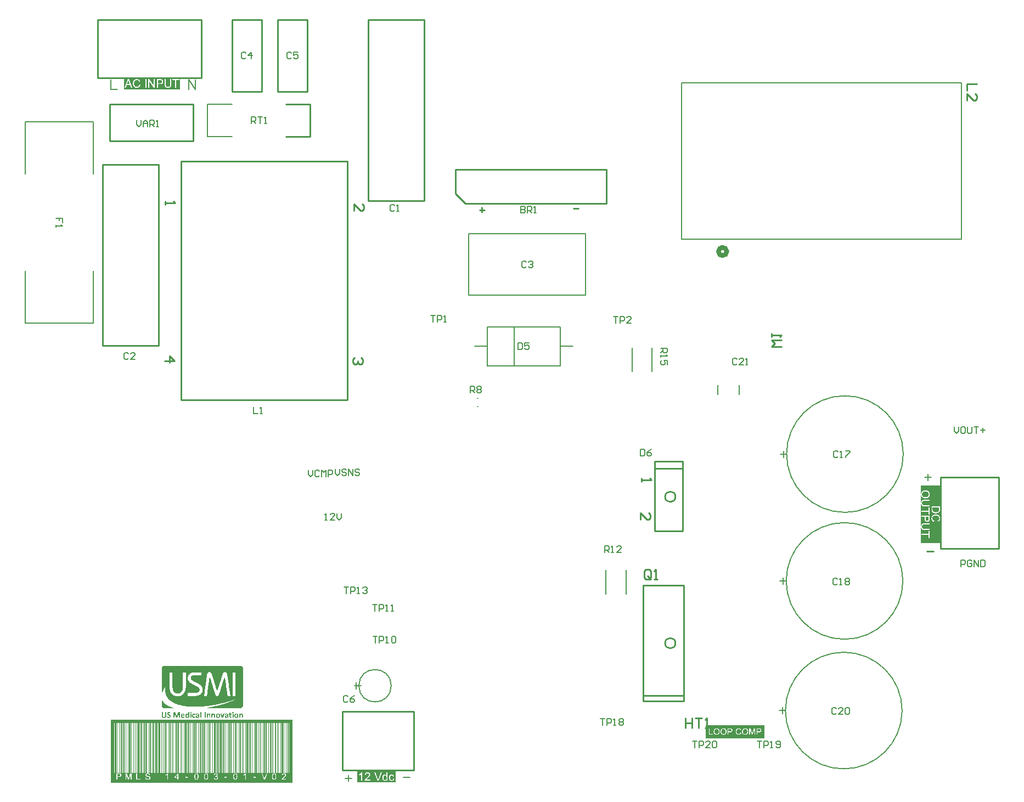
<source format=gto>
G04 Layer_Color=65535*
%FSLAX24Y24*%
%MOIN*%
G70*
G01*
G75*
%ADD90C,0.0100*%
%ADD91C,0.0079*%
%ADD92C,0.0295*%
%ADD93C,0.0010*%
%ADD94C,0.0080*%
G36*
X40496Y36102D02*
X40503Y36101D01*
X40504D01*
X40505Y36100D01*
X40507D01*
X40509Y36100D01*
X40515Y36098D01*
X40522Y36096D01*
X40523D01*
X40524Y36095D01*
X40527Y36094D01*
X40532Y36092D01*
X40538Y36089D01*
X40538D01*
X40539Y36088D01*
X40542Y36086D01*
X40545Y36085D01*
X40547Y36082D01*
X40548Y36082D01*
X40549Y36081D01*
X40550Y36079D01*
X40551Y36077D01*
Y36077D01*
X40552Y36076D01*
X40553Y36072D01*
Y36072D01*
X40554Y36071D01*
Y36068D01*
X40554Y36065D01*
Y36064D01*
X40555Y36062D01*
Y36058D01*
Y36054D01*
Y36053D01*
Y36051D01*
Y36049D01*
X40554Y36045D01*
X40554Y36039D01*
X40553Y36035D01*
X40552Y36033D01*
X40551Y36032D01*
X40550Y36030D01*
X40548Y36028D01*
X40545Y36027D01*
X40545D01*
X40543Y36027D01*
X40540Y36029D01*
X40536Y36030D01*
X40536Y36031D01*
X40533Y36033D01*
X40529Y36035D01*
X40524Y36038D01*
X40523Y36039D01*
X40520Y36041D01*
X40515Y36043D01*
X40508Y36046D01*
X40507D01*
X40506Y36047D01*
X40504Y36047D01*
X40502Y36048D01*
X40495Y36050D01*
X40486Y36050D01*
X40482D01*
X40477Y36049D01*
X40472Y36048D01*
X40465Y36045D01*
X40459Y36042D01*
X40453Y36037D01*
X40447Y36030D01*
X40447Y36029D01*
X40446Y36027D01*
X40443Y36022D01*
X40441Y36016D01*
X40438Y36008D01*
X40436Y35998D01*
X40435Y35986D01*
X40434Y35973D01*
Y35972D01*
Y35970D01*
Y35966D01*
X40435Y35962D01*
Y35956D01*
X40435Y35951D01*
X40437Y35940D01*
Y35939D01*
X40438Y35937D01*
X40439Y35935D01*
X40440Y35931D01*
X40443Y35923D01*
X40447Y35916D01*
X40448Y35915D01*
X40449Y35914D01*
X40452Y35910D01*
X40457Y35905D01*
X40464Y35901D01*
X40464D01*
X40465Y35901D01*
X40468Y35900D01*
X40470Y35899D01*
X40474Y35898D01*
X40478Y35898D01*
X40487Y35897D01*
X40492D01*
X40495Y35898D01*
X40502Y35899D01*
X40510Y35901D01*
X40510D01*
X40512Y35901D01*
X40514Y35902D01*
X40516Y35904D01*
X40521Y35906D01*
X40527Y35910D01*
X40528D01*
X40529Y35910D01*
X40532Y35913D01*
X40536Y35916D01*
X40539Y35919D01*
X40540Y35919D01*
X40542Y35921D01*
X40545Y35922D01*
X40548Y35923D01*
X40549D01*
X40550Y35922D01*
X40551Y35921D01*
X40552D01*
X40553Y35920D01*
X40553Y35919D01*
X40554Y35916D01*
Y35916D01*
X40554Y35914D01*
X40555Y35911D01*
X40556Y35907D01*
Y35906D01*
X40556Y35904D01*
Y35899D01*
Y35893D01*
Y35892D01*
Y35890D01*
Y35886D01*
X40556Y35882D01*
Y35881D01*
X40555Y35879D01*
Y35877D01*
X40554Y35874D01*
Y35874D01*
X40554Y35872D01*
X40553Y35869D01*
Y35869D01*
X40552Y35868D01*
X40551Y35866D01*
X40549Y35865D01*
X40548Y35864D01*
X40547Y35863D01*
X40543Y35860D01*
X40538Y35857D01*
X40538D01*
X40537Y35857D01*
X40533Y35855D01*
X40528Y35853D01*
X40521Y35850D01*
X40521D01*
X40520Y35849D01*
X40518Y35848D01*
X40515Y35848D01*
X40509Y35847D01*
X40500Y35845D01*
X40500D01*
X40498Y35844D01*
X40496D01*
X40493Y35844D01*
X40486Y35843D01*
X40477Y35842D01*
X40473D01*
X40467Y35843D01*
X40461Y35844D01*
X40453Y35844D01*
X40446Y35846D01*
X40437Y35848D01*
X40429Y35850D01*
X40429Y35851D01*
X40426Y35852D01*
X40422Y35854D01*
X40417Y35856D01*
X40412Y35860D01*
X40406Y35864D01*
X40400Y35869D01*
X40395Y35875D01*
X40394Y35875D01*
X40392Y35878D01*
X40390Y35881D01*
X40387Y35886D01*
X40383Y35892D01*
X40380Y35898D01*
X40376Y35906D01*
X40373Y35914D01*
Y35916D01*
X40372Y35919D01*
X40372Y35923D01*
X40370Y35930D01*
X40369Y35938D01*
X40368Y35947D01*
X40367Y35957D01*
X40367Y35968D01*
Y35969D01*
Y35970D01*
Y35972D01*
Y35974D01*
X40367Y35981D01*
X40368Y35988D01*
X40369Y35998D01*
X40370Y36008D01*
X40372Y36018D01*
X40375Y36028D01*
X40376Y36029D01*
X40377Y36032D01*
X40379Y36037D01*
X40381Y36043D01*
X40385Y36050D01*
X40389Y36056D01*
X40394Y36063D01*
X40399Y36070D01*
X40400Y36071D01*
X40402Y36073D01*
X40405Y36076D01*
X40410Y36080D01*
X40415Y36083D01*
X40422Y36088D01*
X40428Y36092D01*
X40436Y36095D01*
X40437Y36095D01*
X40440Y36096D01*
X40444Y36097D01*
X40450Y36099D01*
X40457Y36101D01*
X40465Y36102D01*
X40474Y36103D01*
X40483Y36103D01*
X40490D01*
X40496Y36102D01*
D02*
G37*
G36*
X41402Y36103D02*
X41408Y36103D01*
X41414Y36102D01*
X41421Y36101D01*
X41428Y36098D01*
X41434Y36096D01*
X41435Y36095D01*
X41437Y36095D01*
X41440Y36093D01*
X41444Y36091D01*
X41447Y36088D01*
X41452Y36083D01*
X41456Y36079D01*
X41460Y36074D01*
X41461Y36074D01*
X41462Y36072D01*
X41464Y36069D01*
X41465Y36065D01*
X41468Y36061D01*
X41470Y36056D01*
X41473Y36050D01*
X41474Y36043D01*
Y36042D01*
X41475Y36040D01*
X41476Y36036D01*
X41477Y36031D01*
X41478Y36024D01*
X41479Y36017D01*
X41479Y36009D01*
Y36000D01*
Y35857D01*
Y35856D01*
Y35855D01*
X41479Y35854D01*
X41477Y35852D01*
X41477D01*
X41476Y35851D01*
X41474Y35850D01*
X41472Y35849D01*
X41471D01*
X41470Y35848D01*
X41466D01*
X41462Y35848D01*
X41461D01*
X41458Y35847D01*
X41453Y35847D01*
X41441D01*
X41436Y35847D01*
X41431Y35848D01*
X41429D01*
X41427Y35848D01*
X41424D01*
X41421Y35849D01*
X41420D01*
X41419Y35850D01*
X41417Y35851D01*
X41416Y35852D01*
Y35853D01*
X41415Y35853D01*
X41414Y35857D01*
Y35989D01*
Y35990D01*
Y35992D01*
Y35995D01*
X41414Y35999D01*
X41413Y36007D01*
X41413Y36012D01*
X41411Y36015D01*
Y36016D01*
X41411Y36017D01*
X41410Y36019D01*
X41410Y36021D01*
X41407Y36026D01*
X41404Y36032D01*
Y36032D01*
X41404Y36033D01*
X41401Y36036D01*
X41398Y36039D01*
X41392Y36042D01*
X41392D01*
X41391Y36043D01*
X41387Y36045D01*
X41382Y36046D01*
X41375Y36047D01*
X41373D01*
X41371Y36046D01*
X41368Y36045D01*
X41363Y36044D01*
X41359Y36042D01*
X41354Y36040D01*
X41349Y36037D01*
X41349Y36036D01*
X41347Y36035D01*
X41345Y36033D01*
X41342Y36030D01*
X41337Y36027D01*
X41333Y36022D01*
X41328Y36017D01*
X41324Y36011D01*
Y35857D01*
Y35856D01*
Y35855D01*
X41323Y35854D01*
X41322Y35852D01*
X41321D01*
X41321Y35851D01*
X41319Y35850D01*
X41316Y35849D01*
X41316D01*
X41314Y35848D01*
X41310D01*
X41306Y35848D01*
X41305D01*
X41302Y35847D01*
X41297Y35847D01*
X41285D01*
X41280Y35847D01*
X41274Y35848D01*
X41273D01*
X41271Y35848D01*
X41268D01*
X41265Y35849D01*
X41264D01*
X41263Y35850D01*
X41261Y35851D01*
X41259Y35852D01*
Y35853D01*
X41259Y35853D01*
X41258Y35857D01*
Y36088D01*
Y36089D01*
Y36090D01*
X41259Y36093D01*
Y36094D01*
X41261Y36094D01*
X41262Y36095D01*
X41264Y36096D01*
X41264D01*
X41266Y36097D01*
X41269Y36097D01*
X41273Y36098D01*
X41274D01*
X41276Y36098D01*
X41280Y36099D01*
X41291D01*
X41295Y36098D01*
X41300Y36098D01*
X41301D01*
X41303Y36097D01*
X41306Y36097D01*
X41308Y36096D01*
X41309D01*
X41310Y36095D01*
X41311Y36094D01*
X41312Y36093D01*
X41313Y36092D01*
X41313Y36092D01*
X41314Y36090D01*
Y36088D01*
Y36062D01*
X41315Y36063D01*
X41317Y36065D01*
X41321Y36069D01*
X41326Y36074D01*
X41331Y36079D01*
X41338Y36084D01*
X41345Y36089D01*
X41352Y36093D01*
X41354Y36094D01*
X41356Y36095D01*
X41360Y36097D01*
X41365Y36098D01*
X41372Y36100D01*
X41378Y36102D01*
X41386Y36103D01*
X41394Y36104D01*
X41398D01*
X41402Y36103D01*
D02*
G37*
G36*
X85805Y47960D02*
X85803Y47984D01*
X85800Y48008D01*
X85795Y48029D01*
X85792Y48038D01*
X85789Y48047D01*
X85786Y48055D01*
X85783Y48063D01*
X85781Y48069D01*
X85779Y48075D01*
X85777Y48078D01*
X85775Y48081D01*
X85774Y48084D01*
X85774Y48084D01*
X85761Y48104D01*
X85746Y48121D01*
X85732Y48136D01*
X85717Y48149D01*
X85703Y48158D01*
X85698Y48162D01*
X85692Y48165D01*
X85689Y48168D01*
X85686Y48169D01*
X85683Y48170D01*
X85683Y48171D01*
X85660Y48181D01*
X85636Y48189D01*
X85612Y48194D01*
X85591Y48197D01*
X85581Y48199D01*
X85572Y48200D01*
X85564Y48200D01*
X85557D01*
X85552Y48201D01*
X85544D01*
X85517Y48200D01*
X85491Y48197D01*
X85468Y48193D01*
X85457Y48190D01*
X85447Y48188D01*
X85439Y48186D01*
X85430Y48183D01*
X85423Y48180D01*
X85417Y48179D01*
X85413Y48177D01*
X85409Y48176D01*
X85407Y48175D01*
X85406D01*
X85384Y48163D01*
X85364Y48151D01*
X85347Y48138D01*
X85340Y48131D01*
X85333Y48125D01*
X85328Y48119D01*
X85322Y48113D01*
X85318Y48108D01*
X85315Y48103D01*
X85312Y48101D01*
X85310Y48098D01*
X85309Y48096D01*
X85308Y48095D01*
X85302Y48085D01*
X85297Y48075D01*
X85289Y48052D01*
X85283Y48030D01*
X85279Y48009D01*
X85278Y47998D01*
X85276Y47990D01*
X85276Y47981D01*
Y47975D01*
X85275Y47969D01*
Y47964D01*
Y47961D01*
Y47961D01*
X85276Y47946D01*
X85277Y47932D01*
X85279Y47918D01*
X85282Y47906D01*
X85285Y47894D01*
X85289Y47883D01*
X85293Y47873D01*
X85297Y47863D01*
X85301Y47855D01*
X85305Y47847D01*
X85308Y47841D01*
X85312Y47835D01*
X85315Y47831D01*
X85316Y47827D01*
X85318Y47826D01*
X85319Y47825D01*
X85328Y47815D01*
X85336Y47806D01*
X85347Y47798D01*
X85357Y47790D01*
X85378Y47776D01*
X85399Y47766D01*
X85408Y47762D01*
X85417Y47758D01*
X85425Y47755D01*
X85432Y47753D01*
X85438Y47751D01*
X85442Y47749D01*
X85445Y47748D01*
X85446D01*
X85463Y47816D01*
X85451Y47819D01*
X85440Y47823D01*
X85430Y47827D01*
X85420Y47830D01*
X85411Y47835D01*
X85404Y47839D01*
X85396Y47844D01*
X85390Y47849D01*
X85384Y47853D01*
X85379Y47857D01*
X85375Y47861D01*
X85371Y47864D01*
X85369Y47867D01*
X85367Y47869D01*
X85366Y47870D01*
X85365Y47870D01*
X85359Y47878D01*
X85355Y47886D01*
X85347Y47902D01*
X85341Y47918D01*
X85337Y47933D01*
X85334Y47947D01*
X85333Y47952D01*
Y47957D01*
X85333Y47961D01*
Y47964D01*
Y47966D01*
Y47967D01*
X85333Y47984D01*
X85336Y48000D01*
X85340Y48015D01*
X85345Y48028D01*
X85349Y48038D01*
X85351Y48043D01*
X85353Y48047D01*
X85354Y48049D01*
X85356Y48052D01*
X85356Y48053D01*
Y48054D01*
X85367Y48068D01*
X85378Y48080D01*
X85390Y48090D01*
X85402Y48098D01*
X85413Y48105D01*
X85421Y48109D01*
X85425Y48111D01*
X85427Y48112D01*
X85429Y48113D01*
X85430D01*
X85449Y48119D01*
X85468Y48123D01*
X85487Y48127D01*
X85505Y48129D01*
X85513Y48130D01*
X85521Y48131D01*
X85527D01*
X85533Y48132D01*
X85544D01*
X85563Y48131D01*
X85581Y48129D01*
X85597Y48126D01*
X85612Y48123D01*
X85624Y48121D01*
X85629Y48120D01*
X85634Y48118D01*
X85638Y48118D01*
X85640Y48117D01*
X85641Y48116D01*
X85642D01*
X85659Y48109D01*
X85675Y48101D01*
X85687Y48092D01*
X85698Y48082D01*
X85707Y48074D01*
X85713Y48067D01*
X85717Y48062D01*
X85718Y48061D01*
Y48061D01*
X85728Y48045D01*
X85735Y48028D01*
X85740Y48012D01*
X85743Y47996D01*
X85746Y47982D01*
X85746Y47976D01*
Y47971D01*
X85747Y47967D01*
Y47964D01*
Y47962D01*
Y47961D01*
X85746Y47943D01*
X85743Y47926D01*
X85739Y47912D01*
X85735Y47899D01*
X85729Y47890D01*
X85726Y47882D01*
X85723Y47878D01*
X85721Y47876D01*
X85710Y47864D01*
X85698Y47853D01*
X85684Y47844D01*
X85671Y47837D01*
X85659Y47831D01*
X85653Y47829D01*
X85649Y47827D01*
X85645Y47826D01*
X85642Y47825D01*
X85641Y47824D01*
X85640D01*
X85655Y47757D01*
X85669Y47762D01*
X85681Y47766D01*
X85692Y47772D01*
X85703Y47777D01*
X85712Y47783D01*
X85721Y47790D01*
X85730Y47796D01*
X85737Y47802D01*
X85743Y47807D01*
X85749Y47813D01*
X85754Y47818D01*
X85758Y47822D01*
X85762Y47825D01*
X85764Y47828D01*
X85765Y47830D01*
X85766Y47830D01*
X85772Y47841D01*
X85779Y47851D01*
X85784Y47862D01*
X85789Y47873D01*
X85795Y47895D01*
X85800Y47915D01*
X85802Y47924D01*
X85803Y47933D01*
X85803Y47941D01*
X85804Y47947D01*
X85805Y47953D01*
Y46473D01*
X84643D01*
Y49973D01*
X85805D01*
Y47960D01*
D02*
G37*
G36*
X39608Y36183D02*
X39612Y36182D01*
X39613Y36181D01*
X39615Y36181D01*
X39618Y36179D01*
X39620Y36176D01*
X39621Y36176D01*
X39622Y36174D01*
X39624Y36172D01*
X39626Y36168D01*
X39626Y36167D01*
X39627Y36165D01*
X39628Y36161D01*
Y36157D01*
Y35857D01*
Y35857D01*
Y35856D01*
X39627Y35854D01*
X39626Y35852D01*
X39625Y35851D01*
X39623Y35850D01*
X39620Y35849D01*
X39620D01*
X39618Y35848D01*
X39614D01*
X39610Y35848D01*
X39609D01*
X39606Y35847D01*
X39601Y35847D01*
X39589D01*
X39584Y35847D01*
X39579Y35848D01*
X39578D01*
X39575Y35848D01*
X39572D01*
X39569Y35849D01*
X39569D01*
X39568Y35850D01*
X39566Y35851D01*
X39564Y35852D01*
Y35853D01*
X39563Y35854D01*
X39563Y35857D01*
Y36131D01*
X39562D01*
X39465Y35857D01*
Y35857D01*
X39464Y35856D01*
X39461Y35851D01*
X39461D01*
X39459Y35850D01*
X39458Y35850D01*
X39455Y35848D01*
X39454D01*
X39452Y35848D01*
X39449D01*
X39444Y35847D01*
X39440D01*
X39436Y35847D01*
X39424D01*
X39420Y35847D01*
X39414Y35848D01*
X39413D01*
X39411Y35848D01*
X39408D01*
X39404Y35849D01*
X39403D01*
X39402Y35850D01*
X39398Y35852D01*
X39397Y35853D01*
X39397Y35854D01*
X39396Y35856D01*
X39395Y35857D01*
X39301Y36131D01*
Y35857D01*
Y35857D01*
Y35856D01*
X39300Y35854D01*
X39299Y35852D01*
X39298Y35851D01*
X39296Y35850D01*
X39293Y35849D01*
X39293D01*
X39291Y35848D01*
X39287D01*
X39283Y35848D01*
X39282D01*
X39279Y35847D01*
X39274Y35847D01*
X39262D01*
X39257Y35847D01*
X39252Y35848D01*
X39251D01*
X39248Y35848D01*
X39245D01*
X39242Y35849D01*
X39241D01*
X39240Y35850D01*
X39238Y35851D01*
X39237Y35852D01*
Y35853D01*
X39236Y35854D01*
X39236Y35857D01*
Y36157D01*
Y36157D01*
Y36159D01*
X39236Y36161D01*
Y36164D01*
X39239Y36171D01*
X39240Y36174D01*
X39242Y36177D01*
X39243Y36178D01*
X39244Y36178D01*
X39245Y36179D01*
X39247Y36181D01*
X39253Y36183D01*
X39257Y36184D01*
X39313D01*
X39320Y36183D01*
X39327Y36182D01*
X39327D01*
X39328Y36181D01*
X39331Y36181D01*
X39336Y36178D01*
X39341Y36175D01*
X39342D01*
X39342Y36175D01*
X39345Y36172D01*
X39348Y36169D01*
X39352Y36163D01*
Y36163D01*
X39352Y36162D01*
X39354Y36158D01*
X39357Y36152D01*
X39359Y36145D01*
X39432Y35945D01*
X39433D01*
X39508Y36145D01*
Y36145D01*
X39509Y36146D01*
X39509Y36148D01*
X39510Y36151D01*
X39512Y36157D01*
X39515Y36163D01*
Y36163D01*
X39516Y36164D01*
X39518Y36167D01*
X39521Y36171D01*
X39525Y36175D01*
X39526Y36176D01*
X39528Y36178D01*
X39533Y36180D01*
X39537Y36182D01*
X39538D01*
X39539Y36182D01*
X39542Y36183D01*
X39548Y36184D01*
X39554Y36184D01*
X39604D01*
X39608Y36183D01*
D02*
G37*
G36*
X52745Y31923D02*
X50401D01*
Y32622D01*
X52745D01*
Y31923D01*
D02*
G37*
G36*
X38769Y36185D02*
X38774Y36185D01*
X38775D01*
X38777Y36184D01*
X38781Y36184D01*
X38784Y36183D01*
X38784D01*
X38786Y36182D01*
X38788Y36181D01*
X38790Y36179D01*
X38790Y36179D01*
X38791Y36178D01*
X38792Y36176D01*
Y36175D01*
Y35973D01*
Y35973D01*
Y35972D01*
Y35970D01*
Y35968D01*
X38791Y35962D01*
X38790Y35955D01*
X38789Y35946D01*
X38787Y35937D01*
X38785Y35927D01*
X38782Y35917D01*
X38781Y35916D01*
X38780Y35913D01*
X38778Y35909D01*
X38775Y35904D01*
X38771Y35897D01*
X38767Y35890D01*
X38762Y35883D01*
X38755Y35877D01*
X38754Y35876D01*
X38752Y35874D01*
X38748Y35871D01*
X38743Y35867D01*
X38737Y35863D01*
X38729Y35859D01*
X38721Y35854D01*
X38712Y35851D01*
X38710Y35850D01*
X38707Y35850D01*
X38701Y35848D01*
X38695Y35847D01*
X38686Y35845D01*
X38676Y35844D01*
X38664Y35843D01*
X38652Y35842D01*
X38647D01*
X38641Y35843D01*
X38633Y35844D01*
X38625Y35844D01*
X38615Y35846D01*
X38605Y35848D01*
X38595Y35850D01*
X38594Y35851D01*
X38591Y35851D01*
X38586Y35854D01*
X38580Y35856D01*
X38573Y35859D01*
X38566Y35863D01*
X38559Y35868D01*
X38552Y35874D01*
X38552Y35874D01*
X38549Y35877D01*
X38546Y35880D01*
X38543Y35885D01*
X38539Y35890D01*
X38534Y35898D01*
X38530Y35905D01*
X38526Y35914D01*
X38525Y35915D01*
X38525Y35918D01*
X38523Y35923D01*
X38522Y35930D01*
X38520Y35938D01*
X38518Y35948D01*
X38518Y35958D01*
X38517Y35970D01*
Y36175D01*
Y36175D01*
Y36176D01*
X38518Y36179D01*
X38519Y36180D01*
X38519Y36181D01*
X38521Y36182D01*
X38524Y36183D01*
X38524D01*
X38527Y36184D01*
X38530Y36184D01*
X38534Y36185D01*
X38536D01*
X38539Y36185D01*
X38544Y36186D01*
X38557D01*
X38562Y36185D01*
X38567Y36185D01*
X38569D01*
X38571Y36184D01*
X38575Y36184D01*
X38578Y36183D01*
X38578D01*
X38580Y36182D01*
X38582Y36181D01*
X38584Y36179D01*
X38584Y36179D01*
X38585Y36178D01*
X38585Y36176D01*
Y36175D01*
Y35976D01*
Y35976D01*
Y35973D01*
Y35969D01*
X38586Y35964D01*
X38587Y35959D01*
X38587Y35953D01*
X38590Y35941D01*
Y35941D01*
X38591Y35939D01*
X38592Y35937D01*
X38594Y35933D01*
X38598Y35925D01*
X38604Y35917D01*
X38605Y35917D01*
X38606Y35916D01*
X38608Y35914D01*
X38611Y35912D01*
X38617Y35907D01*
X38626Y35903D01*
X38627D01*
X38629Y35902D01*
X38631Y35902D01*
X38635Y35901D01*
X38639Y35900D01*
X38644Y35899D01*
X38655Y35898D01*
X38661D01*
X38665Y35899D01*
X38674Y35900D01*
X38684Y35903D01*
X38685D01*
X38686Y35904D01*
X38688Y35905D01*
X38691Y35907D01*
X38698Y35911D01*
X38706Y35917D01*
X38706Y35918D01*
X38707Y35919D01*
X38709Y35921D01*
X38711Y35924D01*
X38713Y35928D01*
X38715Y35931D01*
X38720Y35941D01*
Y35941D01*
X38720Y35943D01*
X38721Y35946D01*
X38722Y35950D01*
X38723Y35955D01*
X38724Y35960D01*
X38724Y35972D01*
Y36175D01*
Y36175D01*
Y36176D01*
X38726Y36179D01*
X38726Y36180D01*
X38727Y36181D01*
X38729Y36182D01*
X38731Y36183D01*
X38732D01*
X38734Y36184D01*
X38738Y36184D01*
X38742Y36185D01*
X38743D01*
X38747Y36185D01*
X38751Y36186D01*
X38763D01*
X38769Y36185D01*
D02*
G37*
G36*
X42313Y36098D02*
X42314D01*
X42316Y36098D01*
X42319Y36097D01*
X42323Y36096D01*
X42323D01*
X42324Y36095D01*
X42326Y36094D01*
X42327Y36093D01*
X42328Y36092D01*
X42329Y36089D01*
Y36088D01*
Y36085D01*
Y36084D01*
X42328Y36081D01*
Y36080D01*
X42327Y36080D01*
X42327Y36076D01*
Y36075D01*
X42326Y36074D01*
X42326Y36072D01*
X42325Y36070D01*
X42255Y35860D01*
Y35860D01*
X42255Y35857D01*
X42253Y35855D01*
X42252Y35853D01*
X42251Y35852D01*
X42250Y35851D01*
X42248Y35850D01*
X42244Y35849D01*
X42244D01*
X42241Y35848D01*
X42237Y35848D01*
X42231Y35847D01*
X42225D01*
X42222Y35847D01*
X42201D01*
X42193Y35847D01*
X42185Y35848D01*
X42184D01*
X42181Y35848D01*
X42176Y35849D01*
X42172Y35850D01*
X42171D01*
X42169Y35851D01*
X42167Y35851D01*
X42164Y35853D01*
Y35854D01*
X42163Y35855D01*
X42163Y35857D01*
X42161Y35860D01*
X42092Y36070D01*
Y36071D01*
X42091Y36073D01*
X42090Y36076D01*
X42089Y36079D01*
Y36080D01*
Y36082D01*
X42088Y36083D01*
Y36085D01*
Y36086D01*
Y36086D01*
Y36089D01*
Y36089D01*
Y36090D01*
X42089Y36093D01*
X42090Y36094D01*
X42091Y36094D01*
X42092Y36095D01*
X42095Y36096D01*
X42095Y36097D01*
X42097Y36097D01*
X42100Y36098D01*
X42104Y36098D01*
X42106D01*
X42109Y36099D01*
X42127D01*
X42133Y36098D01*
X42138Y36098D01*
X42139D01*
X42142Y36097D01*
X42145Y36097D01*
X42148Y36096D01*
X42149D01*
X42150Y36095D01*
X42152Y36094D01*
X42153Y36092D01*
X42154Y36092D01*
X42154Y36091D01*
X42156Y36088D01*
X42208Y35917D01*
X42210Y35911D01*
X42212Y35917D01*
X42264Y36088D01*
Y36088D01*
X42264Y36089D01*
X42266Y36092D01*
X42267Y36093D01*
X42267Y36094D01*
X42269Y36095D01*
X42271Y36096D01*
X42272D01*
X42274Y36097D01*
X42277Y36097D01*
X42281Y36098D01*
X42282D01*
X42285Y36098D01*
X42291Y36099D01*
X42308D01*
X42313Y36098D01*
D02*
G37*
G36*
X41688Y36103D02*
X41693Y36103D01*
X41700Y36102D01*
X41706Y36101D01*
X41713Y36098D01*
X41720Y36096D01*
X41720Y36095D01*
X41723Y36095D01*
X41725Y36093D01*
X41729Y36091D01*
X41733Y36088D01*
X41738Y36083D01*
X41742Y36079D01*
X41746Y36074D01*
X41746Y36074D01*
X41747Y36072D01*
X41749Y36069D01*
X41751Y36065D01*
X41753Y36061D01*
X41756Y36056D01*
X41758Y36050D01*
X41760Y36043D01*
Y36042D01*
X41761Y36040D01*
X41762Y36036D01*
X41762Y36031D01*
X41764Y36024D01*
X41764Y36017D01*
X41765Y36009D01*
Y36000D01*
Y35857D01*
Y35856D01*
Y35855D01*
X41764Y35854D01*
X41763Y35852D01*
X41762D01*
X41762Y35851D01*
X41760Y35850D01*
X41758Y35849D01*
X41757D01*
X41755Y35848D01*
X41752D01*
X41747Y35848D01*
X41746D01*
X41743Y35847D01*
X41738Y35847D01*
X41727D01*
X41722Y35847D01*
X41716Y35848D01*
X41715D01*
X41712Y35848D01*
X41709D01*
X41706Y35849D01*
X41706D01*
X41705Y35850D01*
X41703Y35851D01*
X41701Y35852D01*
Y35853D01*
X41700Y35853D01*
X41700Y35857D01*
Y35989D01*
Y35990D01*
Y35992D01*
Y35995D01*
X41699Y35999D01*
X41699Y36007D01*
X41698Y36012D01*
X41697Y36015D01*
Y36016D01*
X41696Y36017D01*
X41696Y36019D01*
X41695Y36021D01*
X41693Y36026D01*
X41690Y36032D01*
Y36032D01*
X41689Y36033D01*
X41687Y36036D01*
X41683Y36039D01*
X41678Y36042D01*
X41677D01*
X41676Y36043D01*
X41673Y36045D01*
X41667Y36046D01*
X41661Y36047D01*
X41658D01*
X41656Y36046D01*
X41653Y36045D01*
X41649Y36044D01*
X41645Y36042D01*
X41640Y36040D01*
X41635Y36037D01*
X41634Y36036D01*
X41633Y36035D01*
X41630Y36033D01*
X41627Y36030D01*
X41623Y36027D01*
X41619Y36022D01*
X41614Y36017D01*
X41609Y36011D01*
Y35857D01*
Y35856D01*
Y35855D01*
X41609Y35854D01*
X41607Y35852D01*
X41607D01*
X41606Y35851D01*
X41604Y35850D01*
X41602Y35849D01*
X41601D01*
X41599Y35848D01*
X41596D01*
X41592Y35848D01*
X41590D01*
X41587Y35847D01*
X41583Y35847D01*
X41571D01*
X41565Y35847D01*
X41560Y35848D01*
X41559D01*
X41556Y35848D01*
X41553D01*
X41550Y35849D01*
X41550D01*
X41548Y35850D01*
X41547Y35851D01*
X41545Y35852D01*
Y35853D01*
X41544Y35853D01*
X41544Y35857D01*
Y36088D01*
Y36089D01*
Y36090D01*
X41545Y36093D01*
Y36094D01*
X41546Y36094D01*
X41547Y36095D01*
X41549Y36096D01*
X41550D01*
X41551Y36097D01*
X41554Y36097D01*
X41558Y36098D01*
X41559D01*
X41562Y36098D01*
X41566Y36099D01*
X41576D01*
X41581Y36098D01*
X41585Y36098D01*
X41586D01*
X41588Y36097D01*
X41591Y36097D01*
X41593Y36096D01*
X41594D01*
X41595Y36095D01*
X41596Y36094D01*
X41598Y36093D01*
X41598Y36092D01*
X41599Y36092D01*
X41599Y36090D01*
Y36088D01*
Y36062D01*
X41600Y36063D01*
X41603Y36065D01*
X41607Y36069D01*
X41612Y36074D01*
X41617Y36079D01*
X41624Y36084D01*
X41631Y36089D01*
X41638Y36093D01*
X41639Y36094D01*
X41642Y36095D01*
X41646Y36097D01*
X41651Y36098D01*
X41657Y36100D01*
X41664Y36102D01*
X41672Y36103D01*
X41679Y36104D01*
X41684D01*
X41688Y36103D01*
D02*
G37*
G36*
X42854Y36200D02*
X42859Y36199D01*
X42869Y36198D01*
X42873Y36195D01*
X42877Y36193D01*
X42877Y36192D01*
X42878Y36191D01*
X42879Y36190D01*
X42881Y36187D01*
X42882Y36183D01*
X42883Y36178D01*
X42884Y36173D01*
X42884Y36166D01*
Y36166D01*
Y36163D01*
X42884Y36160D01*
X42883Y36155D01*
X42881Y36147D01*
X42879Y36143D01*
X42876Y36139D01*
X42875D01*
X42874Y36138D01*
X42872Y36137D01*
X42869Y36136D01*
X42865Y36134D01*
X42860Y36133D01*
X42854Y36133D01*
X42847Y36132D01*
X42843D01*
X42839Y36133D01*
X42835Y36133D01*
X42824Y36135D01*
X42820Y36137D01*
X42817Y36139D01*
Y36140D01*
X42815Y36140D01*
X42814Y36142D01*
X42813Y36145D01*
X42812Y36149D01*
X42811Y36153D01*
X42810Y36158D01*
X42809Y36165D01*
Y36166D01*
Y36168D01*
X42810Y36172D01*
X42811Y36176D01*
X42813Y36185D01*
X42815Y36189D01*
X42817Y36193D01*
X42818Y36193D01*
X42819Y36194D01*
X42821Y36195D01*
X42824Y36197D01*
X42828Y36198D01*
X42833Y36199D01*
X42839Y36200D01*
X42847Y36201D01*
X42850D01*
X42854Y36200D01*
D02*
G37*
G36*
X75146Y34612D02*
X71558D01*
Y35410D01*
X75146D01*
Y34612D01*
D02*
G37*
G36*
X46457Y31890D02*
X35433D01*
Y35739D01*
X46457D01*
Y31890D01*
D02*
G37*
G36*
X40290Y36200D02*
X40295Y36199D01*
X40305Y36198D01*
X40309Y36195D01*
X40313Y36193D01*
X40313Y36192D01*
X40314Y36191D01*
X40315Y36190D01*
X40317Y36187D01*
X40318Y36183D01*
X40319Y36178D01*
X40320Y36173D01*
X40321Y36166D01*
Y36166D01*
Y36163D01*
X40320Y36160D01*
X40319Y36155D01*
X40317Y36147D01*
X40315Y36143D01*
X40312Y36139D01*
X40312D01*
X40310Y36138D01*
X40309Y36137D01*
X40306Y36136D01*
X40301Y36134D01*
X40297Y36133D01*
X40290Y36133D01*
X40283Y36132D01*
X40279D01*
X40276Y36133D01*
X40271Y36133D01*
X40260Y36135D01*
X40256Y36137D01*
X40253Y36139D01*
Y36140D01*
X40251Y36140D01*
X40250Y36142D01*
X40249Y36145D01*
X40248Y36149D01*
X40247Y36153D01*
X40246Y36158D01*
X40245Y36165D01*
Y36166D01*
Y36168D01*
X40246Y36172D01*
X40247Y36176D01*
X40249Y36185D01*
X40251Y36189D01*
X40253Y36193D01*
X40254Y36193D01*
X40255Y36194D01*
X40257Y36195D01*
X40260Y36197D01*
X40264Y36198D01*
X40269Y36199D01*
X40276Y36200D01*
X40283Y36201D01*
X40286D01*
X40290Y36200D01*
D02*
G37*
G36*
X43375Y36103D02*
X43380Y36103D01*
X43387Y36102D01*
X43393Y36101D01*
X43400Y36098D01*
X43407Y36096D01*
X43407Y36095D01*
X43410Y36095D01*
X43412Y36093D01*
X43416Y36091D01*
X43420Y36088D01*
X43425Y36083D01*
X43429Y36079D01*
X43433Y36074D01*
X43433Y36074D01*
X43434Y36072D01*
X43436Y36069D01*
X43438Y36065D01*
X43440Y36061D01*
X43443Y36056D01*
X43445Y36050D01*
X43447Y36043D01*
Y36042D01*
X43448Y36040D01*
X43449Y36036D01*
X43449Y36031D01*
X43451Y36024D01*
X43451Y36017D01*
X43452Y36009D01*
Y36000D01*
Y35857D01*
Y35856D01*
Y35855D01*
X43451Y35854D01*
X43450Y35852D01*
X43449D01*
X43449Y35851D01*
X43447Y35850D01*
X43445Y35849D01*
X43444D01*
X43442Y35848D01*
X43439D01*
X43434Y35848D01*
X43433D01*
X43430Y35847D01*
X43425Y35847D01*
X43414D01*
X43409Y35847D01*
X43403Y35848D01*
X43402D01*
X43400Y35848D01*
X43397D01*
X43393Y35849D01*
X43393D01*
X43392Y35850D01*
X43390Y35851D01*
X43388Y35852D01*
Y35853D01*
X43387Y35853D01*
X43387Y35857D01*
Y35989D01*
Y35990D01*
Y35992D01*
Y35995D01*
X43386Y35999D01*
X43386Y36007D01*
X43385Y36012D01*
X43384Y36015D01*
Y36016D01*
X43383Y36017D01*
X43383Y36019D01*
X43382Y36021D01*
X43380Y36026D01*
X43377Y36032D01*
Y36032D01*
X43376Y36033D01*
X43374Y36036D01*
X43370Y36039D01*
X43365Y36042D01*
X43364D01*
X43363Y36043D01*
X43360Y36045D01*
X43354Y36046D01*
X43348Y36047D01*
X43345D01*
X43343Y36046D01*
X43340Y36045D01*
X43336Y36044D01*
X43332Y36042D01*
X43327Y36040D01*
X43322Y36037D01*
X43321Y36036D01*
X43320Y36035D01*
X43317Y36033D01*
X43314Y36030D01*
X43310Y36027D01*
X43306Y36022D01*
X43301Y36017D01*
X43296Y36011D01*
Y35857D01*
Y35856D01*
Y35855D01*
X43296Y35854D01*
X43294Y35852D01*
X43294D01*
X43293Y35851D01*
X43291Y35850D01*
X43289Y35849D01*
X43288D01*
X43287Y35848D01*
X43283D01*
X43279Y35848D01*
X43278D01*
X43274Y35847D01*
X43270Y35847D01*
X43258D01*
X43252Y35847D01*
X43247Y35848D01*
X43246D01*
X43243Y35848D01*
X43240D01*
X43237Y35849D01*
X43237D01*
X43235Y35850D01*
X43234Y35851D01*
X43232Y35852D01*
Y35853D01*
X43231Y35853D01*
X43231Y35857D01*
Y36088D01*
Y36089D01*
Y36090D01*
X43232Y36093D01*
Y36094D01*
X43233Y36094D01*
X43234Y36095D01*
X43236Y36096D01*
X43237D01*
X43238Y36097D01*
X43241Y36097D01*
X43245Y36098D01*
X43246D01*
X43249Y36098D01*
X43253Y36099D01*
X43263D01*
X43268Y36098D01*
X43272Y36098D01*
X43273D01*
X43275Y36097D01*
X43278Y36097D01*
X43281Y36096D01*
X43281D01*
X43282Y36095D01*
X43284Y36094D01*
X43285Y36093D01*
X43285Y36092D01*
X43286Y36092D01*
X43287Y36090D01*
Y36088D01*
Y36062D01*
X43287Y36063D01*
X43290Y36065D01*
X43294Y36069D01*
X43299Y36074D01*
X43304Y36079D01*
X43311Y36084D01*
X43318Y36089D01*
X43325Y36093D01*
X43326Y36094D01*
X43329Y36095D01*
X43333Y36097D01*
X43338Y36098D01*
X43344Y36100D01*
X43351Y36102D01*
X43359Y36103D01*
X43366Y36104D01*
X43371D01*
X43375Y36103D01*
D02*
G37*
G36*
X40163Y36208D02*
X40167Y36208D01*
X40169D01*
X40171Y36207D01*
X40175Y36207D01*
X40178Y36205D01*
X40178D01*
X40179Y36205D01*
X40181Y36204D01*
X40183Y36202D01*
X40184D01*
X40184Y36201D01*
X40185Y36199D01*
Y36198D01*
Y35857D01*
Y35856D01*
Y35855D01*
X40184Y35854D01*
X40183Y35852D01*
X40182Y35851D01*
X40181Y35850D01*
X40179Y35849D01*
X40178D01*
X40176Y35848D01*
X40174Y35848D01*
X40170Y35847D01*
X40167D01*
X40163Y35847D01*
X40147D01*
X40143Y35847D01*
X40143D01*
X40140Y35848D01*
X40138Y35848D01*
X40135Y35849D01*
X40134D01*
X40133Y35850D01*
X40130Y35852D01*
Y35853D01*
X40129Y35853D01*
X40129Y35857D01*
Y35883D01*
X40128Y35882D01*
X40126Y35880D01*
X40122Y35876D01*
X40117Y35872D01*
X40112Y35867D01*
X40106Y35862D01*
X40099Y35857D01*
X40092Y35853D01*
X40091Y35852D01*
X40088Y35851D01*
X40084Y35850D01*
X40079Y35848D01*
X40072Y35845D01*
X40065Y35844D01*
X40057Y35843D01*
X40048Y35842D01*
X40044D01*
X40038Y35843D01*
X40032Y35844D01*
X40025Y35845D01*
X40018Y35847D01*
X40010Y35849D01*
X40003Y35853D01*
X40002Y35853D01*
X40000Y35854D01*
X39997Y35857D01*
X39992Y35860D01*
X39988Y35864D01*
X39983Y35869D01*
X39978Y35874D01*
X39973Y35880D01*
X39973Y35881D01*
X39971Y35883D01*
X39970Y35887D01*
X39967Y35892D01*
X39964Y35898D01*
X39961Y35905D01*
X39959Y35912D01*
X39956Y35920D01*
Y35922D01*
X39956Y35925D01*
X39955Y35929D01*
X39954Y35935D01*
X39953Y35943D01*
X39952Y35951D01*
X39952Y35960D01*
Y35970D01*
Y35970D01*
Y35971D01*
Y35973D01*
Y35975D01*
X39952Y35981D01*
Y35988D01*
X39953Y35997D01*
X39955Y36006D01*
X39956Y36015D01*
X39958Y36025D01*
X39959Y36026D01*
X39959Y36029D01*
X39961Y36034D01*
X39963Y36039D01*
X39966Y36046D01*
X39969Y36053D01*
X39973Y36060D01*
X39977Y36067D01*
X39978Y36068D01*
X39980Y36070D01*
X39982Y36073D01*
X39986Y36077D01*
X39991Y36082D01*
X39996Y36086D01*
X40002Y36091D01*
X40009Y36094D01*
X40009Y36095D01*
X40012Y36096D01*
X40016Y36097D01*
X40021Y36099D01*
X40028Y36101D01*
X40035Y36103D01*
X40044Y36103D01*
X40053Y36104D01*
X40056D01*
X40060Y36103D01*
X40065Y36103D01*
X40070Y36102D01*
X40076Y36100D01*
X40082Y36098D01*
X40088Y36095D01*
X40089Y36095D01*
X40091Y36094D01*
X40094Y36092D01*
X40098Y36089D01*
X40103Y36086D01*
X40108Y36083D01*
X40114Y36078D01*
X40120Y36072D01*
Y36198D01*
Y36198D01*
Y36199D01*
X40121Y36202D01*
Y36202D01*
X40122Y36203D01*
X40123Y36204D01*
X40126Y36205D01*
X40126Y36206D01*
X40129Y36207D01*
X40132Y36207D01*
X40136Y36208D01*
X40137D01*
X40141Y36208D01*
X40146Y36209D01*
X40158D01*
X40163Y36208D01*
D02*
G37*
G36*
X38977Y36189D02*
X38986Y36188D01*
X38987D01*
X38988Y36187D01*
X38991D01*
X38994Y36187D01*
X39001Y36185D01*
X39009Y36183D01*
X39009D01*
X39010Y36182D01*
X39012Y36182D01*
X39015Y36181D01*
X39021Y36179D01*
X39027Y36176D01*
X39027D01*
X39028Y36175D01*
X39031Y36174D01*
X39035Y36172D01*
X39037Y36170D01*
X39038Y36169D01*
X39039Y36169D01*
X39040Y36167D01*
X39040Y36165D01*
Y36164D01*
X39041Y36164D01*
X39042Y36160D01*
Y36160D01*
X39043Y36158D01*
X39043Y36155D01*
Y36152D01*
Y36152D01*
X39044Y36149D01*
Y36146D01*
Y36142D01*
Y36141D01*
Y36140D01*
Y36137D01*
Y36133D01*
X39043Y36128D01*
Y36128D01*
X39043Y36125D01*
X39042Y36123D01*
X39042Y36120D01*
Y36119D01*
X39041Y36118D01*
X39039Y36115D01*
X39038Y36115D01*
X39037Y36114D01*
X39034D01*
X39033Y36115D01*
X39030Y36116D01*
X39025Y36118D01*
X39024Y36118D01*
X39021Y36120D01*
X39016Y36122D01*
X39010Y36125D01*
X39010D01*
X39009Y36126D01*
X39007Y36127D01*
X39004Y36128D01*
X38998Y36130D01*
X38989Y36133D01*
X38989D01*
X38988Y36134D01*
X38985Y36134D01*
X38982Y36135D01*
X38978Y36136D01*
X38973Y36136D01*
X38963Y36137D01*
X38959D01*
X38956Y36136D01*
X38950Y36136D01*
X38944Y36134D01*
X38943D01*
X38942Y36133D01*
X38939Y36132D01*
X38934Y36129D01*
X38930Y36126D01*
X38929Y36125D01*
X38927Y36123D01*
X38924Y36119D01*
X38921Y36115D01*
X38921Y36113D01*
X38920Y36110D01*
X38920Y36106D01*
X38919Y36101D01*
Y36100D01*
Y36099D01*
X38920Y36097D01*
Y36094D01*
X38921Y36088D01*
X38925Y36081D01*
Y36080D01*
X38926Y36080D01*
X38929Y36076D01*
X38935Y36071D01*
X38941Y36066D01*
X38942D01*
X38943Y36065D01*
X38945Y36064D01*
X38948Y36063D01*
X38955Y36059D01*
X38964Y36054D01*
X38965D01*
X38967Y36053D01*
X38969Y36053D01*
X38973Y36051D01*
X38976Y36049D01*
X38981Y36047D01*
X38991Y36043D01*
X38991D01*
X38993Y36042D01*
X38995Y36041D01*
X38999Y36039D01*
X39007Y36035D01*
X39017Y36029D01*
X39018Y36028D01*
X39019Y36027D01*
X39022Y36026D01*
X39025Y36023D01*
X39033Y36017D01*
X39040Y36009D01*
X39041Y36009D01*
X39042Y36008D01*
X39044Y36005D01*
X39046Y36002D01*
X39049Y35999D01*
X39052Y35994D01*
X39057Y35984D01*
X39057Y35983D01*
X39058Y35981D01*
X39059Y35978D01*
X39060Y35974D01*
X39061Y35969D01*
X39062Y35963D01*
X39063Y35956D01*
Y35949D01*
Y35947D01*
Y35944D01*
X39063Y35939D01*
X39062Y35933D01*
X39061Y35926D01*
X39059Y35918D01*
X39057Y35910D01*
X39053Y35902D01*
X39052Y35901D01*
X39051Y35899D01*
X39049Y35895D01*
X39046Y35890D01*
X39042Y35885D01*
X39038Y35880D01*
X39033Y35874D01*
X39027Y35869D01*
X39026Y35868D01*
X39024Y35866D01*
X39020Y35864D01*
X39015Y35862D01*
X39010Y35858D01*
X39003Y35855D01*
X38995Y35852D01*
X38987Y35849D01*
X38986D01*
X38983Y35848D01*
X38979Y35847D01*
X38973Y35846D01*
X38965Y35845D01*
X38957Y35844D01*
X38948Y35843D01*
X38939Y35842D01*
X38933D01*
X38928Y35843D01*
X38923D01*
X38918Y35844D01*
X38906Y35845D01*
X38906D01*
X38904Y35846D01*
X38901Y35847D01*
X38897Y35847D01*
X38889Y35850D01*
X38880Y35852D01*
X38879D01*
X38878Y35853D01*
X38876Y35853D01*
X38873Y35854D01*
X38867Y35857D01*
X38861Y35860D01*
X38860D01*
X38860Y35860D01*
X38857Y35863D01*
X38853Y35865D01*
X38849Y35868D01*
X38849Y35869D01*
X38848Y35871D01*
X38846Y35874D01*
X38845Y35878D01*
Y35878D01*
Y35879D01*
X38845Y35883D01*
X38844Y35889D01*
Y35896D01*
Y35897D01*
Y35898D01*
Y35901D01*
Y35905D01*
Y35910D01*
Y35911D01*
X38845Y35913D01*
X38845Y35916D01*
X38846Y35919D01*
Y35919D01*
X38846Y35920D01*
X38848Y35922D01*
X38849Y35923D01*
X38849Y35924D01*
X38851Y35925D01*
X38852Y35925D01*
X38854D01*
X38856Y35925D01*
X38860Y35923D01*
X38864Y35920D01*
X38864D01*
X38865Y35920D01*
X38869Y35917D01*
X38873Y35914D01*
X38881Y35911D01*
X38881D01*
X38882Y35910D01*
X38885Y35909D01*
X38888Y35908D01*
X38891Y35907D01*
X38896Y35905D01*
X38905Y35902D01*
X38906D01*
X38908Y35901D01*
X38911Y35901D01*
X38915Y35900D01*
X38920Y35899D01*
X38926Y35898D01*
X38932Y35898D01*
X38944D01*
X38947Y35898D01*
X38954Y35899D01*
X38961Y35900D01*
X38962D01*
X38963Y35901D01*
X38965Y35901D01*
X38967Y35902D01*
X38973Y35905D01*
X38978Y35908D01*
X38979D01*
X38979Y35910D01*
X38982Y35912D01*
X38985Y35916D01*
X38988Y35922D01*
Y35922D01*
X38989Y35923D01*
X38989Y35925D01*
X38991Y35927D01*
X38992Y35933D01*
X38992Y35940D01*
Y35940D01*
Y35941D01*
X38992Y35944D01*
Y35946D01*
X38989Y35953D01*
X38988Y35956D01*
X38986Y35960D01*
Y35960D01*
X38985Y35961D01*
X38982Y35964D01*
X38976Y35969D01*
X38970Y35974D01*
X38969Y35975D01*
X38968Y35975D01*
X38966Y35976D01*
X38963Y35978D01*
X38960Y35980D01*
X38956Y35982D01*
X38947Y35986D01*
X38946D01*
X38944Y35987D01*
X38942Y35988D01*
X38939Y35990D01*
X38935Y35991D01*
X38930Y35993D01*
X38921Y35997D01*
X38920Y35998D01*
X38918Y35999D01*
X38916Y36000D01*
X38912Y36002D01*
X38909Y36004D01*
X38904Y36006D01*
X38894Y36012D01*
X38894Y36012D01*
X38892Y36013D01*
X38890Y36015D01*
X38887Y36017D01*
X38879Y36023D01*
X38872Y36030D01*
X38871Y36031D01*
X38870Y36032D01*
X38868Y36035D01*
X38866Y36038D01*
X38864Y36042D01*
X38861Y36047D01*
X38856Y36057D01*
Y36057D01*
X38855Y36059D01*
X38854Y36063D01*
X38853Y36067D01*
X38852Y36072D01*
X38851Y36079D01*
X38850Y36085D01*
Y36093D01*
Y36094D01*
Y36097D01*
X38851Y36102D01*
X38851Y36107D01*
X38852Y36114D01*
X38854Y36121D01*
X38855Y36128D01*
X38858Y36136D01*
X38859Y36136D01*
X38860Y36139D01*
X38862Y36142D01*
X38865Y36146D01*
X38868Y36151D01*
X38872Y36156D01*
X38877Y36161D01*
X38882Y36166D01*
X38883Y36166D01*
X38885Y36167D01*
X38888Y36170D01*
X38893Y36173D01*
X38898Y36176D01*
X38904Y36179D01*
X38911Y36182D01*
X38918Y36184D01*
X38920D01*
X38922Y36185D01*
X38926Y36186D01*
X38932Y36187D01*
X38938Y36188D01*
X38945Y36189D01*
X38954Y36190D01*
X38970D01*
X38977Y36189D01*
D02*
G37*
G36*
X40714Y36103D02*
X40721Y36103D01*
X40729Y36101D01*
X40737Y36100D01*
X40745Y36098D01*
X40745D01*
X40748Y36097D01*
X40751Y36096D01*
X40756Y36094D01*
X40766Y36089D01*
X40771Y36086D01*
X40776Y36082D01*
X40777Y36081D01*
X40778Y36080D01*
X40780Y36077D01*
X40783Y36074D01*
X40786Y36070D01*
X40789Y36065D01*
X40792Y36059D01*
X40795Y36053D01*
Y36053D01*
X40796Y36050D01*
X40797Y36047D01*
X40798Y36042D01*
X40799Y36035D01*
X40800Y36029D01*
X40801Y36020D01*
Y36012D01*
Y35856D01*
Y35856D01*
X40800Y35854D01*
X40800Y35852D01*
X40798Y35850D01*
X40797D01*
X40796Y35849D01*
X40793Y35848D01*
X40789Y35848D01*
X40788D01*
X40785Y35847D01*
X40780Y35847D01*
X40767D01*
X40761Y35847D01*
X40756Y35848D01*
X40756D01*
X40753Y35848D01*
X40751Y35849D01*
X40748Y35850D01*
X40748Y35851D01*
X40747Y35851D01*
X40747Y35853D01*
X40746Y35856D01*
Y35874D01*
X40745Y35874D01*
X40744Y35872D01*
X40741Y35869D01*
X40737Y35866D01*
X40732Y35862D01*
X40727Y35858D01*
X40720Y35854D01*
X40714Y35851D01*
X40713Y35850D01*
X40711Y35850D01*
X40707Y35848D01*
X40702Y35847D01*
X40696Y35845D01*
X40689Y35844D01*
X40682Y35843D01*
X40673Y35842D01*
X40667D01*
X40662Y35843D01*
X40657Y35844D01*
X40651Y35844D01*
X40639Y35847D01*
X40639D01*
X40637Y35848D01*
X40634Y35849D01*
X40630Y35851D01*
X40622Y35855D01*
X40613Y35861D01*
X40612Y35862D01*
X40611Y35863D01*
X40608Y35865D01*
X40606Y35868D01*
X40604Y35871D01*
X40601Y35875D01*
X40595Y35884D01*
Y35885D01*
X40594Y35887D01*
X40593Y35890D01*
X40592Y35894D01*
X40591Y35899D01*
X40590Y35904D01*
X40589Y35911D01*
Y35917D01*
Y35919D01*
Y35921D01*
X40590Y35925D01*
X40590Y35929D01*
X40591Y35935D01*
X40593Y35941D01*
X40595Y35947D01*
X40597Y35952D01*
X40598Y35953D01*
X40598Y35955D01*
X40601Y35958D01*
X40603Y35961D01*
X40606Y35965D01*
X40610Y35969D01*
X40615Y35973D01*
X40620Y35977D01*
X40621Y35978D01*
X40623Y35979D01*
X40626Y35981D01*
X40631Y35983D01*
X40637Y35985D01*
X40643Y35988D01*
X40651Y35990D01*
X40660Y35992D01*
X40661D01*
X40664Y35993D01*
X40669Y35994D01*
X40675Y35994D01*
X40683Y35996D01*
X40692Y35996D01*
X40703Y35997D01*
X40736D01*
Y36011D01*
Y36011D01*
Y36012D01*
Y36014D01*
Y36017D01*
X40735Y36023D01*
X40734Y36029D01*
Y36030D01*
X40733Y36030D01*
X40732Y36034D01*
X40730Y36039D01*
X40726Y36043D01*
X40726Y36044D01*
X40723Y36046D01*
X40718Y36048D01*
X40713Y36051D01*
X40712D01*
X40712Y36051D01*
X40710Y36052D01*
X40708Y36053D01*
X40701Y36053D01*
X40693Y36054D01*
X40687D01*
X40682Y36053D01*
X40673Y36052D01*
X40663Y36050D01*
X40663D01*
X40661Y36049D01*
X40658Y36048D01*
X40655Y36047D01*
X40648Y36045D01*
X40640Y36042D01*
X40640D01*
X40639Y36041D01*
X40637Y36041D01*
X40635Y36039D01*
X40629Y36037D01*
X40624Y36034D01*
X40623Y36033D01*
X40620Y36032D01*
X40617Y36031D01*
X40613Y36030D01*
X40611D01*
X40610Y36031D01*
X40608Y36032D01*
Y36033D01*
X40607Y36033D01*
X40604Y36037D01*
Y36038D01*
X40604Y36039D01*
X40603Y36042D01*
X40602Y36045D01*
Y36046D01*
Y36048D01*
X40602Y36052D01*
Y36056D01*
Y36057D01*
Y36057D01*
Y36061D01*
X40602Y36065D01*
X40603Y36069D01*
Y36069D01*
X40604Y36072D01*
X40605Y36074D01*
X40608Y36077D01*
X40608Y36078D01*
X40611Y36080D01*
X40614Y36083D01*
X40620Y36086D01*
X40621D01*
X40622Y36086D01*
X40624Y36088D01*
X40626Y36089D01*
X40633Y36091D01*
X40642Y36094D01*
X40642D01*
X40644Y36095D01*
X40646Y36095D01*
X40650Y36097D01*
X40654Y36098D01*
X40658Y36099D01*
X40669Y36101D01*
X40669D01*
X40671Y36101D01*
X40674Y36102D01*
X40678Y36103D01*
X40682D01*
X40687Y36103D01*
X40698Y36104D01*
X40708D01*
X40714Y36103D01*
D02*
G37*
G36*
X40294Y36098D02*
X40298Y36098D01*
X40300D01*
X40302Y36097D01*
X40306Y36097D01*
X40309Y36095D01*
X40309D01*
X40310Y36095D01*
X40312Y36094D01*
X40314Y36092D01*
X40315Y36092D01*
X40315Y36091D01*
X40316Y36089D01*
Y36088D01*
Y35857D01*
Y35856D01*
Y35855D01*
X40315Y35854D01*
X40314Y35852D01*
X40313D01*
X40313Y35851D01*
X40311Y35850D01*
X40309Y35849D01*
X40308D01*
X40306Y35848D01*
X40303D01*
X40298Y35848D01*
X40297D01*
X40294Y35847D01*
X40289Y35847D01*
X40277D01*
X40272Y35847D01*
X40266Y35848D01*
X40265D01*
X40263Y35848D01*
X40260D01*
X40257Y35849D01*
X40256D01*
X40255Y35850D01*
X40253Y35851D01*
X40251Y35852D01*
Y35853D01*
X40251Y35853D01*
X40250Y35857D01*
Y36088D01*
Y36088D01*
Y36089D01*
X40251Y36092D01*
X40252Y36093D01*
X40253Y36094D01*
X40254Y36094D01*
X40257Y36095D01*
X40257Y36096D01*
X40259Y36097D01*
X40262Y36097D01*
X40266Y36098D01*
X40268D01*
X40271Y36098D01*
X40276Y36099D01*
X40288D01*
X40294Y36098D01*
D02*
G37*
G36*
X41166Y36185D02*
X41171Y36185D01*
X41172D01*
X41175Y36184D01*
X41178Y36184D01*
X41181Y36183D01*
X41182D01*
X41184Y36182D01*
X41185Y36181D01*
X41187Y36179D01*
X41188Y36179D01*
X41188Y36178D01*
X41189Y36176D01*
Y36175D01*
Y35857D01*
Y35857D01*
Y35856D01*
X41188Y35854D01*
X41187Y35852D01*
X41187D01*
X41186Y35851D01*
X41184Y35850D01*
X41181Y35849D01*
X41181D01*
X41179Y35848D01*
X41175D01*
X41171Y35848D01*
X41170D01*
X41167Y35847D01*
X41161Y35847D01*
X41149D01*
X41143Y35847D01*
X41138Y35848D01*
X41137D01*
X41134Y35848D01*
X41131D01*
X41127Y35849D01*
X41127D01*
X41125Y35850D01*
X41124Y35851D01*
X41122Y35852D01*
Y35853D01*
X41121Y35854D01*
X41121Y35857D01*
Y36175D01*
Y36175D01*
Y36176D01*
X41122Y36179D01*
X41122Y36180D01*
X41123Y36181D01*
X41125Y36182D01*
X41128Y36183D01*
X41128D01*
X41131Y36184D01*
X41134Y36184D01*
X41138Y36185D01*
X41139D01*
X41143Y36185D01*
X41148Y36186D01*
X41160D01*
X41166Y36185D01*
D02*
G37*
G36*
X40909Y36210D02*
X40914Y36209D01*
X40915D01*
X40917Y36208D01*
X40921Y36208D01*
X40924Y36207D01*
X40925D01*
X40926Y36206D01*
X40928Y36205D01*
X40929Y36203D01*
X40930D01*
X40931Y36202D01*
X40931Y36201D01*
Y36199D01*
Y35857D01*
Y35856D01*
Y35855D01*
X40931Y35854D01*
X40929Y35852D01*
X40929D01*
X40928Y35851D01*
X40926Y35850D01*
X40924Y35849D01*
X40923D01*
X40922Y35848D01*
X40918D01*
X40914Y35848D01*
X40913D01*
X40910Y35847D01*
X40905Y35847D01*
X40893D01*
X40887Y35847D01*
X40882Y35848D01*
X40881D01*
X40878Y35848D01*
X40875D01*
X40872Y35849D01*
X40872D01*
X40870Y35850D01*
X40869Y35851D01*
X40867Y35852D01*
Y35853D01*
X40866Y35853D01*
X40866Y35857D01*
Y36199D01*
Y36199D01*
Y36200D01*
X40867Y36203D01*
X40867Y36204D01*
X40868Y36204D01*
X40870Y36205D01*
X40872Y36207D01*
X40873Y36207D01*
X40875Y36208D01*
X40878Y36208D01*
X40882Y36209D01*
X40883D01*
X40887Y36210D01*
X40892Y36210D01*
X40904D01*
X40909Y36210D01*
D02*
G37*
G36*
X41953Y36103D02*
X41961Y36103D01*
X41969Y36101D01*
X41978Y36100D01*
X41987Y36098D01*
X41996Y36095D01*
X41997Y36094D01*
X42000Y36093D01*
X42004Y36091D01*
X42009Y36089D01*
X42015Y36085D01*
X42021Y36081D01*
X42027Y36076D01*
X42033Y36070D01*
X42034Y36069D01*
X42036Y36067D01*
X42039Y36063D01*
X42042Y36059D01*
X42045Y36053D01*
X42049Y36046D01*
X42053Y36038D01*
X42056Y36030D01*
X42056Y36029D01*
X42057Y36026D01*
X42058Y36021D01*
X42060Y36014D01*
X42061Y36006D01*
X42062Y35997D01*
X42063Y35987D01*
X42063Y35975D01*
Y35975D01*
Y35974D01*
Y35970D01*
X42063Y35964D01*
X42062Y35957D01*
X42062Y35949D01*
X42060Y35940D01*
X42058Y35931D01*
X42056Y35921D01*
X42055Y35920D01*
X42054Y35917D01*
X42052Y35913D01*
X42050Y35907D01*
X42047Y35900D01*
X42042Y35893D01*
X42038Y35886D01*
X42032Y35879D01*
X42031Y35878D01*
X42029Y35876D01*
X42026Y35873D01*
X42021Y35869D01*
X42015Y35865D01*
X42008Y35860D01*
X42000Y35856D01*
X41992Y35852D01*
X41991Y35851D01*
X41988Y35851D01*
X41983Y35849D01*
X41976Y35847D01*
X41968Y35845D01*
X41958Y35844D01*
X41947Y35843D01*
X41936Y35842D01*
X41931D01*
X41925Y35843D01*
X41918Y35844D01*
X41910Y35844D01*
X41901Y35846D01*
X41892Y35848D01*
X41883Y35851D01*
X41881Y35851D01*
X41879Y35853D01*
X41875Y35854D01*
X41869Y35857D01*
X41863Y35860D01*
X41857Y35865D01*
X41851Y35870D01*
X41845Y35875D01*
X41844Y35876D01*
X41842Y35878D01*
X41839Y35882D01*
X41836Y35887D01*
X41833Y35893D01*
X41829Y35899D01*
X41825Y35907D01*
X41822Y35916D01*
Y35917D01*
X41821Y35920D01*
X41820Y35925D01*
X41819Y35931D01*
X41818Y35940D01*
X41816Y35949D01*
X41816Y35959D01*
X41815Y35970D01*
Y35971D01*
Y35972D01*
Y35975D01*
X41816Y35981D01*
X41816Y35988D01*
X41817Y35997D01*
X41819Y36006D01*
X41821Y36015D01*
X41823Y36024D01*
X41824Y36026D01*
X41824Y36029D01*
X41827Y36033D01*
X41829Y36039D01*
X41832Y36045D01*
X41836Y36053D01*
X41841Y36060D01*
X41847Y36066D01*
X41847Y36067D01*
X41850Y36069D01*
X41853Y36072D01*
X41857Y36077D01*
X41863Y36081D01*
X41870Y36086D01*
X41878Y36090D01*
X41886Y36094D01*
X41887Y36095D01*
X41890Y36096D01*
X41895Y36097D01*
X41902Y36099D01*
X41910Y36101D01*
X41920Y36103D01*
X41931Y36103D01*
X41942Y36104D01*
X41947D01*
X41953Y36103D01*
D02*
G37*
G36*
X39812D02*
X39819Y36103D01*
X39827Y36101D01*
X39835Y36100D01*
X39843Y36098D01*
X39851Y36095D01*
X39852Y36094D01*
X39855Y36093D01*
X39858Y36091D01*
X39863Y36089D01*
X39869Y36085D01*
X39875Y36081D01*
X39880Y36076D01*
X39885Y36071D01*
X39886Y36070D01*
X39888Y36068D01*
X39890Y36065D01*
X39893Y36060D01*
X39896Y36055D01*
X39899Y36049D01*
X39902Y36042D01*
X39905Y36035D01*
X39905Y36033D01*
X39906Y36031D01*
X39907Y36027D01*
X39908Y36021D01*
X39909Y36015D01*
X39910Y36007D01*
X39911Y35999D01*
Y35990D01*
Y35979D01*
Y35979D01*
Y35978D01*
Y35975D01*
X39911Y35973D01*
X39909Y35967D01*
X39906Y35962D01*
X39905Y35961D01*
X39902Y35960D01*
X39897Y35957D01*
X39891Y35956D01*
X39750D01*
Y35956D01*
Y35954D01*
Y35951D01*
X39751Y35947D01*
X39751Y35938D01*
X39753Y35929D01*
Y35928D01*
X39754Y35927D01*
X39755Y35925D01*
X39756Y35922D01*
X39760Y35915D01*
X39765Y35908D01*
X39765Y35908D01*
X39766Y35907D01*
X39768Y35905D01*
X39770Y35904D01*
X39776Y35899D01*
X39784Y35896D01*
X39785D01*
X39787Y35895D01*
X39789Y35895D01*
X39793Y35894D01*
X39797Y35893D01*
X39802Y35892D01*
X39807Y35892D01*
X39819D01*
X39824Y35892D01*
X39833Y35893D01*
X39843Y35894D01*
X39844D01*
X39846Y35895D01*
X39848Y35895D01*
X39851Y35896D01*
X39858Y35897D01*
X39866Y35899D01*
X39866D01*
X39867Y35899D01*
X39871Y35901D01*
X39876Y35902D01*
X39881Y35904D01*
X39882D01*
X39882Y35905D01*
X39885Y35906D01*
X39888Y35907D01*
X39892Y35907D01*
X39893D01*
X39896Y35906D01*
X39896D01*
X39897Y35905D01*
X39898Y35902D01*
Y35902D01*
X39899Y35901D01*
X39899Y35899D01*
X39900Y35896D01*
Y35895D01*
X39900Y35893D01*
Y35890D01*
Y35886D01*
Y35884D01*
Y35882D01*
Y35879D01*
X39900Y35875D01*
Y35875D01*
Y35873D01*
X39899Y35869D01*
Y35868D01*
X39899Y35867D01*
X39897Y35864D01*
X39897Y35863D01*
X39894Y35860D01*
Y35860D01*
X39893Y35859D01*
X39890Y35857D01*
X39888Y35856D01*
X39885Y35855D01*
X39885D01*
X39884Y35854D01*
X39882Y35854D01*
X39881Y35853D01*
X39874Y35851D01*
X39866Y35850D01*
X39866D01*
X39864Y35849D01*
X39862D01*
X39858Y35848D01*
X39855Y35847D01*
X39850Y35847D01*
X39840Y35845D01*
X39839D01*
X39837Y35844D01*
X39834D01*
X39830Y35844D01*
X39825Y35843D01*
X39820D01*
X39807Y35842D01*
X39802D01*
X39797Y35843D01*
X39789Y35844D01*
X39780Y35844D01*
X39771Y35845D01*
X39762Y35847D01*
X39753Y35850D01*
X39751Y35850D01*
X39749Y35851D01*
X39745Y35853D01*
X39739Y35856D01*
X39733Y35859D01*
X39727Y35863D01*
X39720Y35868D01*
X39714Y35873D01*
X39714Y35874D01*
X39712Y35876D01*
X39709Y35880D01*
X39705Y35884D01*
X39702Y35890D01*
X39698Y35897D01*
X39694Y35905D01*
X39691Y35913D01*
Y35914D01*
X39690Y35917D01*
X39688Y35923D01*
X39687Y35929D01*
X39686Y35938D01*
X39685Y35947D01*
X39684Y35958D01*
X39684Y35970D01*
Y35971D01*
Y35972D01*
Y35973D01*
Y35976D01*
X39684Y35981D01*
X39685Y35989D01*
X39685Y35997D01*
X39687Y36006D01*
X39689Y36016D01*
X39691Y36026D01*
X39692Y36027D01*
X39693Y36030D01*
X39694Y36035D01*
X39697Y36041D01*
X39700Y36047D01*
X39705Y36054D01*
X39709Y36061D01*
X39714Y36068D01*
X39715Y36068D01*
X39717Y36071D01*
X39720Y36074D01*
X39725Y36077D01*
X39730Y36082D01*
X39737Y36086D01*
X39744Y36091D01*
X39752Y36094D01*
X39753Y36095D01*
X39756Y36096D01*
X39760Y36097D01*
X39766Y36099D01*
X39774Y36101D01*
X39782Y36103D01*
X39792Y36103D01*
X39801Y36104D01*
X39806D01*
X39812Y36103D01*
D02*
G37*
G36*
X42684Y36160D02*
X42689Y36159D01*
X42690D01*
X42692Y36158D01*
X42696Y36158D01*
X42699Y36157D01*
X42699D01*
X42701Y36157D01*
X42702Y36155D01*
X42704Y36154D01*
X42705Y36153D01*
X42705Y36152D01*
X42706Y36151D01*
Y36149D01*
Y36098D01*
X42758D01*
X42759Y36097D01*
X42761Y36096D01*
X42761D01*
X42762Y36095D01*
X42762Y36094D01*
X42764Y36092D01*
Y36091D01*
X42764Y36089D01*
X42765Y36087D01*
X42765Y36083D01*
Y36083D01*
X42766Y36080D01*
X42767Y36076D01*
Y36071D01*
Y36071D01*
Y36069D01*
Y36066D01*
X42766Y36063D01*
X42765Y36057D01*
X42765Y36053D01*
X42764Y36051D01*
X42763Y36050D01*
X42762Y36048D01*
X42759Y36046D01*
X42756Y36045D01*
X42706D01*
Y35935D01*
Y35935D01*
Y35932D01*
X42707Y35929D01*
Y35925D01*
X42708Y35915D01*
X42710Y35911D01*
X42711Y35907D01*
X42712Y35906D01*
X42713Y35905D01*
X42714Y35904D01*
X42716Y35902D01*
X42719Y35901D01*
X42723Y35899D01*
X42728Y35898D01*
X42733Y35898D01*
X42739D01*
X42742Y35898D01*
X42743D01*
X42744Y35899D01*
X42749Y35900D01*
X42750D01*
X42751Y35901D01*
X42753Y35901D01*
X42755Y35902D01*
X42755D01*
X42756Y35902D01*
X42759Y35903D01*
X42760D01*
X42762Y35902D01*
X42762D01*
X42763Y35901D01*
X42764Y35900D01*
X42764Y35898D01*
Y35898D01*
X42765Y35896D01*
Y35894D01*
X42765Y35891D01*
Y35890D01*
X42766Y35888D01*
X42767Y35884D01*
Y35880D01*
Y35879D01*
Y35878D01*
Y35875D01*
Y35873D01*
X42766Y35868D01*
X42765Y35862D01*
Y35861D01*
X42764Y35859D01*
X42763Y35856D01*
X42761Y35853D01*
X42761Y35853D01*
X42759Y35852D01*
X42757Y35850D01*
X42754Y35849D01*
X42753D01*
X42751Y35848D01*
X42748Y35848D01*
X42744Y35847D01*
X42743D01*
X42740Y35845D01*
X42736Y35845D01*
X42731Y35844D01*
X42729D01*
X42726Y35844D01*
X42722Y35843D01*
X42710D01*
X42705Y35844D01*
X42699Y35844D01*
X42694Y35845D01*
X42683Y35848D01*
X42682D01*
X42680Y35849D01*
X42678Y35850D01*
X42674Y35851D01*
X42666Y35856D01*
X42658Y35863D01*
X42658Y35863D01*
X42657Y35865D01*
X42655Y35867D01*
X42654Y35870D01*
X42651Y35874D01*
X42649Y35878D01*
X42647Y35883D01*
X42645Y35889D01*
Y35889D01*
X42645Y35892D01*
X42644Y35895D01*
X42643Y35899D01*
X42642Y35905D01*
X42642Y35911D01*
X42641Y35918D01*
Y35926D01*
Y36045D01*
X42612D01*
X42610Y36045D01*
X42608Y36047D01*
X42606Y36051D01*
Y36051D01*
X42605Y36052D01*
Y36053D01*
X42604Y36056D01*
X42604Y36059D01*
Y36062D01*
X42603Y36066D01*
Y36071D01*
Y36072D01*
Y36072D01*
Y36075D01*
Y36080D01*
X42604Y36083D01*
Y36085D01*
X42604Y36086D01*
X42605Y36089D01*
X42606Y36092D01*
Y36092D01*
X42606Y36094D01*
X42607Y36095D01*
X42609Y36096D01*
X42609Y36097D01*
X42610Y36097D01*
X42612Y36098D01*
X42641D01*
Y36149D01*
Y36149D01*
Y36151D01*
X42642Y36154D01*
Y36154D01*
X42643Y36155D01*
X42645Y36156D01*
X42647Y36157D01*
X42648D01*
X42650Y36158D01*
X42653Y36158D01*
X42657Y36159D01*
X42658D01*
X42661Y36160D01*
X42667Y36160D01*
X42678D01*
X42684Y36160D01*
D02*
G37*
G36*
X43068Y36103D02*
X43076Y36103D01*
X43085Y36101D01*
X43094Y36100D01*
X43103Y36098D01*
X43112Y36095D01*
X43113Y36094D01*
X43115Y36093D01*
X43119Y36091D01*
X43125Y36089D01*
X43131Y36085D01*
X43137Y36081D01*
X43143Y36076D01*
X43149Y36070D01*
X43149Y36069D01*
X43151Y36067D01*
X43154Y36063D01*
X43157Y36059D01*
X43161Y36053D01*
X43165Y36046D01*
X43168Y36038D01*
X43171Y36030D01*
X43172Y36029D01*
X43172Y36026D01*
X43174Y36021D01*
X43175Y36014D01*
X43177Y36006D01*
X43178Y35997D01*
X43178Y35987D01*
X43179Y35975D01*
Y35975D01*
Y35974D01*
Y35970D01*
X43178Y35964D01*
X43178Y35957D01*
X43177Y35949D01*
X43176Y35940D01*
X43174Y35931D01*
X43171Y35921D01*
X43171Y35920D01*
X43170Y35917D01*
X43168Y35913D01*
X43165Y35907D01*
X43162Y35900D01*
X43158Y35893D01*
X43153Y35886D01*
X43147Y35879D01*
X43146Y35878D01*
X43144Y35876D01*
X43141Y35873D01*
X43136Y35869D01*
X43130Y35865D01*
X43124Y35860D01*
X43116Y35856D01*
X43107Y35852D01*
X43106Y35851D01*
X43103Y35851D01*
X43098Y35849D01*
X43091Y35847D01*
X43083Y35845D01*
X43074Y35844D01*
X43063Y35843D01*
X43052Y35842D01*
X43046D01*
X43041Y35843D01*
X43033Y35844D01*
X43025Y35844D01*
X43016Y35846D01*
X43007Y35848D01*
X42998Y35851D01*
X42997Y35851D01*
X42994Y35853D01*
X42990Y35854D01*
X42985Y35857D01*
X42979Y35860D01*
X42972Y35865D01*
X42966Y35870D01*
X42960Y35875D01*
X42960Y35876D01*
X42958Y35878D01*
X42955Y35882D01*
X42952Y35887D01*
X42948Y35893D01*
X42945Y35899D01*
X42941Y35907D01*
X42938Y35916D01*
Y35917D01*
X42937Y35920D01*
X42936Y35925D01*
X42934Y35931D01*
X42933Y35940D01*
X42932Y35949D01*
X42931Y35959D01*
X42931Y35970D01*
Y35971D01*
Y35972D01*
Y35975D01*
X42931Y35981D01*
X42932Y35988D01*
X42933Y35997D01*
X42934Y36006D01*
X42936Y36015D01*
X42939Y36024D01*
X42939Y36026D01*
X42940Y36029D01*
X42942Y36033D01*
X42945Y36039D01*
X42948Y36045D01*
X42952Y36053D01*
X42957Y36060D01*
X42962Y36066D01*
X42963Y36067D01*
X42965Y36069D01*
X42969Y36072D01*
X42973Y36077D01*
X42979Y36081D01*
X42985Y36086D01*
X42993Y36090D01*
X43002Y36094D01*
X43003Y36095D01*
X43006Y36096D01*
X43011Y36097D01*
X43018Y36099D01*
X43026Y36101D01*
X43035Y36103D01*
X43046Y36103D01*
X43058Y36104D01*
X43063D01*
X43068Y36103D01*
D02*
G37*
G36*
X42478D02*
X42485Y36103D01*
X42493Y36101D01*
X42501Y36100D01*
X42509Y36098D01*
X42509D01*
X42512Y36097D01*
X42515Y36096D01*
X42520Y36094D01*
X42530Y36089D01*
X42535Y36086D01*
X42540Y36082D01*
X42541Y36081D01*
X42542Y36080D01*
X42544Y36077D01*
X42547Y36074D01*
X42550Y36070D01*
X42553Y36065D01*
X42556Y36059D01*
X42559Y36053D01*
Y36053D01*
X42560Y36050D01*
X42561Y36047D01*
X42562Y36042D01*
X42563Y36035D01*
X42564Y36029D01*
X42565Y36020D01*
Y36012D01*
Y35856D01*
Y35856D01*
X42564Y35854D01*
X42564Y35852D01*
X42562Y35850D01*
X42561D01*
X42560Y35849D01*
X42557Y35848D01*
X42553Y35848D01*
X42552D01*
X42549Y35847D01*
X42544Y35847D01*
X42530D01*
X42525Y35847D01*
X42520Y35848D01*
X42520D01*
X42517Y35848D01*
X42515Y35849D01*
X42512Y35850D01*
X42512Y35851D01*
X42511Y35851D01*
X42511Y35853D01*
X42510Y35856D01*
Y35874D01*
X42509Y35874D01*
X42508Y35872D01*
X42505Y35869D01*
X42501Y35866D01*
X42496Y35862D01*
X42491Y35858D01*
X42484Y35854D01*
X42478Y35851D01*
X42477Y35850D01*
X42475Y35850D01*
X42471Y35848D01*
X42466Y35847D01*
X42460Y35845D01*
X42453Y35844D01*
X42446Y35843D01*
X42437Y35842D01*
X42431D01*
X42426Y35843D01*
X42420Y35844D01*
X42415Y35844D01*
X42403Y35847D01*
X42402D01*
X42401Y35848D01*
X42398Y35849D01*
X42394Y35851D01*
X42386Y35855D01*
X42377Y35861D01*
X42376Y35862D01*
X42375Y35863D01*
X42372Y35865D01*
X42370Y35868D01*
X42368Y35871D01*
X42365Y35875D01*
X42359Y35884D01*
Y35885D01*
X42358Y35887D01*
X42357Y35890D01*
X42356Y35894D01*
X42355Y35899D01*
X42354Y35904D01*
X42353Y35911D01*
Y35917D01*
Y35919D01*
Y35921D01*
X42354Y35925D01*
X42354Y35929D01*
X42355Y35935D01*
X42357Y35941D01*
X42359Y35947D01*
X42361Y35952D01*
X42362Y35953D01*
X42362Y35955D01*
X42365Y35958D01*
X42367Y35961D01*
X42370Y35965D01*
X42374Y35969D01*
X42379Y35973D01*
X42384Y35977D01*
X42385Y35978D01*
X42387Y35979D01*
X42390Y35981D01*
X42395Y35983D01*
X42401Y35985D01*
X42407Y35988D01*
X42415Y35990D01*
X42423Y35992D01*
X42425D01*
X42428Y35993D01*
X42432Y35994D01*
X42439Y35994D01*
X42447Y35996D01*
X42456Y35996D01*
X42467Y35997D01*
X42500D01*
Y36011D01*
Y36011D01*
Y36012D01*
Y36014D01*
Y36017D01*
X42499Y36023D01*
X42498Y36029D01*
Y36030D01*
X42497Y36030D01*
X42496Y36034D01*
X42494Y36039D01*
X42490Y36043D01*
X42490Y36044D01*
X42487Y36046D01*
X42482Y36048D01*
X42477Y36051D01*
X42476D01*
X42476Y36051D01*
X42474Y36052D01*
X42472Y36053D01*
X42465Y36053D01*
X42457Y36054D01*
X42451D01*
X42446Y36053D01*
X42437Y36052D01*
X42427Y36050D01*
X42426D01*
X42425Y36049D01*
X42422Y36048D01*
X42419Y36047D01*
X42412Y36045D01*
X42404Y36042D01*
X42404D01*
X42402Y36041D01*
X42401Y36041D01*
X42399Y36039D01*
X42393Y36037D01*
X42388Y36034D01*
X42387Y36033D01*
X42384Y36032D01*
X42381Y36031D01*
X42377Y36030D01*
X42375D01*
X42374Y36031D01*
X42372Y36032D01*
Y36033D01*
X42371Y36033D01*
X42368Y36037D01*
Y36038D01*
X42368Y36039D01*
X42367Y36042D01*
X42366Y36045D01*
Y36046D01*
Y36048D01*
X42366Y36052D01*
Y36056D01*
Y36057D01*
Y36057D01*
Y36061D01*
X42366Y36065D01*
X42367Y36069D01*
Y36069D01*
X42368Y36072D01*
X42369Y36074D01*
X42372Y36077D01*
X42372Y36078D01*
X42375Y36080D01*
X42378Y36083D01*
X42384Y36086D01*
X42385D01*
X42386Y36086D01*
X42388Y36088D01*
X42390Y36089D01*
X42397Y36091D01*
X42405Y36094D01*
X42406D01*
X42408Y36095D01*
X42410Y36095D01*
X42414Y36097D01*
X42417Y36098D01*
X42422Y36099D01*
X42432Y36101D01*
X42433D01*
X42435Y36101D01*
X42438Y36102D01*
X42442Y36103D01*
X42446D01*
X42451Y36103D01*
X42462Y36104D01*
X42472D01*
X42478Y36103D01*
D02*
G37*
G36*
X42857Y36098D02*
X42862Y36098D01*
X42863D01*
X42866Y36097D01*
X42869Y36097D01*
X42872Y36095D01*
X42873D01*
X42874Y36095D01*
X42876Y36094D01*
X42878Y36092D01*
X42878Y36092D01*
X42879Y36091D01*
X42880Y36089D01*
Y36088D01*
Y35857D01*
Y35856D01*
Y35855D01*
X42879Y35854D01*
X42878Y35852D01*
X42877D01*
X42877Y35851D01*
X42875Y35850D01*
X42872Y35849D01*
X42872D01*
X42870Y35848D01*
X42866D01*
X42862Y35848D01*
X42861D01*
X42858Y35847D01*
X42853Y35847D01*
X42841D01*
X42836Y35847D01*
X42830Y35848D01*
X42829D01*
X42827Y35848D01*
X42824D01*
X42821Y35849D01*
X42820D01*
X42819Y35850D01*
X42817Y35851D01*
X42815Y35852D01*
Y35853D01*
X42815Y35853D01*
X42814Y35857D01*
Y36088D01*
Y36088D01*
Y36089D01*
X42815Y36092D01*
X42816Y36093D01*
X42817Y36094D01*
X42818Y36094D01*
X42821Y36095D01*
X42821Y36096D01*
X42823Y36097D01*
X42826Y36097D01*
X42830Y36098D01*
X42832D01*
X42835Y36098D01*
X42840Y36099D01*
X42852D01*
X42857Y36098D01*
D02*
G37*
G36*
X39616Y74016D02*
X36220D01*
Y74775D01*
X39616D01*
Y74016D01*
D02*
G37*
%LPC*%
G36*
X85164Y47660D02*
X84853D01*
X84839Y47659D01*
X84825Y47658D01*
X84813Y47657D01*
X84802Y47655D01*
X84791Y47654D01*
X84782Y47652D01*
X84773Y47650D01*
X84765Y47649D01*
X84758Y47647D01*
X84752Y47645D01*
X84748Y47644D01*
X84744Y47642D01*
X84741Y47641D01*
X84740Y47641D01*
X84739D01*
X84723Y47632D01*
X84708Y47622D01*
X84696Y47612D01*
X84686Y47601D01*
X84677Y47591D01*
X84672Y47583D01*
X84670Y47580D01*
X84669Y47578D01*
X84667Y47576D01*
Y47575D01*
X84659Y47557D01*
X84653Y47538D01*
X84649Y47518D01*
X84646Y47499D01*
X84645Y47491D01*
X84644Y47483D01*
X84643Y47476D01*
Y47470D01*
X84643Y47464D01*
Y47461D01*
Y47459D01*
Y47458D01*
X84644Y47431D01*
X84646Y47419D01*
X84647Y47408D01*
X84649Y47397D01*
X84652Y47388D01*
X84654Y47379D01*
X84657Y47371D01*
X84660Y47363D01*
X84662Y47357D01*
X84664Y47351D01*
X84666Y47347D01*
X84669Y47343D01*
X84669Y47341D01*
X84671Y47339D01*
Y47339D01*
X84682Y47322D01*
X84695Y47309D01*
X84706Y47299D01*
X84718Y47290D01*
X84729Y47283D01*
X84737Y47279D01*
X84740Y47277D01*
X84742Y47276D01*
X84743Y47275D01*
X84744D01*
X84753Y47272D01*
X84763Y47269D01*
X84783Y47265D01*
X84803Y47262D01*
X84823Y47260D01*
X84832Y47259D01*
X84841Y47258D01*
X84848D01*
X84855Y47257D01*
X85164D01*
Y47325D01*
X84851D01*
X84834Y47327D01*
X84820Y47328D01*
X84807Y47331D01*
X84795Y47333D01*
X84784Y47336D01*
X84774Y47338D01*
X84766Y47341D01*
X84760Y47344D01*
X84753Y47347D01*
X84749Y47350D01*
X84744Y47352D01*
X84741Y47354D01*
X84739Y47356D01*
X84738Y47356D01*
X84737Y47357D01*
X84732Y47364D01*
X84726Y47371D01*
X84718Y47388D01*
X84712Y47405D01*
X84709Y47422D01*
X84706Y47439D01*
X84705Y47445D01*
Y47452D01*
X84704Y47456D01*
Y47461D01*
Y47463D01*
Y47464D01*
X84705Y47479D01*
X84707Y47493D01*
X84709Y47507D01*
X84713Y47517D01*
X84716Y47526D01*
X84718Y47533D01*
X84720Y47536D01*
X84721Y47538D01*
X84728Y47548D01*
X84736Y47557D01*
X84744Y47564D01*
X84752Y47570D01*
X84759Y47574D01*
X84764Y47578D01*
X84768Y47579D01*
X84769Y47580D01*
X84776Y47582D01*
X84783Y47584D01*
X84798Y47587D01*
X84814Y47589D01*
X84831Y47590D01*
X84845Y47591D01*
X84851D01*
X84857Y47592D01*
X85164D01*
Y47660D01*
D02*
G37*
G36*
Y48138D02*
X84652D01*
Y48070D01*
X84860D01*
Y47939D01*
X84860Y47920D01*
X84862Y47901D01*
X84864Y47885D01*
X84867Y47870D01*
X84870Y47856D01*
X84874Y47844D01*
X84878Y47833D01*
X84882Y47823D01*
X84886Y47815D01*
X84891Y47808D01*
X84894Y47802D01*
X84898Y47797D01*
X84900Y47794D01*
X84902Y47792D01*
X84904Y47790D01*
X84905Y47789D01*
X84914Y47782D01*
X84922Y47775D01*
X84931Y47770D01*
X84941Y47765D01*
X84951Y47761D01*
X84959Y47758D01*
X84976Y47752D01*
X84985Y47751D01*
X84992Y47749D01*
X84999Y47749D01*
X85004Y47748D01*
X85009Y47747D01*
X85015D01*
X85029Y47748D01*
X85042Y47749D01*
X85054Y47752D01*
X85065Y47755D01*
X85073Y47758D01*
X85080Y47761D01*
X85084Y47762D01*
X85085Y47763D01*
X85096Y47769D01*
X85106Y47776D01*
X85115Y47783D01*
X85121Y47789D01*
X85127Y47795D01*
X85131Y47800D01*
X85133Y47803D01*
X85134Y47804D01*
X85140Y47814D01*
X85145Y47825D01*
X85150Y47835D01*
X85153Y47845D01*
X85156Y47854D01*
X85157Y47860D01*
X85159Y47866D01*
Y47866D01*
Y47867D01*
X85160Y47878D01*
X85161Y47891D01*
X85162Y47904D01*
X85163Y47917D01*
X85164Y47928D01*
Y47933D01*
Y47937D01*
Y47940D01*
Y47943D01*
Y47945D01*
Y47945D01*
Y48138D01*
D02*
G37*
G36*
Y47183D02*
X85103D01*
Y47014D01*
X84652D01*
Y46946D01*
X85103D01*
Y46777D01*
X85164D01*
Y47183D01*
D02*
G37*
G36*
X84906Y49669D02*
X84900D01*
X84875Y49667D01*
X84852Y49665D01*
X84830Y49660D01*
X84820Y49657D01*
X84811Y49654D01*
X84803Y49652D01*
X84795Y49649D01*
X84789Y49647D01*
X84783Y49645D01*
X84778Y49643D01*
X84775Y49642D01*
X84773Y49640D01*
X84772D01*
X84751Y49628D01*
X84732Y49614D01*
X84716Y49599D01*
X84703Y49585D01*
X84692Y49573D01*
X84687Y49568D01*
X84684Y49563D01*
X84681Y49559D01*
X84679Y49556D01*
X84678Y49554D01*
X84677Y49554D01*
X84672Y49542D01*
X84666Y49531D01*
X84658Y49509D01*
X84652Y49488D01*
X84647Y49468D01*
X84646Y49458D01*
X84645Y49450D01*
X84643Y49443D01*
Y49436D01*
X84643Y49431D01*
Y49427D01*
Y49425D01*
Y49424D01*
X84644Y49400D01*
X84648Y49377D01*
X84652Y49355D01*
X84655Y49346D01*
X84658Y49337D01*
X84661Y49329D01*
X84664Y49321D01*
X84666Y49315D01*
X84669Y49310D01*
X84671Y49306D01*
X84672Y49302D01*
X84674Y49300D01*
Y49300D01*
X84687Y49279D01*
X84702Y49261D01*
X84717Y49246D01*
X84732Y49234D01*
X84746Y49223D01*
X84752Y49220D01*
X84757Y49217D01*
X84761Y49214D01*
X84764Y49212D01*
X84766Y49211D01*
X84767D01*
X84779Y49205D01*
X84791Y49201D01*
X84814Y49192D01*
X84838Y49186D01*
X84860Y49183D01*
X84869Y49182D01*
X84878Y49181D01*
X84886Y49180D01*
X84893D01*
X84899Y49179D01*
X84906D01*
X84934Y49181D01*
X84960Y49184D01*
X84972Y49186D01*
X84984Y49189D01*
X84994Y49192D01*
X85004Y49194D01*
X85013Y49197D01*
X85021Y49200D01*
X85028Y49202D01*
X85033Y49205D01*
X85038Y49206D01*
X85041Y49208D01*
X85043Y49209D01*
X85044D01*
X85065Y49221D01*
X85084Y49235D01*
X85101Y49250D01*
X85114Y49263D01*
X85124Y49276D01*
X85129Y49282D01*
X85133Y49286D01*
X85135Y49291D01*
X85137Y49294D01*
X85138Y49295D01*
X85139Y49296D01*
X85144Y49307D01*
X85150Y49318D01*
X85159Y49340D01*
X85164Y49362D01*
X85168Y49381D01*
X85170Y49390D01*
X85171Y49399D01*
X85172Y49406D01*
Y49412D01*
X85173Y49417D01*
Y49421D01*
Y49423D01*
Y49424D01*
X85172Y49444D01*
X85170Y49462D01*
X85166Y49480D01*
X85161Y49497D01*
X85156Y49513D01*
X85150Y49528D01*
X85143Y49541D01*
X85136Y49553D01*
X85130Y49564D01*
X85123Y49573D01*
X85117Y49582D01*
X85111Y49588D01*
X85107Y49593D01*
X85103Y49598D01*
X85101Y49600D01*
X85100Y49601D01*
X85086Y49613D01*
X85071Y49623D01*
X85055Y49633D01*
X85039Y49640D01*
X85022Y49647D01*
X85005Y49653D01*
X84989Y49657D01*
X84973Y49660D01*
X84959Y49663D01*
X84945Y49665D01*
X84932Y49667D01*
X84922Y49668D01*
X84913D01*
X84906Y49669D01*
D02*
G37*
G36*
X85164Y49091D02*
X84853D01*
X84839Y49090D01*
X84825Y49090D01*
X84813Y49088D01*
X84802Y49087D01*
X84791Y49085D01*
X84782Y49083D01*
X84773Y49081D01*
X84765Y49080D01*
X84758Y49078D01*
X84752Y49076D01*
X84748Y49075D01*
X84744Y49073D01*
X84741Y49073D01*
X84740Y49072D01*
X84739D01*
X84723Y49064D01*
X84708Y49053D01*
X84696Y49043D01*
X84686Y49032D01*
X84677Y49022D01*
X84672Y49014D01*
X84670Y49011D01*
X84669Y49009D01*
X84667Y49007D01*
Y49007D01*
X84659Y48988D01*
X84653Y48969D01*
X84649Y48949D01*
X84646Y48930D01*
X84645Y48922D01*
X84644Y48914D01*
X84643Y48907D01*
Y48901D01*
X84643Y48896D01*
Y48892D01*
Y48890D01*
Y48889D01*
X84644Y48862D01*
X84646Y48851D01*
X84647Y48839D01*
X84649Y48828D01*
X84652Y48819D01*
X84654Y48810D01*
X84657Y48802D01*
X84660Y48794D01*
X84662Y48788D01*
X84664Y48782D01*
X84666Y48778D01*
X84669Y48774D01*
X84669Y48772D01*
X84671Y48771D01*
Y48770D01*
X84682Y48754D01*
X84695Y48740D01*
X84706Y48730D01*
X84718Y48721D01*
X84729Y48714D01*
X84737Y48710D01*
X84740Y48708D01*
X84742Y48707D01*
X84743Y48706D01*
X84744D01*
X84753Y48703D01*
X84763Y48700D01*
X84783Y48696D01*
X84803Y48693D01*
X84823Y48691D01*
X84832Y48690D01*
X84841Y48689D01*
X84848D01*
X84855Y48688D01*
X85164D01*
Y48757D01*
X84851D01*
X84834Y48758D01*
X84820Y48759D01*
X84807Y48762D01*
X84795Y48764D01*
X84784Y48767D01*
X84774Y48769D01*
X84766Y48772D01*
X84760Y48775D01*
X84753Y48778D01*
X84749Y48781D01*
X84744Y48783D01*
X84741Y48785D01*
X84739Y48787D01*
X84738Y48788D01*
X84737Y48788D01*
X84732Y48795D01*
X84726Y48802D01*
X84718Y48819D01*
X84712Y48836D01*
X84709Y48853D01*
X84706Y48870D01*
X84705Y48876D01*
Y48883D01*
X84704Y48888D01*
Y48892D01*
Y48894D01*
Y48895D01*
X84705Y48910D01*
X84707Y48925D01*
X84709Y48938D01*
X84713Y48948D01*
X84716Y48957D01*
X84718Y48964D01*
X84720Y48967D01*
X84721Y48969D01*
X84728Y48979D01*
X84736Y48988D01*
X84744Y48996D01*
X84752Y49001D01*
X84759Y49005D01*
X84764Y49009D01*
X84768Y49010D01*
X84769Y49011D01*
X84776Y49013D01*
X84783Y49015D01*
X84798Y49018D01*
X84814Y49020D01*
X84831Y49021D01*
X84845Y49022D01*
X84851D01*
X84857Y49023D01*
X85164D01*
Y49091D01*
D02*
G37*
G36*
Y48614D02*
X85103D01*
Y48445D01*
X84652D01*
Y48377D01*
X85103D01*
Y48208D01*
X85164D01*
Y48614D01*
D02*
G37*
G36*
X85796Y48698D02*
X85284D01*
Y48513D01*
X85285Y48496D01*
X85285Y48481D01*
X85287Y48467D01*
X85288Y48455D01*
X85290Y48445D01*
X85291Y48437D01*
X85291Y48435D01*
X85292Y48433D01*
Y48432D01*
Y48431D01*
X85296Y48418D01*
X85300Y48406D01*
X85304Y48396D01*
X85308Y48387D01*
X85312Y48380D01*
X85315Y48374D01*
X85317Y48371D01*
X85318Y48370D01*
X85325Y48360D01*
X85333Y48352D01*
X85340Y48344D01*
X85347Y48337D01*
X85354Y48331D01*
X85359Y48327D01*
X85363Y48324D01*
X85365Y48323D01*
X85376Y48316D01*
X85389Y48308D01*
X85401Y48303D01*
X85413Y48298D01*
X85423Y48294D01*
X85431Y48291D01*
X85434Y48290D01*
X85436Y48289D01*
X85438Y48288D01*
X85439D01*
X85456Y48284D01*
X85474Y48280D01*
X85491Y48278D01*
X85507Y48276D01*
X85521Y48275D01*
X85527D01*
X85533Y48274D01*
X85542D01*
X85567Y48275D01*
X85590Y48277D01*
X85611Y48281D01*
X85621Y48283D01*
X85629Y48285D01*
X85637Y48287D01*
X85644Y48288D01*
X85649Y48290D01*
X85655Y48292D01*
X85659Y48293D01*
X85662Y48294D01*
X85663Y48295D01*
X85664D01*
X85683Y48303D01*
X85700Y48313D01*
X85715Y48323D01*
X85728Y48333D01*
X85738Y48342D01*
X85746Y48349D01*
X85748Y48352D01*
X85750Y48354D01*
X85751Y48355D01*
X85752Y48356D01*
X85761Y48368D01*
X85769Y48380D01*
X85775Y48393D01*
X85780Y48405D01*
X85784Y48415D01*
X85786Y48423D01*
X85788Y48426D01*
Y48428D01*
X85789Y48430D01*
Y48431D01*
X85791Y48443D01*
X85793Y48458D01*
X85794Y48473D01*
X85795Y48488D01*
X85796Y48501D01*
Y48507D01*
Y48512D01*
Y48516D01*
Y48519D01*
Y48521D01*
Y48522D01*
Y48698D01*
D02*
G37*
%LPD*%
G36*
X85103Y47940D02*
Y47923D01*
X85102Y47910D01*
X85102Y47899D01*
X85101Y47890D01*
X85099Y47884D01*
X85099Y47880D01*
X85098Y47877D01*
Y47876D01*
X85094Y47866D01*
X85090Y47858D01*
X85085Y47851D01*
X85080Y47844D01*
X85075Y47840D01*
X85071Y47836D01*
X85068Y47834D01*
X85067Y47833D01*
X85059Y47828D01*
X85050Y47823D01*
X85040Y47820D01*
X85032Y47819D01*
X85025Y47817D01*
X85018Y47817D01*
X85013D01*
X84997Y47818D01*
X84984Y47821D01*
X84972Y47826D01*
X84962Y47831D01*
X84955Y47836D01*
X84949Y47840D01*
X84946Y47843D01*
X84945Y47845D01*
X84940Y47850D01*
X84937Y47857D01*
X84931Y47871D01*
X84926Y47886D01*
X84923Y47902D01*
X84922Y47916D01*
X84921Y47922D01*
Y47927D01*
X84920Y47932D01*
Y47935D01*
Y47937D01*
Y47938D01*
Y48070D01*
X85103D01*
Y47940D01*
D02*
G37*
G36*
X84920Y49599D02*
X84939Y49597D01*
X84958Y49595D01*
X84974Y49591D01*
X84989Y49588D01*
X85002Y49583D01*
X85015Y49578D01*
X85025Y49573D01*
X85035Y49568D01*
X85043Y49564D01*
X85050Y49559D01*
X85055Y49556D01*
X85059Y49552D01*
X85062Y49550D01*
X85064Y49548D01*
X85065Y49548D01*
X85073Y49538D01*
X85081Y49528D01*
X85087Y49517D01*
X85093Y49506D01*
X85098Y49496D01*
X85102Y49485D01*
X85108Y49466D01*
X85110Y49457D01*
X85111Y49449D01*
X85113Y49443D01*
X85113Y49436D01*
X85114Y49431D01*
Y49427D01*
Y49425D01*
Y49424D01*
X85113Y49406D01*
X85110Y49388D01*
X85106Y49372D01*
X85102Y49359D01*
X85096Y49348D01*
X85094Y49343D01*
X85093Y49340D01*
X85090Y49336D01*
X85090Y49334D01*
X85088Y49333D01*
Y49332D01*
X85078Y49318D01*
X85066Y49306D01*
X85054Y49295D01*
X85042Y49286D01*
X85032Y49279D01*
X85023Y49274D01*
X85020Y49272D01*
X85018Y49271D01*
X85016Y49270D01*
X85016D01*
X84998Y49263D01*
X84979Y49258D01*
X84961Y49254D01*
X84944Y49252D01*
X84936Y49250D01*
X84929Y49249D01*
X84922D01*
X84917Y49249D01*
X84907D01*
X84889Y49249D01*
X84872Y49251D01*
X84856Y49253D01*
X84841Y49256D01*
X84828Y49260D01*
X84815Y49264D01*
X84803Y49269D01*
X84793Y49273D01*
X84784Y49278D01*
X84776Y49283D01*
X84769Y49286D01*
X84764Y49290D01*
X84760Y49294D01*
X84756Y49296D01*
X84754Y49297D01*
X84754Y49298D01*
X84744Y49308D01*
X84736Y49318D01*
X84729Y49329D01*
X84723Y49339D01*
X84717Y49349D01*
X84714Y49360D01*
X84710Y49370D01*
X84707Y49380D01*
X84705Y49389D01*
X84703Y49398D01*
X84702Y49406D01*
X84701Y49412D01*
Y49417D01*
X84700Y49421D01*
Y49424D01*
Y49425D01*
X84701Y49439D01*
X84703Y49452D01*
X84706Y49464D01*
X84709Y49476D01*
X84713Y49487D01*
X84717Y49497D01*
X84722Y49507D01*
X84727Y49516D01*
X84732Y49523D01*
X84737Y49530D01*
X84741Y49536D01*
X84746Y49541D01*
X84749Y49545D01*
X84752Y49548D01*
X84753Y49549D01*
X84754Y49550D01*
X84764Y49559D01*
X84775Y49566D01*
X84787Y49573D01*
X84799Y49579D01*
X84811Y49583D01*
X84823Y49588D01*
X84847Y49593D01*
X84857Y49595D01*
X84868Y49596D01*
X84877Y49598D01*
X84884Y49599D01*
X84891Y49599D01*
X84900D01*
X84920Y49599D01*
D02*
G37*
G36*
X85735Y48522D02*
Y48511D01*
X85735Y48502D01*
Y48492D01*
X85734Y48483D01*
X85732Y48468D01*
X85730Y48456D01*
X85728Y48447D01*
X85726Y48440D01*
X85725Y48436D01*
X85724Y48435D01*
X85717Y48422D01*
X85709Y48409D01*
X85700Y48398D01*
X85690Y48388D01*
X85681Y48381D01*
X85674Y48375D01*
X85671Y48374D01*
X85669Y48372D01*
X85667Y48371D01*
X85666D01*
X85658Y48366D01*
X85649Y48362D01*
X85629Y48355D01*
X85609Y48351D01*
X85589Y48347D01*
X85580Y48346D01*
X85571Y48345D01*
X85564Y48345D01*
X85557D01*
X85551Y48344D01*
X85544D01*
X85523Y48345D01*
X85504Y48346D01*
X85487Y48348D01*
X85472Y48351D01*
X85466Y48352D01*
X85461Y48354D01*
X85456Y48355D01*
X85452Y48356D01*
X85449Y48357D01*
X85447Y48357D01*
X85445Y48358D01*
X85444D01*
X85430Y48363D01*
X85418Y48369D01*
X85407Y48376D01*
X85397Y48382D01*
X85390Y48387D01*
X85385Y48391D01*
X85382Y48394D01*
X85380Y48395D01*
X85374Y48402D01*
X85369Y48410D01*
X85365Y48417D01*
X85360Y48425D01*
X85357Y48431D01*
X85355Y48436D01*
X85354Y48440D01*
X85353Y48442D01*
X85350Y48453D01*
X85348Y48466D01*
X85347Y48479D01*
X85346Y48492D01*
X85345Y48503D01*
X85345Y48508D01*
Y48513D01*
Y48516D01*
Y48519D01*
Y48520D01*
Y48521D01*
Y48630D01*
X85735D01*
Y48522D01*
D02*
G37*
%LPC*%
G36*
X52241Y32531D02*
X52178D01*
Y32348D01*
X52172Y32356D01*
X52164Y32363D01*
X52158Y32369D01*
X52150Y32375D01*
X52144Y32378D01*
X52140Y32382D01*
X52137Y32383D01*
X52135Y32384D01*
X52126Y32389D01*
X52115Y32393D01*
X52105Y32395D01*
X52095Y32398D01*
X52087Y32398D01*
X52081Y32399D01*
X52075D01*
X52059Y32398D01*
X52044Y32395D01*
X52030Y32392D01*
X52018Y32387D01*
X52007Y32382D01*
X52000Y32378D01*
X51997Y32377D01*
X51995Y32375D01*
X51994Y32375D01*
X51993D01*
X51980Y32365D01*
X51969Y32353D01*
X51959Y32342D01*
X51952Y32331D01*
X51946Y32321D01*
X51941Y32312D01*
X51940Y32309D01*
X51939Y32307D01*
X51938Y32306D01*
Y32305D01*
X51932Y32288D01*
X51927Y32270D01*
X51924Y32253D01*
X51922Y32238D01*
X51920Y32224D01*
Y32218D01*
X51919Y32214D01*
Y32210D01*
Y32207D01*
Y32205D01*
Y32204D01*
X51920Y32184D01*
X51922Y32164D01*
X51926Y32147D01*
X51930Y32133D01*
X51931Y32126D01*
X51933Y32121D01*
X51935Y32116D01*
X51936Y32111D01*
X51938Y32108D01*
X51939Y32106D01*
X51939Y32104D01*
Y32104D01*
X51947Y32088D01*
X51957Y32075D01*
X51967Y32063D01*
X51976Y32053D01*
X51984Y32046D01*
X51991Y32040D01*
X51996Y32037D01*
X51996Y32036D01*
X51997D01*
X52011Y32028D01*
X52025Y32022D01*
X52039Y32017D01*
X52052Y32014D01*
X52062Y32013D01*
X52071Y32012D01*
X52074Y32011D01*
X52078D01*
X52091Y32012D01*
X52103Y32013D01*
X52114Y32016D01*
X52124Y32020D01*
X52133Y32024D01*
X52142Y32028D01*
X52149Y32033D01*
X52156Y32039D01*
X52163Y32044D01*
X52168Y32049D01*
X52172Y32053D01*
X52176Y32057D01*
X52179Y32061D01*
X52181Y32064D01*
X52182Y32065D01*
X52183Y32066D01*
Y32019D01*
X52241D01*
Y32531D01*
D02*
G37*
G36*
X51890D02*
X51821D01*
X51682Y32159D01*
X51676Y32144D01*
X51671Y32129D01*
X51666Y32115D01*
X51663Y32102D01*
X51659Y32091D01*
X51657Y32083D01*
X51656Y32080D01*
X51655Y32078D01*
X51654Y32076D01*
Y32076D01*
X51645Y32105D01*
X51641Y32119D01*
X51637Y32132D01*
X51633Y32143D01*
X51631Y32147D01*
X51631Y32152D01*
X51629Y32155D01*
X51628Y32157D01*
X51628Y32158D01*
Y32159D01*
X51495Y32531D01*
X51421D01*
X51619Y32019D01*
X51690D01*
X51890Y32531D01*
D02*
G37*
G36*
X52497Y32399D02*
X52491D01*
X52474Y32398D01*
X52457Y32395D01*
X52442Y32392D01*
X52429Y32388D01*
X52418Y32383D01*
X52414Y32381D01*
X52410Y32380D01*
X52407Y32378D01*
X52405Y32377D01*
X52403Y32376D01*
X52403D01*
X52388Y32367D01*
X52376Y32356D01*
X52366Y32345D01*
X52357Y32334D01*
X52350Y32324D01*
X52346Y32316D01*
X52344Y32313D01*
X52343Y32311D01*
X52342Y32309D01*
Y32309D01*
X52335Y32291D01*
X52331Y32273D01*
X52327Y32255D01*
X52325Y32239D01*
X52324Y32232D01*
X52323Y32225D01*
Y32219D01*
X52323Y32214D01*
Y32210D01*
Y32207D01*
Y32204D01*
Y32204D01*
X52323Y32187D01*
X52325Y32171D01*
X52327Y32156D01*
X52330Y32142D01*
X52333Y32129D01*
X52337Y32118D01*
X52341Y32107D01*
X52346Y32097D01*
X52350Y32089D01*
X52354Y32082D01*
X52358Y32075D01*
X52361Y32070D01*
X52364Y32066D01*
X52366Y32063D01*
X52368Y32062D01*
X52368Y32061D01*
X52377Y32052D01*
X52387Y32045D01*
X52397Y32038D01*
X52407Y32032D01*
X52417Y32028D01*
X52427Y32023D01*
X52447Y32017D01*
X52456Y32016D01*
X52464Y32014D01*
X52471Y32013D01*
X52478Y32012D01*
X52483Y32011D01*
X52491D01*
X52502Y32012D01*
X52513Y32013D01*
X52532Y32017D01*
X52550Y32022D01*
X52565Y32029D01*
X52570Y32033D01*
X52576Y32036D01*
X52582Y32039D01*
X52585Y32042D01*
X52588Y32044D01*
X52590Y32045D01*
X52592Y32046D01*
X52593Y32047D01*
X52600Y32054D01*
X52607Y32062D01*
X52619Y32078D01*
X52628Y32095D01*
X52635Y32110D01*
X52640Y32125D01*
X52642Y32131D01*
X52643Y32137D01*
X52644Y32141D01*
X52644Y32144D01*
X52645Y32147D01*
Y32147D01*
X52583Y32156D01*
X52580Y32139D01*
X52576Y32124D01*
X52570Y32113D01*
X52565Y32103D01*
X52559Y32095D01*
X52555Y32090D01*
X52553Y32086D01*
X52551Y32085D01*
X52542Y32078D01*
X52531Y32073D01*
X52521Y32068D01*
X52511Y32066D01*
X52503Y32065D01*
X52496Y32064D01*
X52491Y32063D01*
X52490D01*
X52482Y32064D01*
X52474Y32065D01*
X52459Y32068D01*
X52446Y32073D01*
X52435Y32080D01*
X52427Y32086D01*
X52420Y32091D01*
X52417Y32095D01*
X52415Y32096D01*
X52410Y32103D01*
X52405Y32111D01*
X52399Y32127D01*
X52394Y32146D01*
X52391Y32164D01*
X52388Y32180D01*
X52388Y32187D01*
Y32193D01*
X52387Y32198D01*
Y32202D01*
Y32204D01*
Y32205D01*
Y32218D01*
X52388Y32231D01*
X52390Y32243D01*
X52391Y32253D01*
X52394Y32263D01*
X52397Y32272D01*
X52399Y32280D01*
X52402Y32287D01*
X52405Y32293D01*
X52407Y32298D01*
X52410Y32303D01*
X52412Y32306D01*
X52414Y32309D01*
X52415Y32312D01*
X52417Y32312D01*
Y32313D01*
X52422Y32319D01*
X52428Y32324D01*
X52441Y32333D01*
X52454Y32339D01*
X52466Y32343D01*
X52477Y32346D01*
X52485Y32346D01*
X52489Y32347D01*
X52494D01*
X52505Y32346D01*
X52515Y32344D01*
X52524Y32341D01*
X52532Y32338D01*
X52538Y32334D01*
X52543Y32331D01*
X52546Y32329D01*
X52547Y32328D01*
X52554Y32321D01*
X52561Y32312D01*
X52567Y32302D01*
X52570Y32293D01*
X52574Y32285D01*
X52576Y32278D01*
X52577Y32274D01*
X52578Y32273D01*
Y32272D01*
X52639Y32282D01*
X52634Y32302D01*
X52627Y32319D01*
X52619Y32334D01*
X52610Y32346D01*
X52602Y32355D01*
X52596Y32362D01*
X52591Y32366D01*
X52590Y32368D01*
X52590D01*
X52574Y32378D01*
X52558Y32386D01*
X52542Y32392D01*
X52526Y32395D01*
X52512Y32398D01*
X52506Y32398D01*
X52502D01*
X52497Y32399D01*
D02*
G37*
G36*
X51028Y32534D02*
X51020D01*
X51007Y32533D01*
X50994Y32532D01*
X50982Y32530D01*
X50971Y32528D01*
X50961Y32525D01*
X50951Y32522D01*
X50942Y32518D01*
X50934Y32514D01*
X50927Y32511D01*
X50921Y32507D01*
X50916Y32504D01*
X50911Y32501D01*
X50908Y32499D01*
X50905Y32497D01*
X50904Y32496D01*
X50903Y32495D01*
X50896Y32488D01*
X50889Y32480D01*
X50883Y32471D01*
X50877Y32462D01*
X50868Y32444D01*
X50863Y32426D01*
X50860Y32418D01*
X50858Y32410D01*
X50857Y32403D01*
X50855Y32398D01*
X50854Y32392D01*
Y32389D01*
X50854Y32386D01*
Y32386D01*
X50918Y32379D01*
X50920Y32396D01*
X50923Y32411D01*
X50927Y32424D01*
X50932Y32435D01*
X50937Y32443D01*
X50941Y32449D01*
X50944Y32453D01*
X50945Y32455D01*
X50957Y32463D01*
X50968Y32470D01*
X50981Y32475D01*
X50992Y32478D01*
X51002Y32480D01*
X51011Y32481D01*
X51014Y32482D01*
X51019D01*
X51034Y32481D01*
X51048Y32478D01*
X51060Y32474D01*
X51071Y32469D01*
X51079Y32464D01*
X51084Y32460D01*
X51088Y32457D01*
X51089Y32456D01*
X51098Y32446D01*
X51105Y32435D01*
X51110Y32425D01*
X51113Y32415D01*
X51115Y32406D01*
X51116Y32399D01*
X51116Y32395D01*
Y32394D01*
Y32393D01*
X51115Y32380D01*
X51112Y32366D01*
X51107Y32353D01*
X51102Y32341D01*
X51096Y32332D01*
X51090Y32324D01*
X51089Y32321D01*
X51088Y32318D01*
X51086Y32318D01*
Y32317D01*
X51080Y32309D01*
X51073Y32301D01*
X51065Y32292D01*
X51056Y32283D01*
X51037Y32265D01*
X51019Y32247D01*
X51009Y32239D01*
X51001Y32232D01*
X50993Y32225D01*
X50986Y32219D01*
X50981Y32215D01*
X50977Y32211D01*
X50974Y32209D01*
X50973Y32208D01*
X50954Y32193D01*
X50937Y32178D01*
X50923Y32164D01*
X50912Y32153D01*
X50903Y32144D01*
X50896Y32137D01*
X50892Y32133D01*
X50891Y32132D01*
Y32131D01*
X50880Y32119D01*
X50872Y32107D01*
X50865Y32095D01*
X50859Y32085D01*
X50854Y32076D01*
X50851Y32069D01*
X50850Y32065D01*
X50849Y32064D01*
Y32063D01*
X50846Y32055D01*
X50845Y32047D01*
X50843Y32040D01*
X50843Y32033D01*
X50842Y32028D01*
Y32023D01*
Y32020D01*
Y32019D01*
X51182D01*
Y32080D01*
X50929D01*
X50938Y32093D01*
X50942Y32098D01*
X50946Y32103D01*
X50950Y32107D01*
X50953Y32110D01*
X50955Y32113D01*
X50956Y32113D01*
X50960Y32117D01*
X50964Y32121D01*
X50974Y32130D01*
X50986Y32141D01*
X50999Y32153D01*
X51011Y32162D01*
X51016Y32167D01*
X51020Y32171D01*
X51024Y32174D01*
X51027Y32176D01*
X51028Y32178D01*
X51029Y32178D01*
X51041Y32189D01*
X51053Y32198D01*
X51063Y32208D01*
X51073Y32216D01*
X51082Y32224D01*
X51089Y32232D01*
X51096Y32238D01*
X51102Y32244D01*
X51108Y32250D01*
X51113Y32255D01*
X51116Y32258D01*
X51120Y32262D01*
X51124Y32267D01*
X51125Y32268D01*
X51136Y32281D01*
X51145Y32292D01*
X51152Y32303D01*
X51158Y32312D01*
X51162Y32320D01*
X51165Y32326D01*
X51167Y32329D01*
X51167Y32331D01*
X51172Y32342D01*
X51175Y32353D01*
X51178Y32363D01*
X51179Y32372D01*
X51180Y32380D01*
X51181Y32386D01*
Y32390D01*
Y32392D01*
X51180Y32403D01*
X51179Y32413D01*
X51177Y32423D01*
X51174Y32432D01*
X51167Y32450D01*
X51159Y32464D01*
X51155Y32471D01*
X51151Y32476D01*
X51147Y32481D01*
X51144Y32485D01*
X51141Y32488D01*
X51139Y32491D01*
X51138Y32491D01*
X51137Y32492D01*
X51129Y32500D01*
X51120Y32506D01*
X51110Y32511D01*
X51101Y32516D01*
X51082Y32523D01*
X51062Y32528D01*
X51054Y32530D01*
X51046Y32531D01*
X51039Y32532D01*
X51033Y32533D01*
X51028Y32534D01*
D02*
G37*
G36*
X50689D02*
X50649D01*
X50641Y32521D01*
X50633Y32509D01*
X50624Y32497D01*
X50615Y32487D01*
X50606Y32478D01*
X50599Y32471D01*
X50596Y32469D01*
X50594Y32466D01*
X50593Y32466D01*
X50592Y32465D01*
X50577Y32452D01*
X50561Y32440D01*
X50547Y32430D01*
X50532Y32422D01*
X50519Y32415D01*
X50514Y32412D01*
X50510Y32409D01*
X50506Y32407D01*
X50503Y32406D01*
X50501Y32405D01*
X50501D01*
Y32344D01*
X50512Y32349D01*
X50523Y32354D01*
X50534Y32359D01*
X50544Y32364D01*
X50553Y32369D01*
X50561Y32372D01*
X50565Y32375D01*
X50566Y32376D01*
X50567D01*
X50580Y32384D01*
X50592Y32392D01*
X50602Y32400D01*
X50610Y32406D01*
X50618Y32412D01*
X50622Y32416D01*
X50626Y32419D01*
X50627Y32420D01*
Y32019D01*
X50689D01*
Y32534D01*
D02*
G37*
%LPD*%
G36*
X52090Y32346D02*
X52098Y32346D01*
X52112Y32341D01*
X52124Y32336D01*
X52135Y32329D01*
X52143Y32323D01*
X52149Y32317D01*
X52153Y32312D01*
X52155Y32312D01*
Y32311D01*
X52160Y32304D01*
X52164Y32296D01*
X52172Y32278D01*
X52177Y32260D01*
X52181Y32242D01*
X52182Y32233D01*
X52183Y32225D01*
X52183Y32218D01*
Y32212D01*
X52184Y32207D01*
Y32203D01*
Y32200D01*
Y32199D01*
Y32187D01*
X52183Y32175D01*
X52181Y32164D01*
X52180Y32154D01*
X52178Y32145D01*
X52175Y32136D01*
X52172Y32129D01*
X52169Y32122D01*
X52166Y32116D01*
X52164Y32110D01*
X52161Y32107D01*
X52159Y32103D01*
X52158Y32100D01*
X52156Y32098D01*
X52155Y32097D01*
Y32096D01*
X52149Y32090D01*
X52144Y32085D01*
X52132Y32077D01*
X52120Y32071D01*
X52109Y32067D01*
X52099Y32065D01*
X52091Y32064D01*
X52088Y32063D01*
X52084D01*
X52077Y32064D01*
X52070Y32065D01*
X52056Y32068D01*
X52044Y32074D01*
X52033Y32081D01*
X52025Y32087D01*
X52018Y32093D01*
X52015Y32096D01*
X52014Y32098D01*
X52013D01*
X52008Y32105D01*
X52004Y32113D01*
X51996Y32130D01*
X51991Y32147D01*
X51987Y32164D01*
X51985Y32180D01*
X51984Y32187D01*
Y32193D01*
X51984Y32198D01*
Y32201D01*
Y32204D01*
Y32204D01*
Y32218D01*
X51985Y32230D01*
X51987Y32242D01*
X51988Y32252D01*
X51990Y32262D01*
X51993Y32271D01*
X51995Y32279D01*
X51998Y32287D01*
X52001Y32292D01*
X52003Y32298D01*
X52005Y32302D01*
X52007Y32306D01*
X52010Y32309D01*
X52010Y32311D01*
X52012Y32312D01*
Y32312D01*
X52017Y32318D01*
X52023Y32324D01*
X52035Y32332D01*
X52047Y32339D01*
X52058Y32343D01*
X52067Y32346D01*
X52075Y32346D01*
X52078Y32347D01*
X52082D01*
X52090Y32346D01*
D02*
G37*
%LPC*%
G36*
X73051Y35203D02*
X72893D01*
Y34819D01*
X72944D01*
Y34975D01*
X73043D01*
X73057Y34975D01*
X73071Y34977D01*
X73083Y34978D01*
X73094Y34980D01*
X73105Y34983D01*
X73114Y34985D01*
X73122Y34989D01*
X73129Y34992D01*
X73135Y34995D01*
X73141Y34998D01*
X73145Y35001D01*
X73149Y35004D01*
X73151Y35005D01*
X73153Y35007D01*
X73154Y35008D01*
X73155Y35009D01*
X73160Y35015D01*
X73165Y35022D01*
X73169Y35029D01*
X73173Y35036D01*
X73176Y35043D01*
X73179Y35050D01*
X73182Y35063D01*
X73184Y35069D01*
X73185Y35074D01*
X73185Y35079D01*
X73186Y35083D01*
X73186Y35087D01*
Y35089D01*
Y35091D01*
Y35091D01*
X73186Y35102D01*
X73185Y35112D01*
X73182Y35121D01*
X73181Y35129D01*
X73179Y35135D01*
X73176Y35140D01*
X73175Y35143D01*
X73175Y35144D01*
X73170Y35152D01*
X73165Y35160D01*
X73160Y35166D01*
X73155Y35171D01*
X73150Y35175D01*
X73147Y35179D01*
X73145Y35180D01*
X73144Y35181D01*
X73136Y35185D01*
X73128Y35189D01*
X73120Y35192D01*
X73113Y35195D01*
X73106Y35197D01*
X73101Y35198D01*
X73098Y35199D01*
X73096D01*
X73088Y35200D01*
X73079Y35201D01*
X73069Y35202D01*
X73059Y35202D01*
X73051Y35203D01*
D02*
G37*
G36*
X74810D02*
X74653D01*
Y34819D01*
X74704D01*
Y34975D01*
X74802D01*
X74816Y34975D01*
X74830Y34977D01*
X74842Y34978D01*
X74854Y34980D01*
X74864Y34983D01*
X74873Y34985D01*
X74881Y34989D01*
X74889Y34992D01*
X74895Y34995D01*
X74900Y34998D01*
X74905Y35001D01*
X74908Y35004D01*
X74911Y35005D01*
X74912Y35007D01*
X74913Y35008D01*
X74914Y35009D01*
X74920Y35015D01*
X74925Y35022D01*
X74928Y35029D01*
X74932Y35036D01*
X74936Y35043D01*
X74938Y35050D01*
X74942Y35063D01*
X74943Y35069D01*
X74944Y35074D01*
X74945Y35079D01*
X74945Y35083D01*
X74946Y35087D01*
Y35089D01*
Y35091D01*
Y35091D01*
X74945Y35102D01*
X74944Y35112D01*
X74942Y35121D01*
X74940Y35129D01*
X74938Y35135D01*
X74936Y35140D01*
X74935Y35143D01*
X74934Y35144D01*
X74930Y35152D01*
X74924Y35160D01*
X74919Y35166D01*
X74914Y35171D01*
X74910Y35175D01*
X74906Y35179D01*
X74904Y35180D01*
X74903Y35181D01*
X74896Y35185D01*
X74887Y35189D01*
X74880Y35192D01*
X74872Y35195D01*
X74866Y35197D01*
X74861Y35198D01*
X74857Y35199D01*
X74856D01*
X74847Y35200D01*
X74838Y35201D01*
X74828Y35202D01*
X74819Y35202D01*
X74810Y35203D01*
D02*
G37*
G36*
X73961Y35210D02*
X73956D01*
X73941Y35209D01*
X73927Y35207D01*
X73914Y35205D01*
X73901Y35201D01*
X73889Y35197D01*
X73878Y35192D01*
X73868Y35187D01*
X73860Y35182D01*
X73851Y35177D01*
X73844Y35172D01*
X73838Y35168D01*
X73833Y35164D01*
X73829Y35160D01*
X73826Y35157D01*
X73824Y35156D01*
X73823Y35155D01*
X73815Y35145D01*
X73807Y35134D01*
X73800Y35121D01*
X73794Y35109D01*
X73789Y35096D01*
X73785Y35084D01*
X73781Y35072D01*
X73779Y35060D01*
X73777Y35049D01*
X73775Y35039D01*
X73774Y35029D01*
X73773Y35021D01*
Y35015D01*
X73772Y35010D01*
Y35006D01*
Y35006D01*
Y35005D01*
X73773Y34987D01*
X73776Y34969D01*
X73779Y34953D01*
X73781Y34945D01*
X73783Y34938D01*
X73785Y34932D01*
X73787Y34927D01*
X73789Y34922D01*
X73791Y34917D01*
X73792Y34914D01*
X73793Y34912D01*
X73794Y34910D01*
Y34909D01*
X73803Y34893D01*
X73813Y34879D01*
X73825Y34867D01*
X73835Y34857D01*
X73845Y34849D01*
X73848Y34846D01*
X73852Y34843D01*
X73855Y34841D01*
X73857Y34839D01*
X73858Y34839D01*
X73859Y34838D01*
X73867Y34834D01*
X73876Y34830D01*
X73892Y34823D01*
X73908Y34819D01*
X73923Y34816D01*
X73931Y34814D01*
X73937Y34814D01*
X73942Y34813D01*
X73947D01*
X73951Y34812D01*
X73956D01*
X73974Y34813D01*
X73992Y34816D01*
X74008Y34819D01*
X74015Y34822D01*
X74022Y34824D01*
X74028Y34826D01*
X74033Y34828D01*
X74038Y34830D01*
X74042Y34832D01*
X74045Y34833D01*
X74048Y34834D01*
X74049Y34836D01*
X74049D01*
X74065Y34846D01*
X74078Y34857D01*
X74089Y34868D01*
X74099Y34879D01*
X74106Y34890D01*
X74109Y34894D01*
X74111Y34898D01*
X74114Y34901D01*
X74115Y34903D01*
X74116Y34905D01*
Y34905D01*
X74120Y34914D01*
X74124Y34923D01*
X74130Y34941D01*
X74134Y34959D01*
X74137Y34975D01*
X74138Y34982D01*
X74139Y34989D01*
X74139Y34995D01*
Y35000D01*
X74140Y35004D01*
Y35007D01*
Y35009D01*
Y35010D01*
X74139Y35031D01*
X74136Y35050D01*
X74135Y35059D01*
X74133Y35068D01*
X74130Y35076D01*
X74129Y35083D01*
X74126Y35090D01*
X74124Y35096D01*
X74123Y35101D01*
X74120Y35105D01*
X74119Y35109D01*
X74118Y35111D01*
X74117Y35113D01*
Y35113D01*
X74108Y35129D01*
X74098Y35144D01*
X74087Y35156D01*
X74077Y35166D01*
X74067Y35174D01*
X74063Y35177D01*
X74059Y35180D01*
X74056Y35181D01*
X74054Y35183D01*
X74053Y35184D01*
X74052Y35184D01*
X74044Y35189D01*
X74035Y35192D01*
X74019Y35199D01*
X74003Y35204D01*
X73988Y35206D01*
X73982Y35207D01*
X73975Y35209D01*
X73970Y35209D01*
X73965D01*
X73961Y35210D01*
D02*
G37*
G36*
X71809Y35203D02*
X71758D01*
Y34819D01*
X71998D01*
Y34864D01*
X71809D01*
Y35203D01*
D02*
G37*
G36*
X74570D02*
X74502D01*
X74410Y34935D01*
X74405Y34921D01*
X74401Y34909D01*
X74397Y34898D01*
X74394Y34889D01*
X74392Y34883D01*
X74390Y34878D01*
X74390Y34875D01*
X74389Y34874D01*
X74387Y34882D01*
X74384Y34890D01*
X74381Y34900D01*
X74378Y34909D01*
X74375Y34918D01*
X74373Y34924D01*
X74372Y34927D01*
X74371Y34929D01*
X74371Y34930D01*
Y34930D01*
X74280Y35203D01*
X74204D01*
Y34819D01*
X74252D01*
Y35146D01*
X74363Y34819D01*
X74409D01*
X74521Y35140D01*
Y34819D01*
X74570D01*
Y35203D01*
D02*
G37*
G36*
X73572Y35210D02*
X73566D01*
X73548Y35209D01*
X73530Y35206D01*
X73515Y35202D01*
X73508Y35200D01*
X73501Y35198D01*
X73495Y35196D01*
X73489Y35194D01*
X73485Y35192D01*
X73480Y35190D01*
X73478Y35189D01*
X73475Y35187D01*
X73474Y35187D01*
X73473Y35186D01*
X73458Y35177D01*
X73446Y35166D01*
X73434Y35155D01*
X73425Y35144D01*
X73418Y35134D01*
X73415Y35129D01*
X73413Y35125D01*
X73411Y35122D01*
X73409Y35120D01*
X73409Y35119D01*
X73408Y35118D01*
X73401Y35101D01*
X73395Y35083D01*
X73391Y35065D01*
X73388Y35049D01*
X73387Y35042D01*
X73387Y35035D01*
X73386Y35029D01*
Y35024D01*
X73386Y35020D01*
Y35016D01*
Y35014D01*
Y35014D01*
X73387Y34994D01*
X73389Y34974D01*
X73392Y34957D01*
X73394Y34949D01*
X73396Y34942D01*
X73397Y34935D01*
X73399Y34929D01*
X73401Y34923D01*
X73402Y34919D01*
X73404Y34915D01*
X73404Y34913D01*
X73406Y34911D01*
Y34910D01*
X73414Y34894D01*
X73423Y34879D01*
X73433Y34866D01*
X73438Y34861D01*
X73443Y34856D01*
X73447Y34852D01*
X73452Y34848D01*
X73455Y34844D01*
X73459Y34842D01*
X73461Y34840D01*
X73463Y34838D01*
X73464Y34838D01*
X73465Y34837D01*
X73473Y34833D01*
X73480Y34829D01*
X73497Y34823D01*
X73514Y34818D01*
X73530Y34816D01*
X73538Y34814D01*
X73544Y34813D01*
X73550Y34813D01*
X73555D01*
X73560Y34812D01*
X73566D01*
X73577Y34813D01*
X73588Y34814D01*
X73598Y34815D01*
X73607Y34817D01*
X73616Y34820D01*
X73624Y34823D01*
X73632Y34826D01*
X73639Y34829D01*
X73645Y34832D01*
X73651Y34834D01*
X73656Y34837D01*
X73660Y34840D01*
X73663Y34842D01*
X73666Y34843D01*
X73667Y34844D01*
X73667Y34845D01*
X73675Y34852D01*
X73682Y34858D01*
X73688Y34866D01*
X73694Y34874D01*
X73704Y34889D01*
X73712Y34905D01*
X73715Y34912D01*
X73718Y34919D01*
X73720Y34925D01*
X73722Y34930D01*
X73724Y34934D01*
X73725Y34938D01*
X73725Y34940D01*
Y34940D01*
X73674Y34953D01*
X73672Y34944D01*
X73669Y34936D01*
X73666Y34928D01*
X73664Y34921D01*
X73660Y34914D01*
X73657Y34909D01*
X73653Y34903D01*
X73650Y34898D01*
X73647Y34894D01*
X73644Y34890D01*
X73641Y34887D01*
X73639Y34884D01*
X73636Y34883D01*
X73635Y34881D01*
X73634Y34881D01*
X73634Y34880D01*
X73628Y34876D01*
X73622Y34872D01*
X73610Y34866D01*
X73598Y34862D01*
X73586Y34859D01*
X73576Y34857D01*
X73573Y34856D01*
X73569D01*
X73565Y34856D01*
X73561D01*
X73549Y34856D01*
X73537Y34858D01*
X73525Y34861D01*
X73515Y34864D01*
X73508Y34868D01*
X73504Y34869D01*
X73502Y34871D01*
X73499Y34872D01*
X73498Y34873D01*
X73497Y34873D01*
X73496D01*
X73485Y34881D01*
X73477Y34889D01*
X73469Y34899D01*
X73463Y34908D01*
X73458Y34915D01*
X73454Y34922D01*
X73453Y34925D01*
X73452Y34927D01*
X73452Y34928D01*
Y34928D01*
X73447Y34943D01*
X73444Y34957D01*
X73441Y34972D01*
X73439Y34985D01*
X73439Y34991D01*
X73438Y34997D01*
Y35001D01*
X73438Y35005D01*
Y35009D01*
Y35011D01*
Y35013D01*
Y35014D01*
X73438Y35028D01*
X73439Y35041D01*
X73442Y35054D01*
X73444Y35065D01*
X73446Y35074D01*
X73447Y35078D01*
X73448Y35081D01*
X73448Y35084D01*
X73449Y35086D01*
X73449Y35087D01*
Y35088D01*
X73455Y35100D01*
X73461Y35112D01*
X73468Y35121D01*
X73475Y35130D01*
X73481Y35136D01*
X73486Y35141D01*
X73490Y35144D01*
X73490Y35145D01*
X73491D01*
X73503Y35152D01*
X73515Y35157D01*
X73528Y35161D01*
X73539Y35164D01*
X73550Y35165D01*
X73554Y35166D01*
X73558D01*
X73561Y35166D01*
X73565D01*
X73579Y35166D01*
X73592Y35164D01*
X73603Y35160D01*
X73612Y35157D01*
X73619Y35153D01*
X73625Y35150D01*
X73628Y35148D01*
X73629Y35147D01*
X73638Y35139D01*
X73646Y35129D01*
X73653Y35119D01*
X73659Y35109D01*
X73663Y35100D01*
X73665Y35096D01*
X73666Y35093D01*
X73667Y35090D01*
X73668Y35088D01*
X73669Y35086D01*
Y35086D01*
X73719Y35098D01*
X73715Y35108D01*
X73712Y35116D01*
X73707Y35125D01*
X73704Y35133D01*
X73699Y35140D01*
X73694Y35147D01*
X73690Y35154D01*
X73685Y35159D01*
X73681Y35164D01*
X73677Y35168D01*
X73673Y35172D01*
X73670Y35175D01*
X73667Y35177D01*
X73665Y35179D01*
X73664Y35180D01*
X73664Y35180D01*
X73656Y35185D01*
X73648Y35190D01*
X73640Y35194D01*
X73632Y35197D01*
X73615Y35202D01*
X73600Y35206D01*
X73593Y35207D01*
X73587Y35208D01*
X73581Y35209D01*
X73576Y35209D01*
X73572Y35210D01*
D02*
G37*
G36*
X72232D02*
X72227D01*
X72212Y35209D01*
X72198Y35207D01*
X72185Y35205D01*
X72172Y35201D01*
X72160Y35197D01*
X72149Y35192D01*
X72139Y35187D01*
X72130Y35182D01*
X72122Y35177D01*
X72115Y35172D01*
X72108Y35168D01*
X72104Y35164D01*
X72100Y35160D01*
X72096Y35157D01*
X72095Y35156D01*
X72094Y35155D01*
X72085Y35145D01*
X72077Y35134D01*
X72070Y35121D01*
X72065Y35109D01*
X72060Y35096D01*
X72055Y35084D01*
X72052Y35072D01*
X72050Y35060D01*
X72047Y35049D01*
X72046Y35039D01*
X72045Y35029D01*
X72044Y35021D01*
Y35015D01*
X72043Y35010D01*
Y35006D01*
Y35006D01*
Y35005D01*
X72044Y34987D01*
X72046Y34969D01*
X72050Y34953D01*
X72052Y34945D01*
X72054Y34938D01*
X72056Y34932D01*
X72058Y34927D01*
X72060Y34922D01*
X72061Y34917D01*
X72062Y34914D01*
X72064Y34912D01*
X72065Y34910D01*
Y34909D01*
X72074Y34893D01*
X72084Y34879D01*
X72095Y34867D01*
X72106Y34857D01*
X72115Y34849D01*
X72119Y34846D01*
X72122Y34843D01*
X72126Y34841D01*
X72128Y34839D01*
X72129Y34839D01*
X72130Y34838D01*
X72138Y34834D01*
X72146Y34830D01*
X72163Y34823D01*
X72179Y34819D01*
X72194Y34816D01*
X72201Y34814D01*
X72207Y34814D01*
X72213Y34813D01*
X72218D01*
X72221Y34812D01*
X72227D01*
X72245Y34813D01*
X72262Y34816D01*
X72278Y34819D01*
X72286Y34822D01*
X72292Y34824D01*
X72298Y34826D01*
X72304Y34828D01*
X72308Y34830D01*
X72312Y34832D01*
X72316Y34833D01*
X72318Y34834D01*
X72319Y34836D01*
X72320D01*
X72336Y34846D01*
X72349Y34857D01*
X72360Y34868D01*
X72369Y34879D01*
X72377Y34890D01*
X72380Y34894D01*
X72382Y34898D01*
X72384Y34901D01*
X72385Y34903D01*
X72387Y34905D01*
Y34905D01*
X72391Y34914D01*
X72394Y34923D01*
X72400Y34941D01*
X72405Y34959D01*
X72408Y34975D01*
X72408Y34982D01*
X72409Y34989D01*
X72410Y34995D01*
Y35000D01*
X72410Y35004D01*
Y35007D01*
Y35009D01*
Y35010D01*
X72409Y35031D01*
X72407Y35050D01*
X72405Y35059D01*
X72403Y35068D01*
X72401Y35076D01*
X72399Y35083D01*
X72397Y35090D01*
X72395Y35096D01*
X72393Y35101D01*
X72391Y35105D01*
X72390Y35109D01*
X72389Y35111D01*
X72388Y35113D01*
Y35113D01*
X72379Y35129D01*
X72368Y35144D01*
X72357Y35156D01*
X72347Y35166D01*
X72338Y35174D01*
X72333Y35177D01*
X72330Y35180D01*
X72327Y35181D01*
X72324Y35183D01*
X72323Y35184D01*
X72323Y35184D01*
X72314Y35189D01*
X72306Y35192D01*
X72290Y35199D01*
X72273Y35204D01*
X72259Y35206D01*
X72252Y35207D01*
X72246Y35209D01*
X72241Y35209D01*
X72236D01*
X72232Y35210D01*
D02*
G37*
G36*
X72649D02*
X72644D01*
X72629Y35209D01*
X72615Y35207D01*
X72602Y35205D01*
X72589Y35201D01*
X72577Y35197D01*
X72566Y35192D01*
X72556Y35187D01*
X72548Y35182D01*
X72539Y35177D01*
X72532Y35172D01*
X72526Y35168D01*
X72521Y35164D01*
X72517Y35160D01*
X72514Y35157D01*
X72512Y35156D01*
X72511Y35155D01*
X72503Y35145D01*
X72495Y35134D01*
X72488Y35121D01*
X72482Y35109D01*
X72477Y35096D01*
X72473Y35084D01*
X72469Y35072D01*
X72467Y35060D01*
X72465Y35049D01*
X72463Y35039D01*
X72462Y35029D01*
X72461Y35021D01*
Y35015D01*
X72460Y35010D01*
Y35006D01*
Y35006D01*
Y35005D01*
X72461Y34987D01*
X72464Y34969D01*
X72467Y34953D01*
X72469Y34945D01*
X72471Y34938D01*
X72473Y34932D01*
X72475Y34927D01*
X72477Y34922D01*
X72479Y34917D01*
X72480Y34914D01*
X72481Y34912D01*
X72482Y34910D01*
Y34909D01*
X72491Y34893D01*
X72501Y34879D01*
X72513Y34867D01*
X72523Y34857D01*
X72533Y34849D01*
X72536Y34846D01*
X72540Y34843D01*
X72543Y34841D01*
X72545Y34839D01*
X72546Y34839D01*
X72547Y34838D01*
X72555Y34834D01*
X72564Y34830D01*
X72580Y34823D01*
X72596Y34819D01*
X72611Y34816D01*
X72619Y34814D01*
X72625Y34814D01*
X72630Y34813D01*
X72635D01*
X72639Y34812D01*
X72644D01*
X72662Y34813D01*
X72680Y34816D01*
X72696Y34819D01*
X72703Y34822D01*
X72710Y34824D01*
X72716Y34826D01*
X72721Y34828D01*
X72726Y34830D01*
X72730Y34832D01*
X72733Y34833D01*
X72736Y34834D01*
X72737Y34836D01*
X72737D01*
X72753Y34846D01*
X72766Y34857D01*
X72777Y34868D01*
X72787Y34879D01*
X72794Y34890D01*
X72797Y34894D01*
X72799Y34898D01*
X72802Y34901D01*
X72803Y34903D01*
X72804Y34905D01*
Y34905D01*
X72808Y34914D01*
X72812Y34923D01*
X72818Y34941D01*
X72822Y34959D01*
X72825Y34975D01*
X72826Y34982D01*
X72827Y34989D01*
X72827Y34995D01*
Y35000D01*
X72828Y35004D01*
Y35007D01*
Y35009D01*
Y35010D01*
X72827Y35031D01*
X72824Y35050D01*
X72823Y35059D01*
X72821Y35068D01*
X72818Y35076D01*
X72817Y35083D01*
X72814Y35090D01*
X72812Y35096D01*
X72811Y35101D01*
X72808Y35105D01*
X72807Y35109D01*
X72806Y35111D01*
X72805Y35113D01*
Y35113D01*
X72796Y35129D01*
X72786Y35144D01*
X72775Y35156D01*
X72765Y35166D01*
X72755Y35174D01*
X72751Y35177D01*
X72747Y35180D01*
X72744Y35181D01*
X72742Y35183D01*
X72741Y35184D01*
X72740Y35184D01*
X72732Y35189D01*
X72723Y35192D01*
X72707Y35199D01*
X72691Y35204D01*
X72676Y35206D01*
X72670Y35207D01*
X72663Y35209D01*
X72658Y35209D01*
X72653D01*
X72649Y35210D01*
D02*
G37*
%LPD*%
G36*
X73064Y35157D02*
X73073Y35156D01*
X73079Y35156D01*
X73084Y35155D01*
X73087Y35154D01*
X73089Y35154D01*
X73090D01*
X73097Y35151D01*
X73103Y35147D01*
X73109Y35144D01*
X73114Y35140D01*
X73117Y35136D01*
X73120Y35134D01*
X73121Y35131D01*
X73122Y35131D01*
X73126Y35124D01*
X73129Y35117D01*
X73131Y35110D01*
X73132Y35104D01*
X73134Y35099D01*
X73134Y35094D01*
Y35091D01*
Y35090D01*
Y35090D01*
X73133Y35078D01*
X73131Y35068D01*
X73127Y35059D01*
X73124Y35052D01*
X73120Y35046D01*
X73116Y35042D01*
X73114Y35040D01*
X73113Y35039D01*
X73109Y35035D01*
X73104Y35033D01*
X73094Y35028D01*
X73082Y35025D01*
X73070Y35023D01*
X73060Y35021D01*
X73055Y35021D01*
X73051D01*
X73048Y35020D01*
X72944D01*
Y35157D01*
X73054D01*
X73064Y35157D01*
D02*
G37*
G36*
X74824D02*
X74832Y35156D01*
X74839Y35156D01*
X74843Y35155D01*
X74846Y35154D01*
X74849Y35154D01*
X74849D01*
X74856Y35151D01*
X74862Y35147D01*
X74868Y35144D01*
X74873Y35140D01*
X74876Y35136D01*
X74879Y35134D01*
X74881Y35131D01*
X74881Y35131D01*
X74885Y35124D01*
X74889Y35117D01*
X74891Y35110D01*
X74892Y35104D01*
X74893Y35099D01*
X74893Y35094D01*
Y35091D01*
Y35090D01*
Y35090D01*
X74892Y35078D01*
X74890Y35068D01*
X74887Y35059D01*
X74883Y35052D01*
X74879Y35046D01*
X74876Y35042D01*
X74874Y35040D01*
X74872Y35039D01*
X74869Y35035D01*
X74864Y35033D01*
X74853Y35028D01*
X74841Y35025D01*
X74830Y35023D01*
X74819Y35021D01*
X74815Y35021D01*
X74811D01*
X74807Y35020D01*
X74704D01*
Y35157D01*
X74814D01*
X74824Y35157D01*
D02*
G37*
G36*
X73970Y35165D02*
X73983Y35163D01*
X73995Y35160D01*
X74005Y35156D01*
X74013Y35152D01*
X74017Y35151D01*
X74019Y35150D01*
X74022Y35148D01*
X74024Y35147D01*
X74024Y35146D01*
X74025D01*
X74035Y35139D01*
X74045Y35130D01*
X74053Y35121D01*
X74060Y35112D01*
X74065Y35104D01*
X74069Y35098D01*
X74070Y35095D01*
X74071Y35094D01*
X74072Y35093D01*
Y35092D01*
X74077Y35079D01*
X74081Y35064D01*
X74084Y35051D01*
X74085Y35038D01*
X74087Y35032D01*
X74087Y35027D01*
Y35022D01*
X74088Y35018D01*
Y35015D01*
Y35013D01*
Y35011D01*
Y35010D01*
X74087Y34997D01*
X74086Y34984D01*
X74084Y34972D01*
X74082Y34961D01*
X74079Y34951D01*
X74076Y34942D01*
X74073Y34933D01*
X74069Y34925D01*
X74065Y34918D01*
X74062Y34912D01*
X74059Y34907D01*
X74057Y34903D01*
X74054Y34900D01*
X74052Y34897D01*
X74051Y34896D01*
X74050Y34896D01*
X74043Y34888D01*
X74035Y34882D01*
X74028Y34877D01*
X74020Y34872D01*
X74012Y34868D01*
X74004Y34866D01*
X73997Y34863D01*
X73989Y34861D01*
X73982Y34859D01*
X73976Y34858D01*
X73970Y34857D01*
X73965Y34856D01*
X73961D01*
X73958Y34856D01*
X73956D01*
X73945Y34856D01*
X73935Y34857D01*
X73926Y34859D01*
X73917Y34862D01*
X73909Y34865D01*
X73901Y34868D01*
X73894Y34872D01*
X73887Y34876D01*
X73882Y34879D01*
X73877Y34883D01*
X73872Y34886D01*
X73868Y34889D01*
X73866Y34892D01*
X73863Y34894D01*
X73862Y34895D01*
X73862Y34896D01*
X73855Y34903D01*
X73850Y34912D01*
X73845Y34920D01*
X73840Y34929D01*
X73837Y34939D01*
X73833Y34948D01*
X73829Y34965D01*
X73828Y34973D01*
X73827Y34981D01*
X73826Y34988D01*
X73825Y34993D01*
X73825Y34998D01*
Y35002D01*
Y35004D01*
Y35005D01*
X73825Y35020D01*
X73826Y35035D01*
X73828Y35049D01*
X73831Y35061D01*
X73833Y35072D01*
X73837Y35082D01*
X73841Y35091D01*
X73844Y35099D01*
X73848Y35106D01*
X73851Y35113D01*
X73855Y35117D01*
X73857Y35121D01*
X73860Y35125D01*
X73862Y35127D01*
X73863Y35128D01*
X73863Y35129D01*
X73871Y35135D01*
X73878Y35141D01*
X73886Y35146D01*
X73894Y35150D01*
X73902Y35154D01*
X73910Y35157D01*
X73924Y35161D01*
X73931Y35162D01*
X73937Y35164D01*
X73942Y35165D01*
X73947Y35165D01*
X73951Y35166D01*
X73956D01*
X73970Y35165D01*
D02*
G37*
G36*
X72241D02*
X72254Y35163D01*
X72266Y35160D01*
X72276Y35156D01*
X72284Y35152D01*
X72287Y35151D01*
X72290Y35150D01*
X72293Y35148D01*
X72294Y35147D01*
X72295Y35146D01*
X72296D01*
X72306Y35139D01*
X72316Y35130D01*
X72324Y35121D01*
X72330Y35112D01*
X72336Y35104D01*
X72339Y35098D01*
X72340Y35095D01*
X72342Y35094D01*
X72342Y35093D01*
Y35092D01*
X72348Y35079D01*
X72352Y35064D01*
X72354Y35051D01*
X72356Y35038D01*
X72357Y35032D01*
X72358Y35027D01*
Y35022D01*
X72358Y35018D01*
Y35015D01*
Y35013D01*
Y35011D01*
Y35010D01*
X72358Y34997D01*
X72357Y34984D01*
X72355Y34972D01*
X72353Y34961D01*
X72349Y34951D01*
X72347Y34942D01*
X72343Y34933D01*
X72340Y34925D01*
X72336Y34918D01*
X72333Y34912D01*
X72330Y34907D01*
X72327Y34903D01*
X72324Y34900D01*
X72323Y34897D01*
X72322Y34896D01*
X72321Y34896D01*
X72314Y34888D01*
X72306Y34882D01*
X72298Y34877D01*
X72291Y34872D01*
X72283Y34868D01*
X72274Y34866D01*
X72267Y34863D01*
X72259Y34861D01*
X72253Y34859D01*
X72246Y34858D01*
X72241Y34857D01*
X72236Y34856D01*
X72232D01*
X72229Y34856D01*
X72226D01*
X72216Y34856D01*
X72206Y34857D01*
X72197Y34859D01*
X72188Y34862D01*
X72180Y34865D01*
X72172Y34868D01*
X72165Y34872D01*
X72158Y34876D01*
X72152Y34879D01*
X72147Y34883D01*
X72143Y34886D01*
X72139Y34889D01*
X72136Y34892D01*
X72134Y34894D01*
X72133Y34895D01*
X72132Y34896D01*
X72126Y34903D01*
X72120Y34912D01*
X72115Y34920D01*
X72111Y34929D01*
X72107Y34939D01*
X72104Y34948D01*
X72100Y34965D01*
X72099Y34973D01*
X72097Y34981D01*
X72096Y34988D01*
X72096Y34993D01*
X72095Y34998D01*
Y35002D01*
Y35004D01*
Y35005D01*
X72096Y35020D01*
X72097Y35035D01*
X72099Y35049D01*
X72101Y35061D01*
X72104Y35072D01*
X72107Y35082D01*
X72111Y35091D01*
X72115Y35099D01*
X72118Y35106D01*
X72122Y35113D01*
X72125Y35117D01*
X72128Y35121D01*
X72131Y35125D01*
X72132Y35127D01*
X72133Y35128D01*
X72134Y35129D01*
X72141Y35135D01*
X72149Y35141D01*
X72157Y35146D01*
X72165Y35150D01*
X72173Y35154D01*
X72181Y35157D01*
X72195Y35161D01*
X72202Y35162D01*
X72208Y35164D01*
X72213Y35165D01*
X72218Y35165D01*
X72222Y35166D01*
X72227D01*
X72241Y35165D01*
D02*
G37*
G36*
X72658D02*
X72671Y35163D01*
X72683Y35160D01*
X72693Y35156D01*
X72701Y35152D01*
X72705Y35151D01*
X72707Y35150D01*
X72710Y35148D01*
X72712Y35147D01*
X72712Y35146D01*
X72713D01*
X72723Y35139D01*
X72733Y35130D01*
X72741Y35121D01*
X72748Y35112D01*
X72753Y35104D01*
X72757Y35098D01*
X72758Y35095D01*
X72759Y35094D01*
X72760Y35093D01*
Y35092D01*
X72765Y35079D01*
X72769Y35064D01*
X72772Y35051D01*
X72773Y35038D01*
X72775Y35032D01*
X72775Y35027D01*
Y35022D01*
X72776Y35018D01*
Y35015D01*
Y35013D01*
Y35011D01*
Y35010D01*
X72775Y34997D01*
X72774Y34984D01*
X72772Y34972D01*
X72770Y34961D01*
X72767Y34951D01*
X72764Y34942D01*
X72761Y34933D01*
X72757Y34925D01*
X72753Y34918D01*
X72750Y34912D01*
X72747Y34907D01*
X72745Y34903D01*
X72742Y34900D01*
X72740Y34897D01*
X72739Y34896D01*
X72738Y34896D01*
X72731Y34888D01*
X72723Y34882D01*
X72716Y34877D01*
X72708Y34872D01*
X72700Y34868D01*
X72692Y34866D01*
X72685Y34863D01*
X72677Y34861D01*
X72670Y34859D01*
X72663Y34858D01*
X72658Y34857D01*
X72653Y34856D01*
X72649D01*
X72646Y34856D01*
X72644D01*
X72633Y34856D01*
X72623Y34857D01*
X72614Y34859D01*
X72605Y34862D01*
X72597Y34865D01*
X72589Y34868D01*
X72582Y34872D01*
X72575Y34876D01*
X72570Y34879D01*
X72565Y34883D01*
X72560Y34886D01*
X72556Y34889D01*
X72554Y34892D01*
X72551Y34894D01*
X72550Y34895D01*
X72550Y34896D01*
X72543Y34903D01*
X72538Y34912D01*
X72533Y34920D01*
X72528Y34929D01*
X72525Y34939D01*
X72521Y34948D01*
X72517Y34965D01*
X72516Y34973D01*
X72515Y34981D01*
X72514Y34988D01*
X72513Y34993D01*
X72513Y34998D01*
Y35002D01*
Y35004D01*
Y35005D01*
X72513Y35020D01*
X72514Y35035D01*
X72516Y35049D01*
X72519Y35061D01*
X72521Y35072D01*
X72525Y35082D01*
X72529Y35091D01*
X72532Y35099D01*
X72536Y35106D01*
X72539Y35113D01*
X72543Y35117D01*
X72545Y35121D01*
X72548Y35125D01*
X72550Y35127D01*
X72551Y35128D01*
X72551Y35129D01*
X72559Y35135D01*
X72566Y35141D01*
X72574Y35146D01*
X72582Y35150D01*
X72590Y35154D01*
X72598Y35157D01*
X72612Y35161D01*
X72619Y35162D01*
X72625Y35164D01*
X72630Y35165D01*
X72635Y35165D01*
X72639Y35166D01*
X72644D01*
X72658Y35165D01*
D02*
G37*
%LPC*%
G36*
X37069Y35539D02*
X37028D01*
Y32487D01*
X37069D01*
Y35539D01*
D02*
G37*
G36*
X37192D02*
X37151D01*
Y32487D01*
X37192D01*
Y35539D01*
D02*
G37*
G36*
X36905D02*
X36823D01*
Y32487D01*
X36905D01*
Y35539D01*
D02*
G37*
G36*
X36987D02*
X36946D01*
Y32487D01*
X36987D01*
Y35539D01*
D02*
G37*
G36*
X37397D02*
X37315D01*
Y32487D01*
X37397D01*
Y35539D01*
D02*
G37*
G36*
X37479D02*
X37438D01*
Y32487D01*
X37479D01*
Y35539D01*
D02*
G37*
G36*
X37274D02*
X37233D01*
Y32487D01*
X37274D01*
Y35539D01*
D02*
G37*
G36*
X35920D02*
X35838D01*
Y32487D01*
X35920D01*
Y35539D01*
D02*
G37*
G36*
X36207D02*
X36166D01*
Y32487D01*
X36207D01*
Y35539D01*
D02*
G37*
G36*
X36125D02*
X36084D01*
Y32487D01*
X36125D01*
Y35539D01*
D02*
G37*
G36*
X36453D02*
X36371D01*
Y32487D01*
X36453D01*
Y35539D01*
D02*
G37*
G36*
X36330D02*
X36248D01*
Y32487D01*
X36330D01*
Y35539D01*
D02*
G37*
G36*
X36659D02*
X36618D01*
Y32487D01*
X36659D01*
Y35539D01*
D02*
G37*
G36*
X36782D02*
X36700D01*
Y32487D01*
X36782D01*
Y35539D01*
D02*
G37*
G36*
X36043D02*
X35961D01*
Y32487D01*
X36043D01*
Y35539D01*
D02*
G37*
G36*
X36535D02*
X36494D01*
Y32487D01*
X36535D01*
Y35539D01*
D02*
G37*
G36*
X37561D02*
X37520D01*
Y32487D01*
X37561D01*
Y35539D01*
D02*
G37*
G36*
X38791D02*
X38750D01*
Y32487D01*
X38791D01*
Y35539D01*
D02*
G37*
G36*
X39325D02*
X39243D01*
Y32487D01*
X39325D01*
Y35539D01*
D02*
G37*
G36*
X38586D02*
X38545D01*
Y32487D01*
X38586D01*
Y35539D01*
D02*
G37*
G36*
X38709D02*
X38627D01*
Y32487D01*
X38709D01*
Y35539D01*
D02*
G37*
G36*
X38997D02*
X38956D01*
Y32487D01*
X38997D01*
Y35539D01*
D02*
G37*
G36*
X38915D02*
X38832D01*
Y32487D01*
X38915D01*
Y35539D01*
D02*
G37*
G36*
X39202D02*
X39161D01*
Y32487D01*
X39202D01*
Y35539D01*
D02*
G37*
G36*
X39120D02*
X39079D01*
Y32487D01*
X39120D01*
Y35539D01*
D02*
G37*
G36*
X37930D02*
X37848D01*
Y32487D01*
X37930D01*
Y35539D01*
D02*
G37*
G36*
X38012D02*
X37971D01*
Y32487D01*
X38012D01*
Y35539D01*
D02*
G37*
G36*
X37725D02*
X37643D01*
Y32487D01*
X37725D01*
Y35539D01*
D02*
G37*
G36*
X37807D02*
X37766D01*
Y32487D01*
X37807D01*
Y35539D01*
D02*
G37*
G36*
X38340D02*
X38299D01*
Y32487D01*
X38340D01*
Y35539D01*
D02*
G37*
G36*
X38504D02*
X38422D01*
Y32487D01*
X38504D01*
Y35539D01*
D02*
G37*
G36*
X38135D02*
X38053D01*
Y32487D01*
X38135D01*
Y35539D01*
D02*
G37*
G36*
X38258D02*
X38217D01*
Y32487D01*
X38258D01*
Y35539D01*
D02*
G37*
G36*
X40633Y32475D02*
X40628D01*
X40613Y32474D01*
X40599Y32472D01*
X40587Y32468D01*
X40577Y32464D01*
X40569Y32460D01*
X40565Y32458D01*
X40563Y32456D01*
X40560Y32455D01*
X40559Y32454D01*
X40558Y32453D01*
X40558D01*
X40548Y32444D01*
X40539Y32433D01*
X40532Y32423D01*
X40527Y32413D01*
X40522Y32403D01*
X40520Y32399D01*
X40519Y32396D01*
X40518Y32393D01*
X40517Y32391D01*
X40516Y32389D01*
Y32389D01*
X40514Y32381D01*
X40512Y32372D01*
X40508Y32354D01*
X40505Y32336D01*
X40504Y32318D01*
X40503Y32310D01*
X40503Y32303D01*
Y32296D01*
X40502Y32290D01*
Y32286D01*
Y32282D01*
Y32280D01*
Y32279D01*
X40503Y32260D01*
X40504Y32241D01*
X40505Y32225D01*
X40508Y32209D01*
X40511Y32195D01*
X40514Y32182D01*
X40518Y32170D01*
X40521Y32160D01*
X40524Y32151D01*
X40528Y32144D01*
X40531Y32137D01*
X40534Y32132D01*
X40537Y32127D01*
X40538Y32125D01*
X40539Y32123D01*
X40540Y32123D01*
X40546Y32116D01*
X40553Y32110D01*
X40560Y32104D01*
X40567Y32100D01*
X40574Y32096D01*
X40582Y32093D01*
X40589Y32090D01*
X40595Y32088D01*
X40602Y32086D01*
X40608Y32085D01*
X40614Y32084D01*
X40618Y32084D01*
X40622Y32083D01*
X40628D01*
X40643Y32084D01*
X40656Y32086D01*
X40668Y32090D01*
X40678Y32094D01*
X40686Y32098D01*
X40689Y32100D01*
X40692Y32102D01*
X40694Y32103D01*
X40696Y32104D01*
X40696Y32105D01*
X40697D01*
X40707Y32115D01*
X40715Y32125D01*
X40723Y32136D01*
X40728Y32146D01*
X40732Y32155D01*
X40735Y32159D01*
X40736Y32163D01*
X40737Y32166D01*
X40738Y32168D01*
X40739Y32169D01*
Y32170D01*
X40741Y32178D01*
X40744Y32186D01*
X40747Y32204D01*
X40750Y32222D01*
X40751Y32240D01*
X40752Y32248D01*
X40752Y32255D01*
Y32262D01*
X40753Y32268D01*
Y32272D01*
Y32276D01*
Y32278D01*
Y32279D01*
Y32290D01*
X40752Y32300D01*
Y32308D01*
X40752Y32317D01*
X40751Y32325D01*
X40750Y32333D01*
X40750Y32340D01*
X40749Y32346D01*
X40748Y32351D01*
X40747Y32356D01*
X40746Y32360D01*
X40746Y32363D01*
X40745Y32366D01*
X40745Y32368D01*
X40744Y32369D01*
Y32369D01*
X40741Y32382D01*
X40737Y32393D01*
X40732Y32402D01*
X40729Y32411D01*
X40725Y32418D01*
X40723Y32423D01*
X40721Y32426D01*
X40720Y32427D01*
X40714Y32435D01*
X40708Y32442D01*
X40701Y32448D01*
X40695Y32454D01*
X40690Y32458D01*
X40685Y32460D01*
X40683Y32462D01*
X40682Y32463D01*
X40681D01*
X40673Y32467D01*
X40663Y32470D01*
X40654Y32472D01*
X40646Y32474D01*
X40639Y32475D01*
X40633Y32475D01*
D02*
G37*
G36*
X41223D02*
X41218D01*
X41203Y32474D01*
X41189Y32472D01*
X41177Y32468D01*
X41167Y32464D01*
X41159Y32460D01*
X41156Y32458D01*
X41153Y32456D01*
X41151Y32455D01*
X41149Y32454D01*
X41148Y32453D01*
X41148D01*
X41138Y32444D01*
X41130Y32433D01*
X41122Y32423D01*
X41117Y32413D01*
X41112Y32403D01*
X41110Y32399D01*
X41109Y32396D01*
X41108Y32393D01*
X41107Y32391D01*
X41106Y32389D01*
Y32389D01*
X41104Y32381D01*
X41102Y32372D01*
X41098Y32354D01*
X41096Y32336D01*
X41094Y32318D01*
X41093Y32310D01*
X41093Y32303D01*
Y32296D01*
X41092Y32290D01*
Y32286D01*
Y32282D01*
Y32280D01*
Y32279D01*
X41093Y32260D01*
X41094Y32241D01*
X41096Y32225D01*
X41098Y32209D01*
X41101Y32195D01*
X41105Y32182D01*
X41108Y32170D01*
X41111Y32160D01*
X41115Y32151D01*
X41118Y32144D01*
X41121Y32137D01*
X41124Y32132D01*
X41127Y32127D01*
X41128Y32125D01*
X41130Y32123D01*
X41130Y32123D01*
X41136Y32116D01*
X41143Y32110D01*
X41150Y32104D01*
X41157Y32100D01*
X41165Y32096D01*
X41172Y32093D01*
X41179Y32090D01*
X41186Y32088D01*
X41192Y32086D01*
X41198Y32085D01*
X41204Y32084D01*
X41208Y32084D01*
X41212Y32083D01*
X41218D01*
X41233Y32084D01*
X41247Y32086D01*
X41258Y32090D01*
X41268Y32094D01*
X41277Y32098D01*
X41279Y32100D01*
X41282Y32102D01*
X41284Y32103D01*
X41286Y32104D01*
X41287Y32105D01*
X41287D01*
X41297Y32115D01*
X41305Y32125D01*
X41313Y32136D01*
X41318Y32146D01*
X41323Y32155D01*
X41325Y32159D01*
X41326Y32163D01*
X41327Y32166D01*
X41328Y32168D01*
X41329Y32169D01*
Y32170D01*
X41332Y32178D01*
X41334Y32186D01*
X41337Y32204D01*
X41340Y32222D01*
X41342Y32240D01*
X41342Y32248D01*
X41343Y32255D01*
Y32262D01*
X41343Y32268D01*
Y32272D01*
Y32276D01*
Y32278D01*
Y32279D01*
Y32290D01*
X41343Y32300D01*
Y32308D01*
X41342Y32317D01*
X41341Y32325D01*
X41340Y32333D01*
X41340Y32340D01*
X41339Y32346D01*
X41338Y32351D01*
X41337Y32356D01*
X41337Y32360D01*
X41336Y32363D01*
X41335Y32366D01*
X41335Y32368D01*
X41334Y32369D01*
Y32369D01*
X41331Y32382D01*
X41327Y32393D01*
X41323Y32402D01*
X41319Y32411D01*
X41315Y32418D01*
X41313Y32423D01*
X41311Y32426D01*
X41310Y32427D01*
X41304Y32435D01*
X41298Y32442D01*
X41292Y32448D01*
X41286Y32454D01*
X41280Y32458D01*
X41276Y32460D01*
X41273Y32462D01*
X41272Y32463D01*
X41272D01*
X41263Y32467D01*
X41253Y32470D01*
X41244Y32472D01*
X41236Y32474D01*
X41229Y32475D01*
X41223Y32475D01*
D02*
G37*
G36*
X42993D02*
X42988D01*
X42973Y32474D01*
X42960Y32472D01*
X42948Y32468D01*
X42938Y32464D01*
X42930Y32460D01*
X42926Y32458D01*
X42923Y32456D01*
X42921Y32455D01*
X42920Y32454D01*
X42919Y32453D01*
X42918D01*
X42908Y32444D01*
X42900Y32433D01*
X42893Y32423D01*
X42887Y32413D01*
X42883Y32403D01*
X42881Y32399D01*
X42880Y32396D01*
X42879Y32393D01*
X42877Y32391D01*
X42877Y32389D01*
Y32389D01*
X42875Y32381D01*
X42872Y32372D01*
X42869Y32354D01*
X42866Y32336D01*
X42865Y32318D01*
X42864Y32310D01*
X42864Y32303D01*
Y32296D01*
X42863Y32290D01*
Y32286D01*
Y32282D01*
Y32280D01*
Y32279D01*
X42864Y32260D01*
X42865Y32241D01*
X42866Y32225D01*
X42869Y32209D01*
X42872Y32195D01*
X42875Y32182D01*
X42879Y32170D01*
X42882Y32160D01*
X42885Y32151D01*
X42889Y32144D01*
X42892Y32137D01*
X42895Y32132D01*
X42897Y32127D01*
X42899Y32125D01*
X42900Y32123D01*
X42901Y32123D01*
X42907Y32116D01*
X42913Y32110D01*
X42921Y32104D01*
X42928Y32100D01*
X42935Y32096D01*
X42942Y32093D01*
X42950Y32090D01*
X42956Y32088D01*
X42963Y32086D01*
X42969Y32085D01*
X42975Y32084D01*
X42979Y32084D01*
X42983Y32083D01*
X42988D01*
X43003Y32084D01*
X43017Y32086D01*
X43029Y32090D01*
X43039Y32094D01*
X43047Y32098D01*
X43050Y32100D01*
X43053Y32102D01*
X43055Y32103D01*
X43057Y32104D01*
X43057Y32105D01*
X43058D01*
X43068Y32115D01*
X43076Y32125D01*
X43083Y32136D01*
X43089Y32146D01*
X43093Y32155D01*
X43096Y32159D01*
X43097Y32163D01*
X43098Y32166D01*
X43099Y32168D01*
X43099Y32169D01*
Y32170D01*
X43102Y32178D01*
X43104Y32186D01*
X43108Y32204D01*
X43111Y32222D01*
X43112Y32240D01*
X43113Y32248D01*
X43113Y32255D01*
Y32262D01*
X43114Y32268D01*
Y32272D01*
Y32276D01*
Y32278D01*
Y32279D01*
Y32290D01*
X43113Y32300D01*
Y32308D01*
X43113Y32317D01*
X43112Y32325D01*
X43111Y32333D01*
X43111Y32340D01*
X43109Y32346D01*
X43109Y32351D01*
X43108Y32356D01*
X43107Y32360D01*
X43107Y32363D01*
X43106Y32366D01*
X43106Y32368D01*
X43105Y32369D01*
Y32369D01*
X43102Y32382D01*
X43098Y32393D01*
X43093Y32402D01*
X43090Y32411D01*
X43086Y32418D01*
X43084Y32423D01*
X43082Y32426D01*
X43081Y32427D01*
X43075Y32435D01*
X43069Y32442D01*
X43062Y32448D01*
X43056Y32454D01*
X43051Y32458D01*
X43046Y32460D01*
X43043Y32462D01*
X43043Y32463D01*
X43042D01*
X43033Y32467D01*
X43024Y32470D01*
X43015Y32472D01*
X43007Y32474D01*
X43000Y32475D01*
X42993Y32475D01*
D02*
G37*
G36*
X42473Y32252D02*
X42327D01*
Y32205D01*
X42473D01*
Y32252D01*
D02*
G37*
G36*
X44244D02*
X44098D01*
Y32205D01*
X44244D01*
Y32252D01*
D02*
G37*
G36*
X36680Y32474D02*
X36612D01*
X36520Y32206D01*
X36515Y32192D01*
X36511Y32180D01*
X36507Y32169D01*
X36505Y32160D01*
X36502Y32154D01*
X36501Y32149D01*
X36500Y32146D01*
X36500Y32145D01*
X36497Y32152D01*
X36495Y32161D01*
X36491Y32171D01*
X36488Y32180D01*
X36486Y32189D01*
X36483Y32195D01*
X36482Y32198D01*
X36482Y32200D01*
X36481Y32201D01*
Y32201D01*
X36390Y32474D01*
X36314D01*
Y32090D01*
X36363D01*
Y32417D01*
X36474Y32090D01*
X36520D01*
X36632Y32411D01*
Y32090D01*
X36680D01*
Y32474D01*
D02*
G37*
G36*
X40112Y32252D02*
X39966D01*
Y32205D01*
X40112D01*
Y32252D01*
D02*
G37*
G36*
X35674Y35539D02*
X35633D01*
Y32487D01*
X35674D01*
Y35539D01*
D02*
G37*
G36*
X35797D02*
X35756D01*
Y32487D01*
X35797D01*
Y35539D01*
D02*
G37*
G36*
X41809Y32475D02*
X41795D01*
X41787Y32474D01*
X41772Y32472D01*
X41759Y32467D01*
X41748Y32463D01*
X41743Y32460D01*
X41739Y32458D01*
X41735Y32456D01*
X41733Y32453D01*
X41730Y32452D01*
X41729Y32451D01*
X41728Y32450D01*
X41727Y32449D01*
X41716Y32439D01*
X41708Y32427D01*
X41701Y32415D01*
X41696Y32403D01*
X41693Y32392D01*
X41691Y32388D01*
X41690Y32384D01*
X41689Y32381D01*
X41689Y32378D01*
X41688Y32377D01*
Y32376D01*
X41735Y32368D01*
X41738Y32380D01*
X41741Y32391D01*
X41745Y32399D01*
X41749Y32407D01*
X41753Y32412D01*
X41756Y32416D01*
X41758Y32419D01*
X41759Y32419D01*
X41766Y32425D01*
X41774Y32429D01*
X41781Y32432D01*
X41788Y32434D01*
X41795Y32436D01*
X41800Y32437D01*
X41804D01*
X41814Y32436D01*
X41823Y32434D01*
X41831Y32431D01*
X41837Y32428D01*
X41842Y32425D01*
X41846Y32422D01*
X41849Y32420D01*
X41850Y32419D01*
X41856Y32413D01*
X41860Y32406D01*
X41863Y32398D01*
X41865Y32392D01*
X41866Y32386D01*
X41867Y32381D01*
Y32378D01*
Y32377D01*
Y32377D01*
Y32371D01*
X41866Y32365D01*
X41864Y32356D01*
X41860Y32347D01*
X41855Y32340D01*
X41851Y32335D01*
X41847Y32331D01*
X41844Y32329D01*
X41844Y32328D01*
X41843D01*
X41834Y32323D01*
X41825Y32320D01*
X41815Y32317D01*
X41807Y32315D01*
X41800Y32314D01*
X41794Y32313D01*
X41786D01*
X41784Y32313D01*
X41781D01*
X41776Y32272D01*
X41783Y32273D01*
X41790Y32275D01*
X41795Y32276D01*
X41800Y32276D01*
X41804Y32277D01*
X41809D01*
X41821Y32276D01*
X41831Y32273D01*
X41841Y32270D01*
X41849Y32266D01*
X41855Y32262D01*
X41859Y32259D01*
X41862Y32257D01*
X41863Y32256D01*
X41870Y32247D01*
X41876Y32239D01*
X41880Y32230D01*
X41882Y32221D01*
X41883Y32214D01*
X41884Y32207D01*
X41885Y32205D01*
Y32204D01*
Y32202D01*
Y32202D01*
X41883Y32190D01*
X41881Y32179D01*
X41877Y32169D01*
X41873Y32161D01*
X41869Y32154D01*
X41865Y32149D01*
X41862Y32146D01*
X41861Y32145D01*
X41852Y32137D01*
X41843Y32131D01*
X41834Y32127D01*
X41825Y32125D01*
X41817Y32123D01*
X41811Y32123D01*
X41809Y32122D01*
X41805D01*
X41795Y32123D01*
X41786Y32125D01*
X41777Y32127D01*
X41771Y32131D01*
X41765Y32134D01*
X41761Y32136D01*
X41759Y32139D01*
X41757Y32139D01*
X41751Y32147D01*
X41745Y32156D01*
X41740Y32165D01*
X41736Y32175D01*
X41734Y32184D01*
X41733Y32187D01*
X41732Y32191D01*
X41731Y32194D01*
X41731Y32196D01*
X41730Y32197D01*
Y32197D01*
X41683Y32191D01*
X41684Y32182D01*
X41686Y32174D01*
X41691Y32159D01*
X41697Y32145D01*
X41700Y32140D01*
X41704Y32134D01*
X41707Y32129D01*
X41710Y32125D01*
X41713Y32121D01*
X41716Y32119D01*
X41718Y32116D01*
X41719Y32115D01*
X41720Y32114D01*
X41721Y32113D01*
X41728Y32108D01*
X41734Y32103D01*
X41741Y32099D01*
X41748Y32096D01*
X41762Y32090D01*
X41775Y32087D01*
X41781Y32086D01*
X41787Y32085D01*
X41792Y32084D01*
X41796Y32084D01*
X41800Y32083D01*
X41805D01*
X41815Y32084D01*
X41825Y32085D01*
X41834Y32086D01*
X41843Y32089D01*
X41851Y32091D01*
X41859Y32094D01*
X41866Y32098D01*
X41872Y32101D01*
X41878Y32104D01*
X41883Y32107D01*
X41887Y32110D01*
X41891Y32113D01*
X41893Y32115D01*
X41896Y32116D01*
X41897Y32118D01*
X41897Y32118D01*
X41904Y32125D01*
X41910Y32132D01*
X41915Y32139D01*
X41919Y32146D01*
X41922Y32153D01*
X41926Y32160D01*
X41930Y32174D01*
X41931Y32180D01*
X41932Y32185D01*
X41933Y32190D01*
X41934Y32195D01*
X41935Y32198D01*
Y32201D01*
Y32202D01*
Y32203D01*
X41934Y32216D01*
X41932Y32229D01*
X41928Y32239D01*
X41925Y32248D01*
X41922Y32255D01*
X41918Y32261D01*
X41916Y32264D01*
X41916Y32265D01*
X41908Y32273D01*
X41900Y32281D01*
X41891Y32286D01*
X41882Y32291D01*
X41874Y32294D01*
X41868Y32296D01*
X41866Y32297D01*
X41864Y32297D01*
X41863Y32298D01*
X41862D01*
X41872Y32303D01*
X41880Y32308D01*
X41886Y32313D01*
X41892Y32318D01*
X41896Y32323D01*
X41900Y32327D01*
X41901Y32329D01*
X41902Y32330D01*
X41906Y32338D01*
X41910Y32346D01*
X41912Y32353D01*
X41914Y32361D01*
X41915Y32367D01*
X41916Y32371D01*
Y32374D01*
Y32376D01*
X41915Y32385D01*
X41913Y32394D01*
X41911Y32403D01*
X41908Y32410D01*
X41906Y32416D01*
X41903Y32421D01*
X41902Y32424D01*
X41901Y32425D01*
X41896Y32433D01*
X41889Y32441D01*
X41882Y32447D01*
X41876Y32452D01*
X41870Y32456D01*
X41865Y32459D01*
X41862Y32461D01*
X41861Y32462D01*
X41861D01*
X41851Y32466D01*
X41841Y32469D01*
X41831Y32472D01*
X41822Y32474D01*
X41815Y32475D01*
X41809Y32475D01*
D02*
G37*
G36*
X37680Y32480D02*
X37673D01*
X37659Y32480D01*
X37646Y32478D01*
X37634Y32476D01*
X37623Y32474D01*
X37615Y32472D01*
X37611Y32470D01*
X37608Y32469D01*
X37606Y32468D01*
X37604Y32468D01*
X37603Y32467D01*
X37603D01*
X37591Y32462D01*
X37581Y32456D01*
X37573Y32449D01*
X37566Y32443D01*
X37561Y32437D01*
X37558Y32433D01*
X37555Y32429D01*
X37554Y32429D01*
Y32428D01*
X37549Y32419D01*
X37545Y32409D01*
X37542Y32400D01*
X37540Y32392D01*
X37539Y32384D01*
X37538Y32379D01*
Y32377D01*
Y32375D01*
Y32374D01*
Y32374D01*
X37539Y32364D01*
X37540Y32356D01*
X37543Y32347D01*
X37545Y32340D01*
X37547Y32335D01*
X37549Y32330D01*
X37551Y32327D01*
X37551Y32326D01*
X37557Y32318D01*
X37564Y32311D01*
X37570Y32305D01*
X37577Y32300D01*
X37583Y32296D01*
X37588Y32293D01*
X37591Y32291D01*
X37591Y32290D01*
X37592D01*
X37596Y32288D01*
X37601Y32286D01*
X37613Y32282D01*
X37625Y32278D01*
X37637Y32274D01*
X37649Y32271D01*
X37654Y32270D01*
X37658Y32268D01*
X37661Y32267D01*
X37664Y32267D01*
X37666Y32266D01*
X37666D01*
X37676Y32264D01*
X37685Y32262D01*
X37692Y32260D01*
X37699Y32258D01*
X37706Y32256D01*
X37711Y32255D01*
X37716Y32253D01*
X37720Y32252D01*
X37724Y32251D01*
X37727Y32250D01*
X37731Y32248D01*
X37734Y32248D01*
X37735Y32247D01*
X37743Y32244D01*
X37750Y32240D01*
X37756Y32236D01*
X37761Y32233D01*
X37765Y32230D01*
X37767Y32227D01*
X37768Y32226D01*
X37769Y32225D01*
X37773Y32220D01*
X37776Y32215D01*
X37777Y32209D01*
X37779Y32205D01*
X37780Y32200D01*
X37780Y32197D01*
Y32194D01*
Y32194D01*
X37780Y32187D01*
X37778Y32181D01*
X37777Y32175D01*
X37775Y32171D01*
X37772Y32166D01*
X37771Y32164D01*
X37770Y32161D01*
X37769Y32161D01*
X37765Y32155D01*
X37759Y32151D01*
X37753Y32147D01*
X37748Y32143D01*
X37743Y32141D01*
X37740Y32139D01*
X37737Y32137D01*
X37736Y32137D01*
X37727Y32134D01*
X37719Y32132D01*
X37710Y32131D01*
X37702Y32130D01*
X37695Y32129D01*
X37690Y32129D01*
X37685D01*
X37672Y32129D01*
X37661Y32130D01*
X37651Y32132D01*
X37642Y32134D01*
X37635Y32136D01*
X37630Y32138D01*
X37628Y32139D01*
X37626Y32139D01*
X37626Y32140D01*
X37625D01*
X37616Y32144D01*
X37608Y32149D01*
X37602Y32154D01*
X37596Y32159D01*
X37592Y32163D01*
X37589Y32167D01*
X37588Y32169D01*
X37587Y32170D01*
X37583Y32177D01*
X37579Y32185D01*
X37577Y32193D01*
X37575Y32200D01*
X37573Y32207D01*
X37572Y32212D01*
Y32215D01*
X37571Y32216D01*
Y32217D01*
Y32217D01*
X37524Y32213D01*
X37525Y32199D01*
X37527Y32186D01*
X37530Y32174D01*
X37534Y32164D01*
X37538Y32155D01*
X37540Y32152D01*
X37541Y32149D01*
X37543Y32147D01*
X37543Y32145D01*
X37544Y32144D01*
Y32144D01*
X37553Y32133D01*
X37561Y32124D01*
X37571Y32116D01*
X37580Y32109D01*
X37588Y32104D01*
X37594Y32101D01*
X37596Y32100D01*
X37598Y32099D01*
X37599Y32098D01*
X37600D01*
X37614Y32093D01*
X37628Y32089D01*
X37642Y32087D01*
X37656Y32085D01*
X37663Y32084D01*
X37669Y32084D01*
X37674D01*
X37678Y32083D01*
X37687D01*
X37702Y32084D01*
X37716Y32085D01*
X37728Y32088D01*
X37739Y32091D01*
X37748Y32093D01*
X37752Y32095D01*
X37755Y32096D01*
X37757Y32097D01*
X37759Y32098D01*
X37760Y32098D01*
X37761D01*
X37772Y32104D01*
X37782Y32111D01*
X37791Y32118D01*
X37798Y32125D01*
X37804Y32130D01*
X37808Y32135D01*
X37811Y32139D01*
X37811Y32139D01*
Y32140D01*
X37817Y32150D01*
X37822Y32160D01*
X37825Y32170D01*
X37827Y32179D01*
X37828Y32186D01*
X37829Y32192D01*
Y32195D01*
Y32196D01*
Y32197D01*
Y32197D01*
X37828Y32209D01*
X37827Y32219D01*
X37824Y32229D01*
X37821Y32236D01*
X37818Y32243D01*
X37816Y32248D01*
X37813Y32251D01*
X37813Y32252D01*
X37806Y32260D01*
X37798Y32268D01*
X37790Y32275D01*
X37782Y32281D01*
X37775Y32285D01*
X37768Y32288D01*
X37766Y32290D01*
X37765Y32291D01*
X37763Y32291D01*
X37763D01*
X37758Y32293D01*
X37753Y32295D01*
X37747Y32297D01*
X37740Y32300D01*
X37726Y32303D01*
X37712Y32307D01*
X37705Y32309D01*
X37699Y32311D01*
X37693Y32312D01*
X37688Y32313D01*
X37684Y32315D01*
X37681Y32315D01*
X37679Y32316D01*
X37678D01*
X37667Y32318D01*
X37657Y32321D01*
X37648Y32323D01*
X37640Y32326D01*
X37633Y32328D01*
X37627Y32331D01*
X37621Y32333D01*
X37616Y32335D01*
X37613Y32337D01*
X37609Y32338D01*
X37607Y32340D01*
X37605Y32341D01*
X37602Y32343D01*
X37601Y32343D01*
X37596Y32349D01*
X37593Y32355D01*
X37590Y32360D01*
X37589Y32366D01*
X37588Y32370D01*
X37587Y32374D01*
Y32376D01*
Y32377D01*
X37588Y32386D01*
X37590Y32394D01*
X37594Y32401D01*
X37598Y32407D01*
X37601Y32411D01*
X37604Y32415D01*
X37606Y32417D01*
X37608Y32418D01*
X37612Y32421D01*
X37616Y32423D01*
X37627Y32428D01*
X37638Y32431D01*
X37649Y32433D01*
X37659Y32434D01*
X37664Y32434D01*
X37667Y32435D01*
X37675D01*
X37690Y32434D01*
X37704Y32432D01*
X37715Y32429D01*
X37725Y32426D01*
X37732Y32422D01*
X37737Y32419D01*
X37740Y32417D01*
X37741Y32416D01*
X37749Y32408D01*
X37755Y32400D01*
X37760Y32391D01*
X37763Y32382D01*
X37766Y32374D01*
X37767Y32368D01*
X37768Y32365D01*
X37768Y32363D01*
Y32362D01*
Y32362D01*
X37817Y32366D01*
X37816Y32378D01*
X37813Y32389D01*
X37811Y32399D01*
X37807Y32408D01*
X37803Y32416D01*
X37801Y32421D01*
X37800Y32423D01*
X37798Y32424D01*
X37798Y32425D01*
Y32426D01*
X37791Y32435D01*
X37783Y32443D01*
X37775Y32451D01*
X37766Y32456D01*
X37759Y32461D01*
X37753Y32464D01*
X37751Y32465D01*
X37750Y32466D01*
X37748Y32467D01*
X37748D01*
X37736Y32471D01*
X37722Y32474D01*
X37710Y32477D01*
X37699Y32479D01*
X37688Y32480D01*
X37684D01*
X37680Y32480D01*
D02*
G37*
G36*
X37029Y32474D02*
X36978D01*
Y32090D01*
X37218D01*
Y32135D01*
X37029D01*
Y32474D01*
D02*
G37*
G36*
X38909Y32475D02*
X38879D01*
X38873Y32466D01*
X38867Y32457D01*
X38860Y32448D01*
X38853Y32441D01*
X38846Y32434D01*
X38841Y32428D01*
X38839Y32427D01*
X38838Y32425D01*
X38837Y32424D01*
X38836Y32424D01*
X38825Y32414D01*
X38813Y32406D01*
X38802Y32398D01*
X38791Y32392D01*
X38782Y32386D01*
X38778Y32384D01*
X38774Y32382D01*
X38772Y32381D01*
X38769Y32380D01*
X38768Y32379D01*
X38768D01*
Y32333D01*
X38776Y32337D01*
X38784Y32341D01*
X38793Y32345D01*
X38800Y32348D01*
X38807Y32352D01*
X38813Y32355D01*
X38816Y32357D01*
X38816Y32357D01*
X38817D01*
X38827Y32363D01*
X38836Y32369D01*
X38844Y32375D01*
X38850Y32380D01*
X38855Y32384D01*
X38859Y32387D01*
X38861Y32389D01*
X38862Y32390D01*
Y32090D01*
X38909D01*
Y32475D01*
D02*
G37*
G36*
X45354D02*
X45349D01*
X45334Y32474D01*
X45320Y32472D01*
X45309Y32468D01*
X45299Y32464D01*
X45290Y32460D01*
X45287Y32458D01*
X45284Y32456D01*
X45282Y32455D01*
X45280Y32454D01*
X45280Y32453D01*
X45279D01*
X45269Y32444D01*
X45261Y32433D01*
X45254Y32423D01*
X45248Y32413D01*
X45244Y32403D01*
X45242Y32399D01*
X45240Y32396D01*
X45239Y32393D01*
X45238Y32391D01*
X45238Y32389D01*
Y32389D01*
X45235Y32381D01*
X45233Y32372D01*
X45230Y32354D01*
X45227Y32336D01*
X45225Y32318D01*
X45225Y32310D01*
X45224Y32303D01*
Y32296D01*
X45224Y32290D01*
Y32286D01*
Y32282D01*
Y32280D01*
Y32279D01*
X45224Y32260D01*
X45225Y32241D01*
X45227Y32225D01*
X45230Y32209D01*
X45233Y32195D01*
X45236Y32182D01*
X45239Y32170D01*
X45243Y32160D01*
X45246Y32151D01*
X45250Y32144D01*
X45253Y32137D01*
X45255Y32132D01*
X45258Y32127D01*
X45260Y32125D01*
X45261Y32123D01*
X45262Y32123D01*
X45268Y32116D01*
X45274Y32110D01*
X45282Y32104D01*
X45289Y32100D01*
X45296Y32096D01*
X45303Y32093D01*
X45310Y32090D01*
X45317Y32088D01*
X45324Y32086D01*
X45330Y32085D01*
X45335Y32084D01*
X45340Y32084D01*
X45344Y32083D01*
X45349D01*
X45364Y32084D01*
X45378Y32086D01*
X45390Y32090D01*
X45400Y32094D01*
X45408Y32098D01*
X45411Y32100D01*
X45414Y32102D01*
X45416Y32103D01*
X45417Y32104D01*
X45418Y32105D01*
X45419D01*
X45429Y32115D01*
X45437Y32125D01*
X45444Y32136D01*
X45450Y32146D01*
X45454Y32155D01*
X45456Y32159D01*
X45457Y32163D01*
X45459Y32166D01*
X45460Y32168D01*
X45460Y32169D01*
Y32170D01*
X45463Y32178D01*
X45465Y32186D01*
X45469Y32204D01*
X45471Y32222D01*
X45473Y32240D01*
X45474Y32248D01*
X45474Y32255D01*
Y32262D01*
X45475Y32268D01*
Y32272D01*
Y32276D01*
Y32278D01*
Y32279D01*
Y32290D01*
X45474Y32300D01*
Y32308D01*
X45474Y32317D01*
X45472Y32325D01*
X45472Y32333D01*
X45471Y32340D01*
X45470Y32346D01*
X45470Y32351D01*
X45469Y32356D01*
X45468Y32360D01*
X45467Y32363D01*
X45467Y32366D01*
X45466Y32368D01*
X45466Y32369D01*
Y32369D01*
X45462Y32382D01*
X45459Y32393D01*
X45454Y32402D01*
X45451Y32411D01*
X45447Y32418D01*
X45445Y32423D01*
X45442Y32426D01*
X45442Y32427D01*
X45436Y32435D01*
X45430Y32442D01*
X45423Y32448D01*
X45417Y32454D01*
X45411Y32458D01*
X45407Y32460D01*
X45404Y32462D01*
X45404Y32463D01*
X45403D01*
X45394Y32467D01*
X45385Y32470D01*
X45376Y32472D01*
X45368Y32474D01*
X45360Y32475D01*
X45354Y32475D01*
D02*
G37*
G36*
X35928Y32474D02*
X35770D01*
Y32090D01*
X35821D01*
Y32246D01*
X35920D01*
X35934Y32246D01*
X35948Y32247D01*
X35960Y32249D01*
X35971Y32251D01*
X35982Y32253D01*
X35991Y32256D01*
X35999Y32260D01*
X36006Y32263D01*
X36012Y32266D01*
X36018Y32269D01*
X36022Y32272D01*
X36026Y32275D01*
X36028Y32276D01*
X36030Y32278D01*
X36031Y32279D01*
X36032Y32280D01*
X36037Y32286D01*
X36042Y32293D01*
X36046Y32300D01*
X36050Y32307D01*
X36053Y32314D01*
X36056Y32321D01*
X36059Y32333D01*
X36061Y32340D01*
X36062Y32345D01*
X36062Y32350D01*
X36063Y32354D01*
X36063Y32358D01*
Y32360D01*
Y32362D01*
Y32362D01*
X36063Y32373D01*
X36062Y32383D01*
X36059Y32392D01*
X36058Y32399D01*
X36056Y32406D01*
X36053Y32411D01*
X36052Y32414D01*
X36052Y32415D01*
X36047Y32423D01*
X36042Y32431D01*
X36037Y32437D01*
X36032Y32442D01*
X36027Y32446D01*
X36024Y32449D01*
X36022Y32451D01*
X36021Y32452D01*
X36013Y32456D01*
X36005Y32460D01*
X35997Y32463D01*
X35990Y32466D01*
X35983Y32468D01*
X35978Y32469D01*
X35975Y32470D01*
X35973D01*
X35965Y32471D01*
X35956Y32472D01*
X35946Y32473D01*
X35936Y32473D01*
X35928Y32474D01*
D02*
G37*
G36*
X45947Y32475D02*
X45941D01*
X45931Y32475D01*
X45922Y32474D01*
X45913Y32473D01*
X45904Y32471D01*
X45897Y32469D01*
X45889Y32467D01*
X45883Y32464D01*
X45877Y32461D01*
X45871Y32458D01*
X45867Y32456D01*
X45863Y32453D01*
X45859Y32451D01*
X45857Y32449D01*
X45855Y32448D01*
X45854Y32447D01*
X45853Y32447D01*
X45848Y32441D01*
X45843Y32435D01*
X45838Y32428D01*
X45834Y32422D01*
X45827Y32408D01*
X45823Y32395D01*
X45821Y32389D01*
X45820Y32383D01*
X45818Y32378D01*
X45817Y32373D01*
X45817Y32369D01*
Y32367D01*
X45816Y32365D01*
Y32364D01*
X45864Y32359D01*
X45866Y32372D01*
X45868Y32383D01*
X45871Y32393D01*
X45875Y32401D01*
X45878Y32408D01*
X45882Y32412D01*
X45884Y32415D01*
X45885Y32416D01*
X45893Y32423D01*
X45902Y32428D01*
X45912Y32432D01*
X45920Y32434D01*
X45928Y32436D01*
X45934Y32436D01*
X45937Y32437D01*
X45940D01*
X45952Y32436D01*
X45962Y32434D01*
X45971Y32431D01*
X45979Y32427D01*
X45985Y32423D01*
X45989Y32421D01*
X45992Y32418D01*
X45993Y32417D01*
X45999Y32409D01*
X46004Y32402D01*
X46008Y32394D01*
X46010Y32386D01*
X46012Y32380D01*
X46013Y32374D01*
X46013Y32371D01*
Y32371D01*
Y32370D01*
X46012Y32360D01*
X46010Y32350D01*
X46006Y32340D01*
X46002Y32331D01*
X45998Y32324D01*
X45994Y32318D01*
X45993Y32316D01*
X45992Y32314D01*
X45990Y32313D01*
Y32313D01*
X45986Y32307D01*
X45980Y32301D01*
X45974Y32294D01*
X45968Y32287D01*
X45954Y32274D01*
X45940Y32261D01*
X45933Y32255D01*
X45927Y32249D01*
X45921Y32244D01*
X45916Y32240D01*
X45912Y32236D01*
X45908Y32234D01*
X45906Y32232D01*
X45906Y32231D01*
X45892Y32220D01*
X45879Y32209D01*
X45868Y32199D01*
X45860Y32190D01*
X45853Y32183D01*
X45848Y32178D01*
X45845Y32175D01*
X45844Y32174D01*
Y32174D01*
X45836Y32164D01*
X45830Y32155D01*
X45825Y32146D01*
X45820Y32139D01*
X45817Y32132D01*
X45815Y32127D01*
X45813Y32124D01*
X45813Y32123D01*
Y32123D01*
X45811Y32116D01*
X45810Y32111D01*
X45808Y32105D01*
X45808Y32100D01*
X45807Y32096D01*
Y32093D01*
Y32090D01*
Y32090D01*
X46062D01*
Y32135D01*
X45873D01*
X45879Y32145D01*
X45883Y32149D01*
X45886Y32152D01*
X45888Y32156D01*
X45891Y32158D01*
X45892Y32160D01*
X45893Y32160D01*
X45896Y32163D01*
X45899Y32166D01*
X45907Y32173D01*
X45916Y32181D01*
X45925Y32190D01*
X45934Y32197D01*
X45938Y32200D01*
X45941Y32204D01*
X45944Y32206D01*
X45946Y32207D01*
X45947Y32209D01*
X45948Y32209D01*
X45957Y32217D01*
X45965Y32224D01*
X45973Y32231D01*
X45980Y32237D01*
X45987Y32243D01*
X45993Y32249D01*
X45998Y32254D01*
X46003Y32258D01*
X46007Y32263D01*
X46010Y32266D01*
X46013Y32269D01*
X46016Y32272D01*
X46019Y32275D01*
X46020Y32276D01*
X46028Y32286D01*
X46034Y32294D01*
X46040Y32302D01*
X46044Y32309D01*
X46048Y32315D01*
X46050Y32320D01*
X46051Y32322D01*
X46052Y32323D01*
X46055Y32332D01*
X46057Y32340D01*
X46059Y32348D01*
X46060Y32355D01*
X46061Y32361D01*
X46062Y32365D01*
Y32368D01*
Y32369D01*
X46061Y32377D01*
X46060Y32385D01*
X46059Y32393D01*
X46057Y32399D01*
X46051Y32413D01*
X46045Y32423D01*
X46042Y32428D01*
X46039Y32432D01*
X46037Y32436D01*
X46034Y32439D01*
X46032Y32441D01*
X46030Y32443D01*
X46029Y32444D01*
X46029Y32444D01*
X46023Y32450D01*
X46016Y32455D01*
X46009Y32459D01*
X46002Y32462D01*
X45987Y32468D01*
X45973Y32472D01*
X45967Y32473D01*
X45960Y32474D01*
X45955Y32474D01*
X45951Y32475D01*
X45947Y32475D01*
D02*
G37*
G36*
X44935Y32474D02*
X44884D01*
X44779Y32195D01*
X44775Y32183D01*
X44771Y32172D01*
X44768Y32161D01*
X44765Y32152D01*
X44762Y32144D01*
X44760Y32137D01*
X44760Y32135D01*
X44759Y32134D01*
X44759Y32132D01*
Y32132D01*
X44752Y32154D01*
X44749Y32165D01*
X44745Y32174D01*
X44743Y32182D01*
X44742Y32186D01*
X44741Y32189D01*
X44740Y32191D01*
X44739Y32193D01*
X44739Y32194D01*
Y32195D01*
X44639Y32474D01*
X44583D01*
X44732Y32090D01*
X44785D01*
X44935Y32474D01*
D02*
G37*
G36*
X39520D02*
X39482D01*
X39306Y32225D01*
Y32182D01*
X39473D01*
Y32090D01*
X39520D01*
Y32182D01*
X39572D01*
Y32225D01*
X39520D01*
Y32474D01*
D02*
G37*
G36*
X43631Y32475D02*
X43600D01*
X43595Y32466D01*
X43589Y32457D01*
X43581Y32448D01*
X43575Y32441D01*
X43568Y32434D01*
X43563Y32428D01*
X43561Y32427D01*
X43559Y32425D01*
X43559Y32424D01*
X43558Y32424D01*
X43546Y32414D01*
X43535Y32406D01*
X43524Y32398D01*
X43513Y32392D01*
X43503Y32386D01*
X43499Y32384D01*
X43496Y32382D01*
X43493Y32381D01*
X43491Y32380D01*
X43490Y32379D01*
X43489D01*
Y32333D01*
X43498Y32337D01*
X43506Y32341D01*
X43514Y32345D01*
X43522Y32348D01*
X43529Y32352D01*
X43534Y32355D01*
X43538Y32357D01*
X43538Y32357D01*
X43539D01*
X43549Y32363D01*
X43558Y32369D01*
X43565Y32375D01*
X43571Y32380D01*
X43577Y32384D01*
X43580Y32387D01*
X43583Y32389D01*
X43584Y32390D01*
Y32090D01*
X43631D01*
Y32475D01*
D02*
G37*
G36*
X39407Y35539D02*
X39366D01*
Y32487D01*
X39407D01*
Y35539D01*
D02*
G37*
G36*
X45395D02*
X45313D01*
Y32487D01*
X45395D01*
Y35539D01*
D02*
G37*
G36*
X45518D02*
X45477D01*
Y32487D01*
X45518D01*
Y35539D01*
D02*
G37*
G36*
X45272D02*
X45231D01*
Y32487D01*
X45272D01*
Y35539D01*
D02*
G37*
G36*
X45108D02*
X45026D01*
Y32487D01*
X45108D01*
Y35539D01*
D02*
G37*
G36*
X45190D02*
X45149D01*
Y32487D01*
X45190D01*
Y35539D01*
D02*
G37*
G36*
X45929D02*
X45888D01*
Y32487D01*
X45929D01*
Y35539D01*
D02*
G37*
G36*
X46052D02*
X45970D01*
Y32487D01*
X46052D01*
Y35539D01*
D02*
G37*
G36*
X45806D02*
X45765D01*
Y32487D01*
X45806D01*
Y35539D01*
D02*
G37*
G36*
X45600D02*
X45559D01*
Y32487D01*
X45600D01*
Y35539D01*
D02*
G37*
G36*
X45724D02*
X45641D01*
Y32487D01*
X45724D01*
Y35539D01*
D02*
G37*
G36*
X44985D02*
X44903D01*
Y32487D01*
X44985D01*
Y35539D01*
D02*
G37*
G36*
X44206D02*
X44165D01*
Y32487D01*
X44206D01*
Y35539D01*
D02*
G37*
G36*
X44370D02*
X44288D01*
Y32487D01*
X44370D01*
Y35539D01*
D02*
G37*
G36*
X44124D02*
X44042D01*
Y32487D01*
X44124D01*
Y35539D01*
D02*
G37*
G36*
X43878D02*
X43837D01*
Y32487D01*
X43878D01*
Y35539D01*
D02*
G37*
G36*
X44001D02*
X43919D01*
Y32487D01*
X44001D01*
Y35539D01*
D02*
G37*
G36*
X44739D02*
X44698D01*
Y32487D01*
X44739D01*
Y35539D01*
D02*
G37*
G36*
X44821D02*
X44780D01*
Y32487D01*
X44821D01*
Y35539D01*
D02*
G37*
G36*
X44657D02*
X44575D01*
Y32487D01*
X44657D01*
Y35539D01*
D02*
G37*
G36*
X44452D02*
X44411D01*
Y32487D01*
X44452D01*
Y35539D01*
D02*
G37*
G36*
X44534D02*
X44493D01*
Y32487D01*
X44534D01*
Y35539D01*
D02*
G37*
G36*
X46175D02*
X46093D01*
Y32487D01*
X46175D01*
Y35539D01*
D02*
G37*
G36*
X46257D02*
X46216D01*
Y32487D01*
X46257D01*
Y35539D01*
D02*
G37*
G36*
X43796D02*
X43755D01*
Y32487D01*
X43796D01*
Y35539D01*
D02*
G37*
G36*
X41253D02*
X41171D01*
Y32487D01*
X41253D01*
Y35539D01*
D02*
G37*
G36*
X41376D02*
X41294D01*
Y32487D01*
X41376D01*
Y35539D01*
D02*
G37*
G36*
X41458D02*
X41417D01*
Y32487D01*
X41458D01*
Y35539D01*
D02*
G37*
G36*
X40924D02*
X40883D01*
Y32487D01*
X40924D01*
Y35539D01*
D02*
G37*
G36*
X41006D02*
X40965D01*
Y32487D01*
X41006D01*
Y35539D01*
D02*
G37*
G36*
X41088D02*
X41047D01*
Y32487D01*
X41088D01*
Y35539D01*
D02*
G37*
G36*
X41909D02*
X41868D01*
Y32487D01*
X41909D01*
Y35539D01*
D02*
G37*
G36*
X41991D02*
X41950D01*
Y32487D01*
X41991D01*
Y35539D01*
D02*
G37*
G36*
X42073D02*
X42032D01*
Y32487D01*
X42073D01*
Y35539D01*
D02*
G37*
G36*
X41581D02*
X41499D01*
Y32487D01*
X41581D01*
Y35539D01*
D02*
G37*
G36*
X41704D02*
X41622D01*
Y32487D01*
X41704D01*
Y35539D01*
D02*
G37*
G36*
X41827D02*
X41786D01*
Y32487D01*
X41827D01*
Y35539D01*
D02*
G37*
G36*
X40842D02*
X40760D01*
Y32487D01*
X40842D01*
Y35539D01*
D02*
G37*
G36*
X39858D02*
X39776D01*
Y32487D01*
X39858D01*
Y35539D01*
D02*
G37*
G36*
X39940D02*
X39899D01*
Y32487D01*
X39940D01*
Y35539D01*
D02*
G37*
G36*
X40063D02*
X40022D01*
Y32487D01*
X40063D01*
Y35539D01*
D02*
G37*
G36*
X39489D02*
X39448D01*
Y32487D01*
X39489D01*
Y35539D01*
D02*
G37*
G36*
X39653D02*
X39571D01*
Y32487D01*
X39653D01*
Y35539D01*
D02*
G37*
G36*
X39735D02*
X39694D01*
Y32487D01*
X39735D01*
Y35539D01*
D02*
G37*
G36*
X40473D02*
X40432D01*
Y32487D01*
X40473D01*
Y35539D01*
D02*
G37*
G36*
X40555D02*
X40514D01*
Y32487D01*
X40555D01*
Y35539D01*
D02*
G37*
G36*
X40719D02*
X40637D01*
Y32487D01*
X40719D01*
Y35539D01*
D02*
G37*
G36*
X40145D02*
X40104D01*
Y32487D01*
X40145D01*
Y35539D01*
D02*
G37*
G36*
X40268D02*
X40186D01*
Y32487D01*
X40268D01*
Y35539D01*
D02*
G37*
G36*
X40391D02*
X40309D01*
Y32487D01*
X40391D01*
Y35539D01*
D02*
G37*
G36*
X42196D02*
X42155D01*
Y32487D01*
X42196D01*
Y35539D01*
D02*
G37*
G36*
X42975D02*
X42893D01*
Y32487D01*
X42975D01*
Y35539D01*
D02*
G37*
G36*
X43057D02*
X43016D01*
Y32487D01*
X43057D01*
Y35539D01*
D02*
G37*
G36*
X42688D02*
X42647D01*
Y32487D01*
X42688D01*
Y35539D01*
D02*
G37*
G36*
X42852D02*
X42770D01*
Y32487D01*
X42852D01*
Y35539D01*
D02*
G37*
G36*
X43591D02*
X43509D01*
Y32487D01*
X43591D01*
Y35539D01*
D02*
G37*
G36*
X43468D02*
X43426D01*
Y32487D01*
X43468D01*
Y35539D01*
D02*
G37*
G36*
X43385D02*
X43344D01*
Y32487D01*
X43385D01*
Y35539D01*
D02*
G37*
G36*
X43180D02*
X43098D01*
Y32487D01*
X43180D01*
Y35539D01*
D02*
G37*
G36*
X43262D02*
X43221D01*
Y32487D01*
X43262D01*
Y35539D01*
D02*
G37*
G36*
X43673D02*
X43632D01*
Y32487D01*
X43673D01*
Y35539D01*
D02*
G37*
G36*
X42524D02*
X42442D01*
Y32487D01*
X42524D01*
Y35539D01*
D02*
G37*
G36*
X42278D02*
X42237D01*
Y32487D01*
X42278D01*
Y35539D01*
D02*
G37*
G36*
X42401D02*
X42319D01*
Y32487D01*
X42401D01*
Y35539D01*
D02*
G37*
G36*
X42606D02*
X42565D01*
Y32487D01*
X42606D01*
Y35539D01*
D02*
G37*
%LPD*%
G36*
X40633Y32436D02*
X40639Y32436D01*
X40645Y32434D01*
X40650Y32432D01*
X40659Y32427D01*
X40668Y32421D01*
X40674Y32415D01*
X40679Y32410D01*
X40680Y32408D01*
X40681Y32406D01*
X40683Y32406D01*
Y32405D01*
X40686Y32398D01*
X40690Y32391D01*
X40693Y32382D01*
X40695Y32372D01*
X40698Y32362D01*
X40699Y32352D01*
X40702Y32331D01*
X40703Y32320D01*
X40704Y32311D01*
X40704Y32302D01*
Y32295D01*
X40705Y32288D01*
Y32283D01*
Y32280D01*
Y32280D01*
Y32279D01*
Y32262D01*
X40704Y32246D01*
X40703Y32232D01*
X40701Y32219D01*
X40700Y32208D01*
X40698Y32197D01*
X40695Y32189D01*
X40694Y32180D01*
X40691Y32174D01*
X40689Y32168D01*
X40688Y32163D01*
X40685Y32159D01*
X40684Y32156D01*
X40683Y32155D01*
X40682Y32154D01*
Y32153D01*
X40678Y32147D01*
X40673Y32143D01*
X40669Y32139D01*
X40664Y32135D01*
X40655Y32130D01*
X40646Y32126D01*
X40639Y32124D01*
X40633Y32123D01*
X40631Y32122D01*
X40628D01*
X40622Y32123D01*
X40616Y32123D01*
X40605Y32127D01*
X40596Y32132D01*
X40588Y32137D01*
X40582Y32143D01*
X40577Y32148D01*
X40574Y32152D01*
X40573Y32152D01*
Y32153D01*
X40569Y32160D01*
X40565Y32167D01*
X40562Y32176D01*
X40560Y32186D01*
X40558Y32196D01*
X40556Y32206D01*
X40553Y32228D01*
X40552Y32238D01*
X40552Y32247D01*
X40551Y32256D01*
Y32263D01*
X40550Y32270D01*
Y32275D01*
Y32278D01*
Y32279D01*
X40551Y32296D01*
X40552Y32312D01*
X40553Y32326D01*
X40554Y32340D01*
X40556Y32351D01*
X40558Y32362D01*
X40560Y32371D01*
X40563Y32379D01*
X40565Y32387D01*
X40567Y32393D01*
X40569Y32398D01*
X40570Y32402D01*
X40572Y32405D01*
X40573Y32407D01*
X40574Y32408D01*
Y32409D01*
X40578Y32414D01*
X40582Y32418D01*
X40587Y32422D01*
X40591Y32425D01*
X40600Y32430D01*
X40608Y32433D01*
X40615Y32435D01*
X40622Y32436D01*
X40624Y32437D01*
X40627D01*
X40633Y32436D01*
D02*
G37*
G36*
X41223D02*
X41229Y32436D01*
X41235Y32434D01*
X41240Y32432D01*
X41249Y32427D01*
X41258Y32421D01*
X41264Y32415D01*
X41269Y32410D01*
X41271Y32408D01*
X41272Y32406D01*
X41273Y32406D01*
Y32405D01*
X41277Y32398D01*
X41280Y32391D01*
X41283Y32382D01*
X41286Y32372D01*
X41288Y32362D01*
X41289Y32352D01*
X41292Y32331D01*
X41293Y32320D01*
X41294Y32311D01*
X41294Y32302D01*
Y32295D01*
X41295Y32288D01*
Y32283D01*
Y32280D01*
Y32280D01*
Y32279D01*
Y32262D01*
X41294Y32246D01*
X41293Y32232D01*
X41292Y32219D01*
X41290Y32208D01*
X41288Y32197D01*
X41286Y32189D01*
X41284Y32180D01*
X41282Y32174D01*
X41279Y32168D01*
X41278Y32163D01*
X41276Y32159D01*
X41274Y32156D01*
X41273Y32155D01*
X41272Y32154D01*
Y32153D01*
X41268Y32147D01*
X41263Y32143D01*
X41259Y32139D01*
X41254Y32135D01*
X41245Y32130D01*
X41237Y32126D01*
X41229Y32124D01*
X41223Y32123D01*
X41221Y32122D01*
X41218D01*
X41212Y32123D01*
X41206Y32123D01*
X41196Y32127D01*
X41186Y32132D01*
X41178Y32137D01*
X41172Y32143D01*
X41167Y32148D01*
X41164Y32152D01*
X41163Y32152D01*
Y32153D01*
X41159Y32160D01*
X41156Y32167D01*
X41152Y32176D01*
X41150Y32186D01*
X41148Y32196D01*
X41146Y32206D01*
X41143Y32228D01*
X41142Y32238D01*
X41142Y32247D01*
X41141Y32256D01*
Y32263D01*
X41141Y32270D01*
Y32275D01*
Y32278D01*
Y32279D01*
X41141Y32296D01*
X41142Y32312D01*
X41143Y32326D01*
X41145Y32340D01*
X41146Y32351D01*
X41148Y32362D01*
X41151Y32371D01*
X41153Y32379D01*
X41155Y32387D01*
X41157Y32393D01*
X41159Y32398D01*
X41161Y32402D01*
X41162Y32405D01*
X41163Y32407D01*
X41165Y32408D01*
Y32409D01*
X41168Y32414D01*
X41172Y32418D01*
X41177Y32422D01*
X41181Y32425D01*
X41190Y32430D01*
X41198Y32433D01*
X41206Y32435D01*
X41212Y32436D01*
X41214Y32437D01*
X41217D01*
X41223Y32436D01*
D02*
G37*
G36*
X42994D02*
X43000Y32436D01*
X43006Y32434D01*
X43011Y32432D01*
X43020Y32427D01*
X43028Y32421D01*
X43034Y32415D01*
X43039Y32410D01*
X43041Y32408D01*
X43042Y32406D01*
X43043Y32406D01*
Y32405D01*
X43047Y32398D01*
X43051Y32391D01*
X43054Y32382D01*
X43056Y32372D01*
X43058Y32362D01*
X43060Y32352D01*
X43063Y32331D01*
X43064Y32320D01*
X43064Y32311D01*
X43065Y32302D01*
Y32295D01*
X43066Y32288D01*
Y32283D01*
Y32280D01*
Y32280D01*
Y32279D01*
Y32262D01*
X43064Y32246D01*
X43063Y32232D01*
X43062Y32219D01*
X43061Y32208D01*
X43058Y32197D01*
X43056Y32189D01*
X43054Y32180D01*
X43052Y32174D01*
X43050Y32168D01*
X43048Y32163D01*
X43046Y32159D01*
X43045Y32156D01*
X43044Y32155D01*
X43043Y32154D01*
Y32153D01*
X43038Y32147D01*
X43034Y32143D01*
X43029Y32139D01*
X43025Y32135D01*
X43016Y32130D01*
X43007Y32126D01*
X43000Y32124D01*
X42994Y32123D01*
X42992Y32122D01*
X42988D01*
X42982Y32123D01*
X42977Y32123D01*
X42966Y32127D01*
X42957Y32132D01*
X42948Y32137D01*
X42942Y32143D01*
X42937Y32148D01*
X42935Y32152D01*
X42933Y32152D01*
Y32153D01*
X42930Y32160D01*
X42926Y32167D01*
X42923Y32176D01*
X42921Y32186D01*
X42918Y32196D01*
X42917Y32206D01*
X42914Y32228D01*
X42913Y32238D01*
X42912Y32247D01*
X42912Y32256D01*
Y32263D01*
X42911Y32270D01*
Y32275D01*
Y32278D01*
Y32279D01*
X42912Y32296D01*
X42912Y32312D01*
X42913Y32326D01*
X42915Y32340D01*
X42917Y32351D01*
X42919Y32362D01*
X42921Y32371D01*
X42923Y32379D01*
X42926Y32387D01*
X42927Y32393D01*
X42930Y32398D01*
X42931Y32402D01*
X42933Y32405D01*
X42934Y32407D01*
X42935Y32408D01*
Y32409D01*
X42939Y32414D01*
X42943Y32418D01*
X42947Y32422D01*
X42952Y32425D01*
X42961Y32430D01*
X42969Y32433D01*
X42976Y32435D01*
X42982Y32436D01*
X42985Y32437D01*
X42988D01*
X42994Y32436D01*
D02*
G37*
G36*
X45355D02*
X45361Y32436D01*
X45366Y32434D01*
X45371Y32432D01*
X45381Y32427D01*
X45389Y32421D01*
X45395Y32415D01*
X45400Y32410D01*
X45402Y32408D01*
X45403Y32406D01*
X45404Y32406D01*
Y32405D01*
X45408Y32398D01*
X45411Y32391D01*
X45415Y32382D01*
X45417Y32372D01*
X45419Y32362D01*
X45421Y32352D01*
X45424Y32331D01*
X45425Y32320D01*
X45425Y32311D01*
X45426Y32302D01*
Y32295D01*
X45426Y32288D01*
Y32283D01*
Y32280D01*
Y32280D01*
Y32279D01*
Y32262D01*
X45425Y32246D01*
X45424Y32232D01*
X45423Y32219D01*
X45421Y32208D01*
X45419Y32197D01*
X45417Y32189D01*
X45415Y32180D01*
X45413Y32174D01*
X45411Y32168D01*
X45409Y32163D01*
X45407Y32159D01*
X45406Y32156D01*
X45405Y32155D01*
X45404Y32154D01*
Y32153D01*
X45399Y32147D01*
X45395Y32143D01*
X45390Y32139D01*
X45386Y32135D01*
X45376Y32130D01*
X45368Y32126D01*
X45360Y32124D01*
X45355Y32123D01*
X45353Y32122D01*
X45349D01*
X45343Y32123D01*
X45338Y32123D01*
X45327Y32127D01*
X45318Y32132D01*
X45309Y32137D01*
X45303Y32143D01*
X45298Y32148D01*
X45295Y32152D01*
X45294Y32152D01*
Y32153D01*
X45290Y32160D01*
X45287Y32167D01*
X45284Y32176D01*
X45282Y32186D01*
X45279Y32196D01*
X45278Y32206D01*
X45275Y32228D01*
X45274Y32238D01*
X45273Y32247D01*
X45273Y32256D01*
Y32263D01*
X45272Y32270D01*
Y32275D01*
Y32278D01*
Y32279D01*
X45273Y32296D01*
X45273Y32312D01*
X45274Y32326D01*
X45276Y32340D01*
X45278Y32351D01*
X45280Y32362D01*
X45282Y32371D01*
X45284Y32379D01*
X45286Y32387D01*
X45288Y32393D01*
X45290Y32398D01*
X45292Y32402D01*
X45294Y32405D01*
X45295Y32407D01*
X45296Y32408D01*
Y32409D01*
X45300Y32414D01*
X45304Y32418D01*
X45308Y32422D01*
X45313Y32425D01*
X45321Y32430D01*
X45330Y32433D01*
X45337Y32435D01*
X45343Y32436D01*
X45345Y32437D01*
X45349D01*
X45355Y32436D01*
D02*
G37*
G36*
X35941Y32428D02*
X35950Y32427D01*
X35956Y32427D01*
X35961Y32426D01*
X35964Y32425D01*
X35966Y32424D01*
X35967D01*
X35974Y32422D01*
X35980Y32418D01*
X35986Y32415D01*
X35991Y32411D01*
X35994Y32407D01*
X35997Y32404D01*
X35998Y32402D01*
X35999Y32402D01*
X36003Y32395D01*
X36006Y32388D01*
X36008Y32381D01*
X36010Y32375D01*
X36011Y32369D01*
X36011Y32364D01*
Y32362D01*
Y32361D01*
Y32361D01*
X36010Y32349D01*
X36008Y32339D01*
X36005Y32330D01*
X36001Y32323D01*
X35997Y32317D01*
X35993Y32313D01*
X35991Y32311D01*
X35990Y32310D01*
X35986Y32306D01*
X35981Y32303D01*
X35971Y32299D01*
X35959Y32296D01*
X35947Y32293D01*
X35937Y32292D01*
X35932Y32292D01*
X35928D01*
X35925Y32291D01*
X35821D01*
Y32428D01*
X35931D01*
X35941Y32428D01*
D02*
G37*
G36*
X39473Y32225D02*
X39352D01*
X39473Y32397D01*
Y32225D01*
D02*
G37*
%LPC*%
G36*
X40066Y36048D02*
X40064D01*
X40062Y36048D01*
X40059D01*
X40051Y36045D01*
X40047Y36044D01*
X40044Y36042D01*
X40043D01*
X40042Y36041D01*
X40038Y36037D01*
X40034Y36032D01*
X40029Y36024D01*
Y36024D01*
X40028Y36023D01*
X40027Y36020D01*
X40026Y36018D01*
X40025Y36014D01*
X40023Y36010D01*
X40021Y36001D01*
Y36000D01*
X40020Y35999D01*
Y35996D01*
X40019Y35993D01*
X40019Y35988D01*
Y35984D01*
X40018Y35974D01*
Y35973D01*
Y35972D01*
Y35969D01*
Y35965D01*
X40019Y35961D01*
Y35956D01*
X40020Y35946D01*
Y35945D01*
X40021Y35943D01*
X40021Y35941D01*
X40022Y35937D01*
X40024Y35929D01*
X40028Y35921D01*
Y35920D01*
X40029Y35919D01*
X40030Y35917D01*
X40031Y35915D01*
X40036Y35909D01*
X40042Y35904D01*
X40042D01*
X40044Y35902D01*
X40045Y35902D01*
X40048Y35901D01*
X40051Y35899D01*
X40055Y35899D01*
X40065Y35898D01*
X40069D01*
X40073Y35898D01*
X40077Y35899D01*
X40078D01*
X40078Y35900D01*
X40081Y35901D01*
X40086Y35903D01*
X40090Y35905D01*
X40091D01*
X40092Y35906D01*
X40095Y35909D01*
X40099Y35913D01*
X40104Y35917D01*
X40105Y35918D01*
X40105Y35919D01*
X40109Y35922D01*
X40114Y35928D01*
X40120Y35935D01*
Y36012D01*
X40119Y36012D01*
X40117Y36015D01*
X40114Y36018D01*
X40111Y36022D01*
X40107Y36026D01*
X40102Y36030D01*
X40097Y36035D01*
X40092Y36039D01*
X40092Y36039D01*
X40090Y36041D01*
X40087Y36042D01*
X40084Y36044D01*
X40080Y36045D01*
X40076Y36047D01*
X40071Y36048D01*
X40066Y36048D01*
D02*
G37*
G36*
X40736Y35956D02*
X40702D01*
X40693Y35955D01*
X40684Y35954D01*
X40684D01*
X40682Y35953D01*
X40681Y35952D01*
X40678Y35952D01*
X40672Y35949D01*
X40666Y35946D01*
X40665Y35946D01*
X40662Y35943D01*
X40659Y35940D01*
X40656Y35935D01*
X40655Y35934D01*
X40655Y35931D01*
X40654Y35926D01*
X40653Y35920D01*
Y35919D01*
Y35917D01*
X40654Y35914D01*
X40654Y35911D01*
X40655Y35908D01*
X40657Y35904D01*
X40659Y35900D01*
X40662Y35896D01*
X40663Y35896D01*
X40664Y35895D01*
X40666Y35894D01*
X40669Y35893D01*
X40672Y35891D01*
X40676Y35890D01*
X40681Y35889D01*
X40687Y35889D01*
X40690D01*
X40692Y35889D01*
X40696D01*
X40703Y35892D01*
X40708Y35893D01*
X40712Y35895D01*
X40713Y35896D01*
X40714Y35896D01*
X40717Y35898D01*
X40720Y35901D01*
X40724Y35904D01*
X40727Y35907D01*
X40732Y35911D01*
X40736Y35916D01*
Y35956D01*
D02*
G37*
G36*
X41946Y36052D02*
X41934D01*
X41931Y36051D01*
X41923Y36050D01*
X41914Y36047D01*
X41913D01*
X41912Y36045D01*
X41910Y36044D01*
X41908Y36042D01*
X41902Y36038D01*
X41896Y36031D01*
Y36030D01*
X41895Y36029D01*
X41893Y36027D01*
X41892Y36024D01*
X41890Y36021D01*
X41889Y36017D01*
X41886Y36006D01*
Y36006D01*
X41885Y36004D01*
X41884Y36001D01*
Y35997D01*
X41884Y35992D01*
X41883Y35987D01*
X41883Y35980D01*
Y35973D01*
Y35973D01*
Y35970D01*
Y35967D01*
X41883Y35963D01*
Y35958D01*
X41884Y35952D01*
X41885Y35941D01*
Y35941D01*
X41886Y35939D01*
X41886Y35936D01*
X41887Y35933D01*
X41890Y35925D01*
X41894Y35916D01*
X41895Y35916D01*
X41895Y35914D01*
X41896Y35913D01*
X41899Y35910D01*
X41904Y35905D01*
X41911Y35900D01*
X41912D01*
X41913Y35899D01*
X41916Y35898D01*
X41919Y35898D01*
X41923Y35896D01*
X41928Y35895D01*
X41932Y35895D01*
X41944D01*
X41947Y35895D01*
X41956Y35896D01*
X41964Y35899D01*
X41965D01*
X41966Y35901D01*
X41968Y35902D01*
X41970Y35904D01*
X41976Y35908D01*
X41982Y35915D01*
X41982Y35916D01*
X41983Y35917D01*
X41984Y35919D01*
X41986Y35922D01*
X41988Y35926D01*
X41990Y35930D01*
X41993Y35940D01*
Y35940D01*
X41993Y35942D01*
X41994Y35945D01*
X41994Y35949D01*
X41995Y35954D01*
X41996Y35960D01*
X41996Y35966D01*
Y35973D01*
Y35973D01*
Y35976D01*
Y35979D01*
X41996Y35983D01*
Y35988D01*
X41995Y35993D01*
X41993Y36004D01*
Y36005D01*
X41993Y36006D01*
X41992Y36009D01*
X41991Y36012D01*
X41988Y36021D01*
X41984Y36029D01*
Y36030D01*
X41982Y36031D01*
X41981Y36033D01*
X41979Y36035D01*
X41974Y36041D01*
X41967Y36046D01*
X41966D01*
X41965Y36047D01*
X41963Y36048D01*
X41960Y36049D01*
X41955Y36050D01*
X41950Y36051D01*
X41946Y36052D01*
D02*
G37*
G36*
X39800Y36057D02*
X39796D01*
X39793Y36057D01*
X39786Y36056D01*
X39778Y36053D01*
X39778D01*
X39777Y36052D01*
X39773Y36049D01*
X39768Y36045D01*
X39763Y36040D01*
Y36039D01*
X39762Y36039D01*
X39761Y36037D01*
X39759Y36035D01*
X39756Y36029D01*
X39753Y36021D01*
Y36021D01*
X39753Y36020D01*
X39752Y36017D01*
Y36015D01*
X39751Y36007D01*
X39750Y35999D01*
X39848D01*
Y35999D01*
Y36000D01*
Y36003D01*
X39848Y36008D01*
X39847Y36014D01*
X39846Y36021D01*
X39843Y36028D01*
X39841Y36035D01*
X39837Y36041D01*
X39836Y36042D01*
X39834Y36044D01*
X39832Y36047D01*
X39828Y36050D01*
X39822Y36052D01*
X39816Y36055D01*
X39809Y36057D01*
X39800Y36057D01*
D02*
G37*
G36*
X43061Y36052D02*
X43050D01*
X43047Y36051D01*
X43038Y36050D01*
X43029Y36047D01*
X43029D01*
X43027Y36045D01*
X43026Y36044D01*
X43023Y36042D01*
X43017Y36038D01*
X43011Y36031D01*
Y36030D01*
X43010Y36029D01*
X43009Y36027D01*
X43008Y36024D01*
X43006Y36021D01*
X43004Y36017D01*
X43001Y36006D01*
Y36006D01*
X43000Y36004D01*
X43000Y36001D01*
Y35997D01*
X42999Y35992D01*
X42999Y35987D01*
X42998Y35980D01*
Y35973D01*
Y35973D01*
Y35970D01*
Y35967D01*
X42999Y35963D01*
Y35958D01*
X42999Y35952D01*
X43000Y35941D01*
Y35941D01*
X43001Y35939D01*
X43002Y35936D01*
X43003Y35933D01*
X43005Y35925D01*
X43009Y35916D01*
X43010Y35916D01*
X43011Y35914D01*
X43012Y35913D01*
X43014Y35910D01*
X43020Y35905D01*
X43027Y35900D01*
X43027D01*
X43029Y35899D01*
X43031Y35898D01*
X43034Y35898D01*
X43038Y35896D01*
X43043Y35895D01*
X43048Y35895D01*
X43059D01*
X43063Y35895D01*
X43071Y35896D01*
X43080Y35899D01*
X43080D01*
X43082Y35901D01*
X43083Y35902D01*
X43086Y35904D01*
X43092Y35908D01*
X43097Y35915D01*
X43098Y35916D01*
X43098Y35917D01*
X43100Y35919D01*
X43101Y35922D01*
X43103Y35926D01*
X43105Y35930D01*
X43108Y35940D01*
Y35940D01*
X43109Y35942D01*
X43109Y35945D01*
X43110Y35949D01*
X43110Y35954D01*
X43111Y35960D01*
X43112Y35966D01*
Y35973D01*
Y35973D01*
Y35976D01*
Y35979D01*
X43111Y35983D01*
Y35988D01*
X43110Y35993D01*
X43109Y36004D01*
Y36005D01*
X43108Y36006D01*
X43107Y36009D01*
X43106Y36012D01*
X43103Y36021D01*
X43099Y36029D01*
Y36030D01*
X43098Y36031D01*
X43097Y36033D01*
X43095Y36035D01*
X43089Y36041D01*
X43082Y36046D01*
X43082D01*
X43080Y36047D01*
X43078Y36048D01*
X43075Y36049D01*
X43071Y36050D01*
X43066Y36051D01*
X43061Y36052D01*
D02*
G37*
G36*
X42500Y35956D02*
X42466D01*
X42457Y35955D01*
X42448Y35954D01*
X42448D01*
X42446Y35953D01*
X42445Y35952D01*
X42442Y35952D01*
X42436Y35949D01*
X42430Y35946D01*
X42429Y35946D01*
X42426Y35943D01*
X42423Y35940D01*
X42420Y35935D01*
X42419Y35934D01*
X42419Y35931D01*
X42417Y35926D01*
X42417Y35920D01*
Y35919D01*
Y35917D01*
X42417Y35914D01*
X42418Y35911D01*
X42419Y35908D01*
X42420Y35904D01*
X42423Y35900D01*
X42426Y35896D01*
X42426Y35896D01*
X42428Y35895D01*
X42429Y35894D01*
X42432Y35893D01*
X42436Y35891D01*
X42440Y35890D01*
X42445Y35889D01*
X42451Y35889D01*
X42454D01*
X42456Y35889D01*
X42460D01*
X42467Y35892D01*
X42472Y35893D01*
X42476Y35895D01*
X42477Y35896D01*
X42478Y35896D01*
X42481Y35898D01*
X42484Y35901D01*
X42488Y35904D01*
X42491Y35907D01*
X42496Y35911D01*
X42500Y35916D01*
Y35956D01*
D02*
G37*
G36*
X36525Y74651D02*
X36451D01*
X36255Y74139D01*
X36327D01*
X36383Y74295D01*
X36597D01*
X36657Y74139D01*
X36734D01*
X36525Y74651D01*
D02*
G37*
G36*
X37584D02*
X37515D01*
Y74139D01*
X37584D01*
Y74651D01*
D02*
G37*
G36*
X38106D02*
X38041D01*
Y74249D01*
X37772Y74651D01*
X37703D01*
Y74139D01*
X37768D01*
Y74541D01*
X38036Y74139D01*
X38106D01*
Y74651D01*
D02*
G37*
G36*
X37017Y74660D02*
X37010D01*
X36986Y74659D01*
X36962Y74655D01*
X36941Y74650D01*
X36932Y74648D01*
X36923Y74645D01*
X36915Y74642D01*
X36907Y74639D01*
X36901Y74636D01*
X36895Y74634D01*
X36892Y74632D01*
X36889Y74631D01*
X36886Y74630D01*
X36886Y74629D01*
X36866Y74616D01*
X36849Y74602D01*
X36834Y74587D01*
X36821Y74572D01*
X36812Y74559D01*
X36808Y74553D01*
X36805Y74548D01*
X36802Y74544D01*
X36801Y74541D01*
X36800Y74539D01*
X36799Y74538D01*
X36789Y74515D01*
X36781Y74491D01*
X36776Y74468D01*
X36772Y74446D01*
X36771Y74437D01*
X36770Y74427D01*
X36770Y74420D01*
Y74412D01*
X36769Y74407D01*
Y74403D01*
Y74400D01*
Y74399D01*
X36770Y74372D01*
X36773Y74346D01*
X36777Y74323D01*
X36780Y74312D01*
X36782Y74303D01*
X36784Y74294D01*
X36787Y74286D01*
X36790Y74278D01*
X36791Y74272D01*
X36793Y74268D01*
X36794Y74264D01*
X36795Y74262D01*
Y74261D01*
X36807Y74239D01*
X36819Y74219D01*
X36832Y74202D01*
X36839Y74195D01*
X36845Y74189D01*
X36851Y74183D01*
X36857Y74178D01*
X36862Y74173D01*
X36866Y74170D01*
X36869Y74167D01*
X36872Y74165D01*
X36874Y74164D01*
X36875Y74164D01*
X36885Y74158D01*
X36895Y74152D01*
X36918Y74144D01*
X36940Y74138D01*
X36961Y74135D01*
X36972Y74133D01*
X36980Y74132D01*
X36989Y74131D01*
X36995D01*
X37001Y74130D01*
X37009D01*
X37024Y74131D01*
X37038Y74132D01*
X37051Y74134D01*
X37064Y74137D01*
X37076Y74141D01*
X37087Y74144D01*
X37097Y74148D01*
X37107Y74152D01*
X37115Y74156D01*
X37123Y74160D01*
X37129Y74164D01*
X37135Y74167D01*
X37139Y74170D01*
X37142Y74172D01*
X37144Y74173D01*
X37145Y74174D01*
X37155Y74183D01*
X37164Y74192D01*
X37172Y74202D01*
X37180Y74212D01*
X37194Y74233D01*
X37204Y74254D01*
X37208Y74263D01*
X37212Y74272D01*
X37215Y74280D01*
X37217Y74287D01*
X37219Y74293D01*
X37221Y74298D01*
X37222Y74300D01*
Y74301D01*
X37154Y74318D01*
X37151Y74306D01*
X37147Y74295D01*
X37143Y74285D01*
X37140Y74275D01*
X37135Y74266D01*
X37131Y74259D01*
X37125Y74252D01*
X37121Y74245D01*
X37117Y74239D01*
X37113Y74235D01*
X37109Y74230D01*
X37106Y74226D01*
X37103Y74224D01*
X37101Y74222D01*
X37100Y74221D01*
X37100Y74221D01*
X37092Y74215D01*
X37084Y74210D01*
X37068Y74202D01*
X37052Y74196D01*
X37037Y74192D01*
X37023Y74189D01*
X37018Y74189D01*
X37013D01*
X37009Y74188D01*
X37003D01*
X36986Y74189D01*
X36970Y74192D01*
X36955Y74195D01*
X36942Y74200D01*
X36932Y74204D01*
X36927Y74206D01*
X36923Y74208D01*
X36920Y74209D01*
X36918Y74211D01*
X36917Y74212D01*
X36916D01*
X36902Y74222D01*
X36890Y74233D01*
X36880Y74246D01*
X36872Y74258D01*
X36865Y74268D01*
X36861Y74277D01*
X36859Y74280D01*
X36858Y74283D01*
X36857Y74284D01*
Y74285D01*
X36851Y74304D01*
X36846Y74323D01*
X36843Y74343D01*
X36841Y74360D01*
X36840Y74369D01*
X36839Y74376D01*
Y74383D01*
X36838Y74388D01*
Y74392D01*
Y74396D01*
Y74398D01*
Y74399D01*
X36839Y74418D01*
X36841Y74436D01*
X36844Y74452D01*
X36846Y74467D01*
X36849Y74480D01*
X36850Y74485D01*
X36852Y74489D01*
X36852Y74493D01*
X36853Y74495D01*
X36854Y74497D01*
Y74497D01*
X36861Y74514D01*
X36869Y74530D01*
X36878Y74542D01*
X36888Y74554D01*
X36896Y74562D01*
X36903Y74568D01*
X36908Y74572D01*
X36909Y74574D01*
X36909D01*
X36925Y74583D01*
X36942Y74591D01*
X36958Y74596D01*
X36974Y74599D01*
X36988Y74601D01*
X36994Y74602D01*
X36999D01*
X37003Y74602D01*
X37009D01*
X37027Y74602D01*
X37044Y74599D01*
X37058Y74594D01*
X37071Y74590D01*
X37080Y74585D01*
X37088Y74581D01*
X37092Y74578D01*
X37094Y74576D01*
X37105Y74565D01*
X37117Y74553D01*
X37125Y74539D01*
X37133Y74526D01*
X37139Y74514D01*
X37141Y74508D01*
X37142Y74504D01*
X37144Y74500D01*
X37145Y74497D01*
X37146Y74496D01*
Y74495D01*
X37213Y74511D01*
X37208Y74524D01*
X37204Y74536D01*
X37198Y74547D01*
X37193Y74558D01*
X37187Y74568D01*
X37180Y74576D01*
X37174Y74585D01*
X37168Y74593D01*
X37162Y74599D01*
X37157Y74605D01*
X37152Y74610D01*
X37148Y74613D01*
X37145Y74617D01*
X37142Y74619D01*
X37140Y74620D01*
X37140Y74621D01*
X37129Y74628D01*
X37119Y74634D01*
X37108Y74639D01*
X37097Y74644D01*
X37075Y74650D01*
X37055Y74655D01*
X37046Y74657D01*
X37037Y74658D01*
X37029Y74659D01*
X37023Y74659D01*
X37017Y74660D01*
D02*
G37*
G36*
X39101Y74651D02*
X39032D01*
Y74355D01*
Y74338D01*
X39031Y74322D01*
X39029Y74308D01*
X39027Y74295D01*
X39025Y74283D01*
X39022Y74272D01*
X39020Y74262D01*
X39017Y74254D01*
X39014Y74247D01*
X39011Y74241D01*
X39008Y74236D01*
X39006Y74232D01*
X39004Y74229D01*
X39002Y74226D01*
X39001Y74226D01*
X39001Y74225D01*
X38994Y74219D01*
X38987Y74214D01*
X38970Y74206D01*
X38953Y74200D01*
X38935Y74196D01*
X38919Y74193D01*
X38913Y74192D01*
X38906D01*
X38901Y74192D01*
X38894D01*
X38879Y74192D01*
X38864Y74195D01*
X38851Y74197D01*
X38841Y74201D01*
X38832Y74204D01*
X38825Y74206D01*
X38822Y74208D01*
X38820Y74209D01*
X38810Y74215D01*
X38801Y74224D01*
X38793Y74232D01*
X38788Y74239D01*
X38784Y74246D01*
X38780Y74252D01*
X38779Y74255D01*
X38778Y74257D01*
X38776Y74263D01*
X38774Y74270D01*
X38771Y74286D01*
X38769Y74302D01*
X38768Y74318D01*
X38767Y74332D01*
Y74339D01*
X38766Y74344D01*
Y74349D01*
Y74352D01*
Y74354D01*
Y74355D01*
Y74651D01*
X38698D01*
Y74355D01*
Y74340D01*
X38699Y74326D01*
X38699Y74313D01*
X38701Y74300D01*
X38702Y74289D01*
X38704Y74279D01*
X38706Y74269D01*
X38708Y74261D01*
X38709Y74252D01*
X38711Y74246D01*
X38713Y74240D01*
X38714Y74235D01*
X38716Y74232D01*
X38716Y74229D01*
X38717Y74227D01*
Y74226D01*
X38725Y74210D01*
X38736Y74195D01*
X38746Y74184D01*
X38757Y74173D01*
X38767Y74165D01*
X38775Y74159D01*
X38778Y74158D01*
X38780Y74156D01*
X38782Y74155D01*
X38782D01*
X38801Y74147D01*
X38820Y74141D01*
X38840Y74136D01*
X38859Y74133D01*
X38867Y74132D01*
X38875Y74132D01*
X38882Y74131D01*
X38888D01*
X38893Y74130D01*
X38900D01*
X38927Y74132D01*
X38938Y74133D01*
X38950Y74135D01*
X38961Y74137D01*
X38970Y74139D01*
X38979Y74141D01*
X38987Y74144D01*
X38995Y74147D01*
X39001Y74150D01*
X39007Y74152D01*
X39011Y74154D01*
X39015Y74156D01*
X39017Y74157D01*
X39018Y74158D01*
X39019D01*
X39035Y74169D01*
X39049Y74182D01*
X39059Y74194D01*
X39068Y74206D01*
X39075Y74216D01*
X39079Y74224D01*
X39081Y74227D01*
X39082Y74229D01*
X39083Y74231D01*
Y74232D01*
X39086Y74241D01*
X39089Y74250D01*
X39093Y74270D01*
X39096Y74291D01*
X39098Y74311D01*
X39099Y74320D01*
X39100Y74329D01*
Y74336D01*
X39101Y74343D01*
Y74348D01*
Y74352D01*
Y74354D01*
Y74355D01*
Y74651D01*
D02*
G37*
G36*
X38430D02*
X38220D01*
Y74139D01*
X38288D01*
Y74347D01*
X38419D01*
X38438Y74348D01*
X38457Y74349D01*
X38473Y74352D01*
X38488Y74354D01*
X38502Y74357D01*
X38514Y74361D01*
X38525Y74366D01*
X38534Y74370D01*
X38543Y74374D01*
X38550Y74378D01*
X38556Y74382D01*
X38560Y74386D01*
X38564Y74388D01*
X38566Y74390D01*
X38568Y74391D01*
X38568Y74392D01*
X38576Y74401D01*
X38583Y74410D01*
X38588Y74419D01*
X38593Y74428D01*
X38597Y74438D01*
X38600Y74447D01*
X38605Y74464D01*
X38607Y74472D01*
X38608Y74480D01*
X38609Y74486D01*
X38610Y74491D01*
X38611Y74497D01*
Y74500D01*
Y74502D01*
Y74502D01*
X38610Y74517D01*
X38608Y74530D01*
X38605Y74542D01*
X38603Y74552D01*
X38600Y74561D01*
X38597Y74568D01*
X38596Y74571D01*
X38595Y74573D01*
X38589Y74584D01*
X38582Y74594D01*
X38575Y74602D01*
X38568Y74609D01*
X38563Y74614D01*
X38558Y74619D01*
X38555Y74621D01*
X38554Y74622D01*
X38544Y74628D01*
X38533Y74633D01*
X38523Y74637D01*
X38513Y74641D01*
X38504Y74643D01*
X38497Y74645D01*
X38492Y74646D01*
X38491D01*
X38480Y74648D01*
X38467Y74649D01*
X38454Y74650D01*
X38441Y74650D01*
X38430Y74651D01*
D02*
G37*
G36*
X39581D02*
X39175D01*
Y74591D01*
X39344D01*
Y74139D01*
X39412D01*
Y74591D01*
X39581D01*
Y74651D01*
D02*
G37*
%LPD*%
G36*
X36491Y74581D02*
X36497Y74563D01*
X36503Y74545D01*
X36509Y74528D01*
X36512Y74521D01*
X36514Y74514D01*
X36516Y74507D01*
X36519Y74502D01*
X36520Y74497D01*
X36522Y74494D01*
X36522Y74491D01*
Y74491D01*
X36576Y74350D01*
X36402D01*
X36458Y74500D01*
X36465Y74518D01*
X36470Y74536D01*
X36475Y74552D01*
X36479Y74567D01*
X36482Y74579D01*
X36483Y74585D01*
X36484Y74590D01*
X36485Y74593D01*
Y74596D01*
X36486Y74597D01*
Y74598D01*
X36491Y74581D01*
D02*
G37*
G36*
X38448Y74590D02*
X38459Y74589D01*
X38468Y74588D01*
X38474Y74587D01*
X38478Y74586D01*
X38481Y74585D01*
X38482D01*
X38491Y74582D01*
X38500Y74577D01*
X38507Y74573D01*
X38514Y74568D01*
X38518Y74562D01*
X38522Y74559D01*
X38524Y74556D01*
X38525Y74555D01*
X38530Y74546D01*
X38534Y74537D01*
X38537Y74528D01*
X38539Y74520D01*
X38540Y74512D01*
X38541Y74505D01*
Y74502D01*
Y74501D01*
Y74500D01*
X38540Y74485D01*
X38537Y74471D01*
X38532Y74460D01*
X38527Y74450D01*
X38522Y74443D01*
X38517Y74437D01*
X38514Y74434D01*
X38513Y74432D01*
X38508Y74428D01*
X38501Y74424D01*
X38487Y74418D01*
X38472Y74414D01*
X38456Y74411D01*
X38442Y74409D01*
X38436Y74409D01*
X38431D01*
X38426Y74408D01*
X38288D01*
Y74591D01*
X38435D01*
X38448Y74590D01*
D02*
G37*
D90*
X69728Y40379D02*
G03*
X69728Y40379I-317J0D01*
G01*
Y49277D02*
G03*
X69728Y49277I-317J0D01*
G01*
X39682Y69679D02*
X49782D01*
Y57929D02*
Y66929D01*
X39682Y58329D02*
Y67329D01*
X49782Y66929D02*
Y69679D01*
Y55179D02*
Y57929D01*
X39682Y55179D02*
Y58329D01*
Y55179D02*
X49782D01*
X39682Y67329D02*
Y69679D01*
X35370Y73141D02*
X40420D01*
X35370Y70891D02*
Y73141D01*
X40420Y70891D02*
Y73141D01*
X35370Y70891D02*
X40420D01*
X46063Y73141D02*
X47539D01*
X46079Y71172D02*
X47539D01*
Y73141D01*
X67773Y37185D02*
X70183D01*
X68223Y36867D02*
X70223D01*
X68223Y43899D02*
X70223D01*
Y36867D02*
Y43899D01*
X67773Y36867D02*
X68313D01*
X67773D02*
Y36945D01*
Y43899D01*
X68313D01*
X68450Y47180D02*
X70150D01*
X68450D02*
Y51430D01*
X70150Y47180D02*
Y51080D01*
X68450Y50980D02*
X70150D01*
Y51430D01*
X68450D02*
X70150D01*
X89361Y46135D02*
Y50466D01*
X85818Y46135D02*
Y50466D01*
X89361D01*
X85818Y46135D02*
X89361D01*
X49508Y32677D02*
X53839D01*
X49508Y36220D02*
X53839D01*
Y32677D02*
Y36220D01*
X49508Y32677D02*
Y36220D01*
X34646Y74716D02*
X40945D01*
X34646Y78259D02*
X40945D01*
Y74716D02*
Y78259D01*
X34646Y74716D02*
Y78259D01*
X47357Y73909D02*
Y78259D01*
X45557Y73909D02*
X47357D01*
X45557D02*
Y78259D01*
X47357D01*
X44601Y73909D02*
Y78259D01*
X42801Y73909D02*
X44601D01*
X42801D02*
Y78259D01*
X44601D01*
X34914Y58468D02*
X38314D01*
X34914Y69454D02*
X38314D01*
X34914Y58468D02*
Y69454D01*
X38314Y58468D02*
Y69454D01*
X51056Y67273D02*
X54456D01*
X51056Y78259D02*
X54456D01*
X51056Y67273D02*
Y78259D01*
X54456Y67273D02*
Y78259D01*
X63210Y69160D02*
X65522D01*
X56372D02*
X58885D01*
X56372Y67710D02*
Y69160D01*
X58885D02*
X63210D01*
X65522Y67110D02*
Y69160D01*
X63522Y66810D02*
X63822D01*
X57822Y66710D02*
X58122D01*
X57972Y66560D02*
Y66860D01*
X56372Y67710D02*
X56972Y67110D01*
X65522D01*
X76168Y58389D02*
X75568D01*
X75768Y58589D01*
X75568Y58789D01*
X76168D01*
X75568Y58989D02*
Y59189D01*
Y59089D01*
X76168D01*
X76068Y58989D01*
X68228Y44350D02*
Y44750D01*
X68128Y44850D01*
X67928D01*
X67828Y44750D01*
Y44350D01*
X67928Y44250D01*
X68128D01*
X68028Y44450D02*
X68228Y44250D01*
X68128D02*
X68228Y44350D01*
X68428Y44250D02*
X68628D01*
X68528D01*
Y44850D01*
X68428Y44750D01*
X70336Y35819D02*
Y35219D01*
Y35519D01*
X70736D01*
Y35819D01*
Y35219D01*
X70936Y35819D02*
X71335D01*
X71135D01*
Y35219D01*
X71535D02*
X71735D01*
X71635D01*
Y35819D01*
X71535Y35719D01*
X88025Y74367D02*
X87426D01*
Y73968D01*
Y73368D02*
Y73768D01*
X87825Y73368D01*
X87925D01*
X88025Y73468D01*
Y73668D01*
X87925Y73768D01*
X84994Y45978D02*
X85394D01*
X38732Y67229D02*
Y67029D01*
Y67129D01*
X39332D01*
X39232Y67229D01*
X38682Y57529D02*
X39282D01*
X38982Y57829D01*
Y57429D01*
X50632Y57729D02*
X50732Y57629D01*
Y57429D01*
X50632Y57329D01*
X50532D01*
X50432Y57429D01*
Y57529D01*
Y57429D01*
X50332Y57329D01*
X50232D01*
X50132Y57429D01*
Y57629D01*
X50232Y57729D01*
X50182Y66679D02*
Y67079D01*
X50582Y66679D01*
X50682D01*
X50782Y66779D01*
Y66979D01*
X50682Y67079D01*
X67600Y47880D02*
Y48280D01*
X68000Y47880D01*
X68100D01*
X68200Y47980D01*
Y48180D01*
X68100Y48280D01*
X67650Y50380D02*
Y50180D01*
Y50280D01*
X68250D01*
X68150Y50380D01*
D91*
X83491Y36287D02*
G03*
X83491Y36287I-3543J0D01*
G01*
X83538Y44162D02*
G03*
X83538Y44162I-3543J0D01*
G01*
X83561Y51872D02*
G03*
X83561Y51872I-3543J0D01*
G01*
X52461Y37795D02*
G03*
X52461Y37795I-984J0D01*
G01*
X62717Y58425D02*
X63484D01*
X57539D02*
X58307D01*
X59934Y57244D02*
Y59606D01*
X62717Y58425D02*
Y59606D01*
X58307D02*
X62717D01*
X58307Y57244D02*
Y59606D01*
Y57244D02*
X62717D01*
Y58425D01*
X41307Y71177D02*
Y73141D01*
X42797D01*
X41307Y71177D02*
X41311Y71172D01*
X42797D01*
X68310Y56881D02*
Y58338D01*
X67089Y56881D02*
Y58338D01*
X65494Y43363D02*
Y44819D01*
X66714Y43363D02*
Y44819D01*
X57687Y54775D02*
X57726D01*
X57687Y55247D02*
X57726D01*
X31127Y72047D02*
X31890D01*
X30217D02*
X30782D01*
X30217Y59843D02*
Y62992D01*
Y59843D02*
X33071D01*
X34350D01*
Y62992D01*
Y71555D02*
Y72047D01*
Y68898D02*
Y71555D01*
X30217Y68898D02*
Y72047D01*
X30782D02*
X31127D01*
X31890D02*
X34350D01*
X72281Y55489D02*
Y56079D01*
X73580Y55489D02*
Y56079D01*
X76222Y36087D02*
Y36487D01*
X76022Y36287D02*
X76422D01*
X76269Y43962D02*
Y44362D01*
X76069Y44162D02*
X76469D01*
X76292Y51672D02*
Y52072D01*
X76092Y51872D02*
X76492D01*
X50334Y37595D02*
Y37995D01*
X50222Y37795D02*
X50622D01*
X63761Y61516D02*
X64261D01*
X57161D02*
X63761D01*
X57161D02*
Y65256D01*
X64261D01*
Y61516D02*
Y65256D01*
X84591Y64932D02*
X87091D01*
Y66182D01*
Y73182D02*
Y74432D01*
X70091D02*
X87091D01*
X70091Y73182D02*
Y74432D01*
Y64932D02*
X84591D01*
X70091D02*
Y66182D01*
X87091D02*
Y73182D01*
X70091Y66182D02*
Y73182D01*
D92*
X72841Y64182D02*
G03*
X72841Y64182I-250J0D01*
G01*
D93*
X42991Y37386D02*
X43421D01*
X39511Y36676D02*
X41781D01*
X42331Y36706D02*
X43421D01*
X38861Y37106D02*
X43261D01*
X39221Y36796D02*
X42311D01*
X38521Y38886D02*
X43421D01*
X38521Y38876D02*
X43421D01*
X38521Y38866D02*
X43421D01*
X38521Y38856D02*
X43421D01*
X38521Y38846D02*
X43421D01*
X38521Y38836D02*
X43421D01*
X38521Y38826D02*
X43421D01*
X38521Y38816D02*
X43421D01*
X38521Y38806D02*
X43421D01*
X38521Y38796D02*
X43421D01*
X38521Y38786D02*
X43421D01*
X38521Y38776D02*
X43421D01*
X38521Y38766D02*
X43421D01*
X38521Y38756D02*
X43421D01*
X38521Y38746D02*
X43421D01*
X38521Y38736D02*
X43421D01*
X38521Y38726D02*
X43421D01*
X38521Y38716D02*
X43421D01*
X38521Y38706D02*
X43421D01*
X38521Y38696D02*
X43421D01*
X38521Y38686D02*
X43421D01*
X38521Y38676D02*
X43421D01*
X38521Y38666D02*
X43421D01*
X38521Y38656D02*
X43421D01*
X38521Y38646D02*
X41361D01*
X38521Y38636D02*
X41331D01*
X38521Y38626D02*
X38961D01*
X39171D02*
X39761D01*
X39981D02*
X40391D01*
X38521Y38616D02*
X38961D01*
X39171D02*
X39761D01*
X39981D02*
X40341D01*
X38521Y38606D02*
X38961D01*
X39171D02*
X39761D01*
X39981D02*
X40311D01*
X38521Y38596D02*
X38961D01*
X39171D02*
X39761D01*
X39981D02*
X40281D01*
X38521Y38586D02*
X38961D01*
X39171D02*
X39761D01*
X39981D02*
X40261D01*
X38521Y38576D02*
X38961D01*
X39171D02*
X39761D01*
X39981D02*
X40241D01*
X38521Y38566D02*
X38961D01*
X39171D02*
X39761D01*
X39981D02*
X40221D01*
X38521Y38556D02*
X38961D01*
X39171D02*
X39761D01*
X39981D02*
X40211D01*
X38521Y38546D02*
X38961D01*
X39171D02*
X39761D01*
X39981D02*
X40191D01*
X38521Y38536D02*
X38961D01*
X39171D02*
X39761D01*
X39981D02*
X40181D01*
X38521Y38526D02*
X38961D01*
X39171D02*
X39761D01*
X39981D02*
X40171D01*
X38521Y38516D02*
X38961D01*
X39171D02*
X39761D01*
X39981D02*
X40161D01*
X38521Y38506D02*
X38961D01*
X39171D02*
X39761D01*
X39981D02*
X40151D01*
X38521Y38496D02*
X38961D01*
X39171D02*
X39761D01*
X39981D02*
X40141D01*
X38521Y38486D02*
X38961D01*
X39171D02*
X39761D01*
X39981D02*
X40131D01*
X38521Y38476D02*
X38961D01*
X39171D02*
X39761D01*
X39981D02*
X40121D01*
X38521Y38466D02*
X38961D01*
X39171D02*
X39761D01*
X39981D02*
X40121D01*
X38521Y38456D02*
X38961D01*
X39171D02*
X39761D01*
X39981D02*
X40111D01*
X38521Y38446D02*
X38961D01*
X39171D02*
X39761D01*
X39981D02*
X40101D01*
X38521Y38436D02*
X38961D01*
X39171D02*
X39761D01*
X39981D02*
X40101D01*
X38521Y38426D02*
X38961D01*
X39171D02*
X39761D01*
X39981D02*
X40091D01*
X40941D02*
X41231D01*
X41591D02*
X42151D01*
X42511D02*
X42781D01*
X42991D02*
X43421D01*
X38521Y38416D02*
X38961D01*
X39171D02*
X39761D01*
X39981D02*
X40091D01*
X40411D02*
X41231D01*
X41591D02*
X42151D01*
X42511D02*
X42781D01*
X42991D02*
X43421D01*
X38521Y38406D02*
X38961D01*
X39171D02*
X39761D01*
X39981D02*
X40091D01*
X40371D02*
X41231D01*
X41591D02*
X42151D01*
X42511D02*
X42781D01*
X42991D02*
X43421D01*
X38521Y38396D02*
X38961D01*
X39171D02*
X39761D01*
X39981D02*
X40081D01*
X40351D02*
X41231D01*
X41601D02*
X42141D01*
X42521D02*
X42781D01*
X42991D02*
X43421D01*
X38521Y38386D02*
X38961D01*
X39171D02*
X39761D01*
X39981D02*
X40081D01*
X40331D02*
X41221D01*
X41601D02*
X42141D01*
X42521D02*
X42781D01*
X42991D02*
X43421D01*
X38521Y38376D02*
X38961D01*
X39171D02*
X39761D01*
X39981D02*
X40081D01*
X40321D02*
X41221D01*
X41601D02*
X42141D01*
X42521D02*
X42781D01*
X42991D02*
X43421D01*
X38521Y38366D02*
X38961D01*
X39171D02*
X39761D01*
X39981D02*
X40071D01*
X40311D02*
X41221D01*
X41611D02*
X42141D01*
X42521D02*
X42781D01*
X42991D02*
X43421D01*
X38521Y38356D02*
X38961D01*
X39171D02*
X39761D01*
X39981D02*
X40071D01*
X40301D02*
X41221D01*
X41611D02*
X42131D01*
X42521D02*
X42781D01*
X42991D02*
X43421D01*
X38521Y38346D02*
X38961D01*
X39171D02*
X39761D01*
X39981D02*
X40071D01*
X40301D02*
X41221D01*
X41611D02*
X42131D01*
X42521D02*
X42781D01*
X42991D02*
X43421D01*
X38521Y38336D02*
X38961D01*
X39171D02*
X39761D01*
X39981D02*
X40071D01*
X40291D02*
X41221D01*
X41621D02*
X42131D01*
X42521D02*
X42781D01*
X42991D02*
X43421D01*
X38521Y38326D02*
X38961D01*
X39171D02*
X39761D01*
X39981D02*
X40071D01*
X40291D02*
X41221D01*
X41621D02*
X42121D01*
X42531D02*
X42781D01*
X42991D02*
X43421D01*
X38521Y38316D02*
X38961D01*
X39171D02*
X39761D01*
X39981D02*
X40061D01*
X40291D02*
X41211D01*
X41621D02*
X42121D01*
X42531D02*
X42781D01*
X42991D02*
X43421D01*
X38521Y38306D02*
X38961D01*
X39171D02*
X39761D01*
X39981D02*
X40061D01*
X40281D02*
X41211D01*
X41621D02*
X42121D01*
X42531D02*
X42781D01*
X42991D02*
X43421D01*
X38521Y38296D02*
X38961D01*
X39171D02*
X39761D01*
X39981D02*
X40061D01*
X40281D02*
X41211D01*
X41631D02*
X42111D01*
X42531D02*
X42781D01*
X42991D02*
X43421D01*
X38521Y38286D02*
X38961D01*
X39171D02*
X39761D01*
X39981D02*
X40061D01*
X40281D02*
X41211D01*
X41631D02*
X42111D01*
X42531D02*
X42781D01*
X42991D02*
X43421D01*
X38521Y38276D02*
X38961D01*
X39171D02*
X39761D01*
X39981D02*
X40061D01*
X40281D02*
X41211D01*
X41411D02*
X41431D01*
X41631D02*
X42111D01*
X42311D02*
X42331D01*
X42531D02*
X42781D01*
X42991D02*
X43421D01*
X38521Y38266D02*
X38961D01*
X39171D02*
X39761D01*
X39981D02*
X40061D01*
X40281D02*
X41211D01*
X41411D02*
X41431D01*
X41641D02*
X42101D01*
X42311D02*
X42331D01*
X42531D02*
X42781D01*
X42991D02*
X43421D01*
X38521Y38256D02*
X38961D01*
X39171D02*
X39761D01*
X39981D02*
X40061D01*
X40281D02*
X41211D01*
X41411D02*
X41431D01*
X41641D02*
X42101D01*
X42311D02*
X42331D01*
X42541D02*
X42781D01*
X42991D02*
X43421D01*
X38521Y38246D02*
X38961D01*
X39171D02*
X39761D01*
X39981D02*
X40061D01*
X40291D02*
X41201D01*
X41411D02*
X41441D01*
X41641D02*
X42101D01*
X42301D02*
X42331D01*
X42541D02*
X42781D01*
X42991D02*
X43421D01*
X38521Y38236D02*
X38961D01*
X39171D02*
X39761D01*
X39981D02*
X40061D01*
X40291D02*
X41201D01*
X41411D02*
X41441D01*
X41651D02*
X42101D01*
X42301D02*
X42341D01*
X42541D02*
X42781D01*
X42991D02*
X43421D01*
X38521Y38226D02*
X38961D01*
X39171D02*
X39761D01*
X39981D02*
X40071D01*
X40291D02*
X41201D01*
X41401D02*
X41441D01*
X41651D02*
X42091D01*
X42301D02*
X42341D01*
X42541D02*
X42781D01*
X42991D02*
X43421D01*
X38521Y38216D02*
X38961D01*
X39171D02*
X39761D01*
X39981D02*
X40071D01*
X40301D02*
X41201D01*
X41401D02*
X41451D01*
X41651D02*
X42091D01*
X42301D02*
X42341D01*
X42541D02*
X42781D01*
X42991D02*
X43421D01*
X38521Y38206D02*
X38961D01*
X39171D02*
X39761D01*
X39981D02*
X40071D01*
X40301D02*
X41201D01*
X41401D02*
X41451D01*
X41661D02*
X42091D01*
X42291D02*
X42341D01*
X42541D02*
X42781D01*
X42991D02*
X43421D01*
X38521Y38196D02*
X38961D01*
X39171D02*
X39761D01*
X39981D02*
X40071D01*
X40311D02*
X41201D01*
X41401D02*
X41451D01*
X41661D02*
X42081D01*
X42291D02*
X42341D01*
X42541D02*
X42781D01*
X42991D02*
X43421D01*
X38521Y38186D02*
X38961D01*
X39171D02*
X39761D01*
X39981D02*
X40071D01*
X40321D02*
X41201D01*
X41401D02*
X41461D01*
X41661D02*
X42081D01*
X42291D02*
X42341D01*
X42551D02*
X42781D01*
X42991D02*
X43421D01*
X38521Y38176D02*
X38961D01*
X39171D02*
X39761D01*
X39981D02*
X40081D01*
X40331D02*
X41191D01*
X41401D02*
X41461D01*
X41671D02*
X42081D01*
X42281D02*
X42341D01*
X42551D02*
X42781D01*
X42991D02*
X43421D01*
X38521Y38166D02*
X38961D01*
X39171D02*
X39761D01*
X39981D02*
X40081D01*
X40341D02*
X41191D01*
X41401D02*
X41461D01*
X41671D02*
X42071D01*
X42281D02*
X42351D01*
X42551D02*
X42781D01*
X42991D02*
X43421D01*
X38521Y38156D02*
X38961D01*
X39171D02*
X39761D01*
X39981D02*
X40081D01*
X40351D02*
X41191D01*
X41401D02*
X41471D01*
X41671D02*
X42071D01*
X42281D02*
X42351D01*
X42551D02*
X42781D01*
X42991D02*
X43421D01*
X38521Y38146D02*
X38961D01*
X39171D02*
X39761D01*
X39981D02*
X40091D01*
X40371D02*
X41191D01*
X41391D02*
X41471D01*
X41671D02*
X42071D01*
X42271D02*
X42351D01*
X42551D02*
X42781D01*
X42991D02*
X43421D01*
X38521Y38136D02*
X38961D01*
X39171D02*
X39761D01*
X39981D02*
X40091D01*
X40381D02*
X41191D01*
X41391D02*
X41471D01*
X41681D02*
X42061D01*
X42271D02*
X42351D01*
X42551D02*
X42781D01*
X42991D02*
X43421D01*
X38521Y38126D02*
X38961D01*
X39171D02*
X39761D01*
X39981D02*
X40091D01*
X40401D02*
X41191D01*
X41391D02*
X41471D01*
X41681D02*
X42061D01*
X42271D02*
X42351D01*
X42551D02*
X42781D01*
X42991D02*
X43421D01*
X38521Y38116D02*
X38961D01*
X39171D02*
X39761D01*
X39981D02*
X40101D01*
X40411D02*
X41191D01*
X41391D02*
X41481D01*
X41681D02*
X42061D01*
X42261D02*
X42351D01*
X42561D02*
X42781D01*
X42991D02*
X43421D01*
X38521Y38106D02*
X38961D01*
X39171D02*
X39761D01*
X39981D02*
X40101D01*
X40431D02*
X41181D01*
X41391D02*
X41481D01*
X41691D02*
X42051D01*
X42261D02*
X42351D01*
X42561D02*
X42781D01*
X42991D02*
X43421D01*
X38521Y38096D02*
X38961D01*
X39171D02*
X39761D01*
X39981D02*
X40111D01*
X40451D02*
X41181D01*
X41391D02*
X41481D01*
X41691D02*
X42051D01*
X42261D02*
X42361D01*
X42561D02*
X42781D01*
X42991D02*
X43421D01*
X38521Y38086D02*
X38961D01*
X39171D02*
X39761D01*
X39981D02*
X40121D01*
X40471D02*
X41181D01*
X41391D02*
X41491D01*
X41691D02*
X42051D01*
X42251D02*
X42361D01*
X42561D02*
X42781D01*
X42991D02*
X43421D01*
X38521Y38076D02*
X38961D01*
X39171D02*
X39761D01*
X39981D02*
X40121D01*
X40481D02*
X41181D01*
X41381D02*
X41491D01*
X41701D02*
X42051D01*
X42251D02*
X42361D01*
X42561D02*
X42781D01*
X42991D02*
X43421D01*
X38521Y38066D02*
X38961D01*
X39171D02*
X39761D01*
X39981D02*
X40131D01*
X40501D02*
X41181D01*
X41381D02*
X41491D01*
X41701D02*
X42041D01*
X42251D02*
X42361D01*
X42561D02*
X42781D01*
X42991D02*
X43421D01*
X38521Y38056D02*
X38961D01*
X39171D02*
X39761D01*
X39981D02*
X40141D01*
X40521D02*
X41181D01*
X41381D02*
X41501D01*
X41701D02*
X42041D01*
X42251D02*
X42361D01*
X42561D02*
X42781D01*
X42991D02*
X43421D01*
X38521Y38046D02*
X38961D01*
X39171D02*
X39761D01*
X39981D02*
X40151D01*
X40541D02*
X41181D01*
X41381D02*
X41501D01*
X41711D02*
X42041D01*
X42241D02*
X42361D01*
X42571D02*
X42781D01*
X42991D02*
X43421D01*
X38521Y38036D02*
X38961D01*
X39171D02*
X39761D01*
X39981D02*
X40151D01*
X40561D02*
X41171D01*
X41381D02*
X41501D01*
X41711D02*
X42031D01*
X42241D02*
X42361D01*
X42571D02*
X42781D01*
X42991D02*
X43421D01*
X38521Y38026D02*
X38961D01*
X39171D02*
X39761D01*
X39981D02*
X40161D01*
X40581D02*
X41171D01*
X41381D02*
X41511D01*
X41711D02*
X42031D01*
X42241D02*
X42371D01*
X42571D02*
X42781D01*
X42991D02*
X43421D01*
X38521Y38016D02*
X38961D01*
X39171D02*
X39761D01*
X39981D02*
X40171D01*
X40601D02*
X41171D01*
X41381D02*
X41511D01*
X41721D02*
X42031D01*
X42231D02*
X42371D01*
X42571D02*
X42781D01*
X42991D02*
X43421D01*
X38521Y38006D02*
X38961D01*
X39171D02*
X39761D01*
X39981D02*
X40181D01*
X40621D02*
X41171D01*
X41371D02*
X41511D01*
X41721D02*
X42021D01*
X42231D02*
X42371D01*
X42571D02*
X42781D01*
X42991D02*
X43421D01*
X38521Y37996D02*
X38961D01*
X39171D02*
X39761D01*
X39981D02*
X40201D01*
X40641D02*
X41171D01*
X41371D02*
X41521D01*
X41721D02*
X42021D01*
X42231D02*
X42371D01*
X42571D02*
X42781D01*
X42991D02*
X43421D01*
X38521Y37986D02*
X38961D01*
X39171D02*
X39761D01*
X39981D02*
X40211D01*
X40661D02*
X41171D01*
X41371D02*
X41521D01*
X41731D02*
X42021D01*
X42221D02*
X42371D01*
X42571D02*
X42781D01*
X42991D02*
X43421D01*
X38521Y37976D02*
X38961D01*
X39171D02*
X39761D01*
X39981D02*
X40221D01*
X40681D02*
X41171D01*
X41371D02*
X41521D01*
X41731D02*
X42011D01*
X42221D02*
X42371D01*
X42581D02*
X42781D01*
X42991D02*
X43421D01*
X38521Y37966D02*
X38961D01*
X39171D02*
X39761D01*
X39981D02*
X40231D01*
X40701D02*
X41161D01*
X41371D02*
X41521D01*
X41731D02*
X42011D01*
X42221D02*
X42371D01*
X42581D02*
X42781D01*
X42991D02*
X43421D01*
X38521Y37956D02*
X38961D01*
X39171D02*
X39761D01*
X39981D02*
X40251D01*
X40721D02*
X41161D01*
X41371D02*
X41531D01*
X41731D02*
X42011D01*
X42211D02*
X42381D01*
X42581D02*
X42781D01*
X42991D02*
X43421D01*
X38521Y37946D02*
X38961D01*
X39171D02*
X39761D01*
X39981D02*
X40261D01*
X40741D02*
X41161D01*
X41371D02*
X41531D01*
X41741D02*
X42011D01*
X42211D02*
X42381D01*
X42581D02*
X42781D01*
X42991D02*
X43421D01*
X38521Y37936D02*
X38961D01*
X39171D02*
X39761D01*
X39981D02*
X40281D01*
X40761D02*
X41161D01*
X41361D02*
X41531D01*
X41741D02*
X42001D01*
X42211D02*
X42381D01*
X42581D02*
X42781D01*
X42991D02*
X43421D01*
X38521Y37926D02*
X38961D01*
X39171D02*
X39761D01*
X39981D02*
X40301D01*
X40781D02*
X41161D01*
X41361D02*
X41541D01*
X41741D02*
X42001D01*
X42201D02*
X42381D01*
X42581D02*
X42781D01*
X42991D02*
X43421D01*
X38521Y37916D02*
X38961D01*
X39171D02*
X39761D01*
X39981D02*
X40321D01*
X40791D02*
X41161D01*
X41361D02*
X41541D01*
X41751D02*
X42001D01*
X42201D02*
X42381D01*
X42581D02*
X42781D01*
X42991D02*
X43421D01*
X38521Y37906D02*
X38961D01*
X39171D02*
X39761D01*
X39981D02*
X40331D01*
X40811D02*
X41161D01*
X41361D02*
X41541D01*
X41751D02*
X41991D01*
X42201D02*
X42381D01*
X42591D02*
X42781D01*
X42991D02*
X43421D01*
X38521Y37896D02*
X38961D01*
X39171D02*
X39761D01*
X39981D02*
X40351D01*
X40821D02*
X41151D01*
X41361D02*
X41551D01*
X41751D02*
X41991D01*
X42201D02*
X42381D01*
X42591D02*
X42781D01*
X42991D02*
X43421D01*
X38521Y37886D02*
X38961D01*
X39171D02*
X39761D01*
X39981D02*
X40371D01*
X40841D02*
X41151D01*
X41361D02*
X41551D01*
X41761D02*
X41991D01*
X42191D02*
X42381D01*
X42591D02*
X42781D01*
X42991D02*
X43421D01*
X38521Y37876D02*
X38961D01*
X39171D02*
X39761D01*
X39981D02*
X40391D01*
X40851D02*
X41151D01*
X41361D02*
X41551D01*
X41761D02*
X41981D01*
X42191D02*
X42391D01*
X42591D02*
X42781D01*
X42991D02*
X43421D01*
X38521Y37866D02*
X38961D01*
X39171D02*
X39761D01*
X39981D02*
X40411D01*
X40861D02*
X41151D01*
X41361D02*
X41561D01*
X41761D02*
X41981D01*
X42191D02*
X42391D01*
X42591D02*
X42781D01*
X42991D02*
X43421D01*
X38521Y37856D02*
X38961D01*
X39171D02*
X39761D01*
X39981D02*
X40431D01*
X40871D02*
X41151D01*
X41351D02*
X41561D01*
X41771D02*
X41981D01*
X42181D02*
X42391D01*
X42591D02*
X42781D01*
X42991D02*
X43421D01*
X38521Y37846D02*
X38961D01*
X39171D02*
X39761D01*
X39981D02*
X40451D01*
X40881D02*
X41151D01*
X41351D02*
X41561D01*
X41771D02*
X41971D01*
X42181D02*
X42391D01*
X42591D02*
X42781D01*
X42991D02*
X43421D01*
X38521Y37836D02*
X38961D01*
X39171D02*
X39761D01*
X39981D02*
X40471D01*
X40901D02*
X41151D01*
X41351D02*
X41571D01*
X41771D02*
X41971D01*
X42181D02*
X42391D01*
X42601D02*
X42781D01*
X42991D02*
X43421D01*
X38521Y37826D02*
X38751D01*
X38761D02*
X38961D01*
X39171D02*
X39761D01*
X39981D02*
X40491D01*
X40901D02*
X41141D01*
X41351D02*
X41571D01*
X41781D02*
X41971D01*
X42171D02*
X42391D01*
X42601D02*
X42781D01*
X42991D02*
X43421D01*
X38521Y37816D02*
X38751D01*
X38761D02*
X38961D01*
X39171D02*
X39761D01*
X39981D02*
X40511D01*
X40911D02*
X41141D01*
X41351D02*
X41571D01*
X41781D02*
X41961D01*
X42171D02*
X42391D01*
X42601D02*
X42781D01*
X42991D02*
X43421D01*
X38521Y37806D02*
X38741D01*
X38761D02*
X38961D01*
X39171D02*
X39761D01*
X39981D02*
X40531D01*
X40921D02*
X41141D01*
X41351D02*
X41571D01*
X41781D02*
X41961D01*
X42171D02*
X42401D01*
X42601D02*
X42781D01*
X42991D02*
X43421D01*
X38521Y37796D02*
X38731D01*
X38751D02*
X38961D01*
X39171D02*
X39761D01*
X39981D02*
X40551D01*
X40931D02*
X41141D01*
X41351D02*
X41581D01*
X41781D02*
X41961D01*
X42161D02*
X42401D01*
X42601D02*
X42781D01*
X42991D02*
X43421D01*
X38521Y37786D02*
X38731D01*
X38751D02*
X38961D01*
X39171D02*
X39761D01*
X39981D02*
X40571D01*
X40941D02*
X41141D01*
X41341D02*
X41581D01*
X41791D02*
X41961D01*
X42161D02*
X42401D01*
X42601D02*
X42781D01*
X42991D02*
X43421D01*
X38521Y37776D02*
X38721D01*
X38751D02*
X38961D01*
X39171D02*
X39761D01*
X39981D02*
X40591D01*
X40941D02*
X41141D01*
X41341D02*
X41581D01*
X41791D02*
X41951D01*
X42161D02*
X42401D01*
X42601D02*
X42781D01*
X42991D02*
X43421D01*
X38521Y37766D02*
X38711D01*
X38751D02*
X38961D01*
X39171D02*
X39761D01*
X39981D02*
X40611D01*
X40951D02*
X41141D01*
X41341D02*
X41591D01*
X41791D02*
X41951D01*
X42151D02*
X42401D01*
X42611D02*
X42781D01*
X42991D02*
X43421D01*
X38521Y37756D02*
X38711D01*
X38751D02*
X38961D01*
X39171D02*
X39761D01*
X39981D02*
X40631D01*
X40961D02*
X41131D01*
X41341D02*
X41591D01*
X41801D02*
X41951D01*
X42151D02*
X42401D01*
X42611D02*
X42781D01*
X42991D02*
X43421D01*
X38521Y37746D02*
X38701D01*
X38741D02*
X38961D01*
X39171D02*
X39761D01*
X39981D02*
X40641D01*
X40961D02*
X41131D01*
X41341D02*
X41591D01*
X41801D02*
X41941D01*
X42151D02*
X42401D01*
X42611D02*
X42781D01*
X42991D02*
X43421D01*
X38521Y37736D02*
X38691D01*
X38741D02*
X38961D01*
X39171D02*
X39761D01*
X39981D02*
X40661D01*
X40971D02*
X41131D01*
X41341D02*
X41601D01*
X41801D02*
X41941D01*
X42151D02*
X42411D01*
X42611D02*
X42781D01*
X42991D02*
X43421D01*
X38521Y37726D02*
X38691D01*
X38741D02*
X38961D01*
X39171D02*
X39761D01*
X39981D02*
X40671D01*
X40971D02*
X41131D01*
X41341D02*
X41601D01*
X41811D02*
X41941D01*
X42141D02*
X42411D01*
X42611D02*
X42781D01*
X42991D02*
X43421D01*
X38521Y37716D02*
X38681D01*
X38741D02*
X38961D01*
X39171D02*
X39761D01*
X39981D02*
X40691D01*
X40981D02*
X41131D01*
X41331D02*
X41601D01*
X41811D02*
X41931D01*
X42141D02*
X42411D01*
X42611D02*
X42781D01*
X42991D02*
X43421D01*
X38521Y37706D02*
X38671D01*
X38741D02*
X38961D01*
X39171D02*
X39761D01*
X39981D02*
X40701D01*
X40981D02*
X41131D01*
X41331D02*
X41611D01*
X41811D02*
X41931D01*
X42141D02*
X42411D01*
X42611D02*
X42781D01*
X42991D02*
X43421D01*
X38521Y37696D02*
X38671D01*
X38741D02*
X38961D01*
X39171D02*
X39761D01*
X39981D02*
X40711D01*
X40981D02*
X41131D01*
X41331D02*
X41611D01*
X41821D02*
X41931D01*
X42131D02*
X42411D01*
X42621D02*
X42781D01*
X42991D02*
X43421D01*
X38521Y37686D02*
X38661D01*
X38741D02*
X38961D01*
X39171D02*
X39761D01*
X39981D02*
X40731D01*
X40991D02*
X41121D01*
X41331D02*
X41611D01*
X41821D02*
X41921D01*
X42131D02*
X42411D01*
X42621D02*
X42781D01*
X42991D02*
X43421D01*
X38521Y37676D02*
X38651D01*
X38731D02*
X38961D01*
X39181D02*
X39761D01*
X39981D02*
X40741D01*
X40991D02*
X41121D01*
X41331D02*
X41621D01*
X41821D02*
X41921D01*
X42131D02*
X42411D01*
X42621D02*
X42781D01*
X42991D02*
X43421D01*
X38521Y37666D02*
X38651D01*
X38731D02*
X38961D01*
X39181D02*
X39761D01*
X39981D02*
X40741D01*
X40991D02*
X41121D01*
X41331D02*
X41621D01*
X41831D02*
X41921D01*
X42121D02*
X42421D01*
X42621D02*
X42781D01*
X42991D02*
X43421D01*
X38521Y37656D02*
X38641D01*
X38731D02*
X38961D01*
X39181D02*
X39761D01*
X39981D02*
X40751D01*
X41001D02*
X41121D01*
X41331D02*
X41621D01*
X41831D02*
X41911D01*
X42121D02*
X42421D01*
X42621D02*
X42781D01*
X42991D02*
X43421D01*
X38521Y37646D02*
X38641D01*
X38731D02*
X38961D01*
X39181D02*
X39761D01*
X39971D02*
X40761D01*
X41001D02*
X41121D01*
X41331D02*
X41621D01*
X41831D02*
X41911D01*
X42121D02*
X42421D01*
X42621D02*
X42781D01*
X42991D02*
X43421D01*
X38521Y37636D02*
X38631D01*
X38731D02*
X38961D01*
X39181D02*
X39761D01*
X39971D02*
X40761D01*
X41001D02*
X41121D01*
X41321D02*
X41631D01*
X41831D02*
X41911D01*
X42111D02*
X42421D01*
X42621D02*
X42781D01*
X42991D02*
X43421D01*
X38521Y37626D02*
X38631D01*
X38731D02*
X38961D01*
X39181D02*
X39761D01*
X39971D02*
X40771D01*
X41001D02*
X41121D01*
X41321D02*
X41631D01*
X41841D02*
X41911D01*
X42111D02*
X42421D01*
X42631D02*
X42781D01*
X42991D02*
X43421D01*
X38521Y37616D02*
X38621D01*
X38731D02*
X38971D01*
X39181D02*
X39751D01*
X39971D02*
X40771D01*
X41001D02*
X41111D01*
X41321D02*
X41631D01*
X41841D02*
X41901D01*
X42111D02*
X42421D01*
X42631D02*
X42781D01*
X42991D02*
X43421D01*
X38521Y37606D02*
X38611D01*
X38731D02*
X38971D01*
X39181D02*
X39751D01*
X39971D02*
X40781D01*
X41001D02*
X41111D01*
X41321D02*
X41641D01*
X41841D02*
X41901D01*
X42101D02*
X42421D01*
X42631D02*
X42781D01*
X42991D02*
X43421D01*
X38521Y37596D02*
X38611D01*
X38731D02*
X38971D01*
X39191D02*
X39751D01*
X39971D02*
X40781D01*
X41001D02*
X41111D01*
X41321D02*
X41641D01*
X41851D02*
X41901D01*
X42101D02*
X42431D01*
X42631D02*
X42781D01*
X42991D02*
X43421D01*
X38521Y37586D02*
X38601D01*
X38731D02*
X38971D01*
X39191D02*
X39751D01*
X39971D02*
X40781D01*
X41001D02*
X41111D01*
X41321D02*
X41641D01*
X41851D02*
X41891D01*
X42101D02*
X42431D01*
X42631D02*
X42781D01*
X42991D02*
X43421D01*
X38521Y37576D02*
X38601D01*
X38731D02*
X38971D01*
X39191D02*
X39751D01*
X39971D02*
X40781D01*
X41001D02*
X41111D01*
X41321D02*
X41651D01*
X41851D02*
X41891D01*
X42101D02*
X42431D01*
X42631D02*
X42781D01*
X42991D02*
X43421D01*
X38521Y37566D02*
X38591D01*
X38731D02*
X38971D01*
X39191D02*
X39741D01*
X39961D02*
X40781D01*
X41001D02*
X41111D01*
X41311D02*
X41651D01*
X41861D02*
X41891D01*
X42091D02*
X42431D01*
X42631D02*
X42781D01*
X42991D02*
X43421D01*
X38521Y37556D02*
X38591D01*
X38731D02*
X38981D01*
X39201D02*
X39741D01*
X39961D02*
X40781D01*
X41001D02*
X41111D01*
X41311D02*
X41651D01*
X41861D02*
X41881D01*
X42091D02*
X42431D01*
X42641D02*
X42781D01*
X42991D02*
X43421D01*
X38521Y37546D02*
X38581D01*
X38731D02*
X38981D01*
X39201D02*
X39741D01*
X39961D02*
X40781D01*
X41001D02*
X41101D01*
X41311D02*
X41661D01*
X41861D02*
X41881D01*
X42091D02*
X42431D01*
X42641D02*
X42781D01*
X42991D02*
X43421D01*
X38521Y37536D02*
X38581D01*
X38731D02*
X38981D01*
X39201D02*
X39731D01*
X39961D02*
X40781D01*
X41001D02*
X41101D01*
X41311D02*
X41661D01*
X42081D02*
X42431D01*
X42641D02*
X42781D01*
X42991D02*
X43421D01*
X38521Y37526D02*
X38571D01*
X38731D02*
X38981D01*
X39211D02*
X39731D01*
X39951D02*
X40781D01*
X41001D02*
X41101D01*
X41311D02*
X41661D01*
X42081D02*
X42431D01*
X42641D02*
X42781D01*
X42991D02*
X43421D01*
X38521Y37516D02*
X38571D01*
X38731D02*
X38991D01*
X39211D02*
X39721D01*
X39951D02*
X40781D01*
X41001D02*
X41101D01*
X41311D02*
X41671D01*
X42081D02*
X42441D01*
X42641D02*
X42781D01*
X42991D02*
X43421D01*
X38521Y37506D02*
X38561D01*
X38731D02*
X38991D01*
X39221D02*
X39721D01*
X39951D02*
X40771D01*
X41001D02*
X41101D01*
X41311D02*
X41671D01*
X42071D02*
X42441D01*
X42641D02*
X42781D01*
X42991D02*
X43421D01*
X38521Y37496D02*
X38561D01*
X38731D02*
X38991D01*
X39221D02*
X39711D01*
X39941D02*
X40771D01*
X41001D02*
X41101D01*
X41301D02*
X41671D01*
X42071D02*
X42441D01*
X42641D02*
X42781D01*
X42991D02*
X43421D01*
X38521Y37486D02*
X38561D01*
X38731D02*
X38991D01*
X39231D02*
X39711D01*
X39941D02*
X40771D01*
X41001D02*
X41101D01*
X41301D02*
X41671D01*
X42071D02*
X42441D01*
X42651D02*
X42781D01*
X42991D02*
X43421D01*
X38521Y37476D02*
X38551D01*
X38731D02*
X39001D01*
X39231D02*
X39701D01*
X39941D02*
X40761D01*
X40991D02*
X41091D01*
X41301D02*
X41681D01*
X42061D02*
X42441D01*
X42651D02*
X42781D01*
X42991D02*
X43421D01*
X38521Y37466D02*
X38551D01*
X38731D02*
X39001D01*
X39241D02*
X39701D01*
X39931D02*
X40751D01*
X40991D02*
X41091D01*
X41301D02*
X41681D01*
X42061D02*
X42441D01*
X42651D02*
X42781D01*
X42991D02*
X43421D01*
X38521Y37456D02*
X38541D01*
X38731D02*
X39011D01*
X39251D02*
X39691D01*
X39931D02*
X40751D01*
X40991D02*
X41091D01*
X41301D02*
X41681D01*
X42061D02*
X42441D01*
X42651D02*
X42781D01*
X42991D02*
X43421D01*
X38521Y37446D02*
X38541D01*
X38731D02*
X39011D01*
X39261D02*
X39681D01*
X39931D02*
X40741D01*
X40991D02*
X41091D01*
X41301D02*
X41691D01*
X42051D02*
X42451D01*
X42651D02*
X42781D01*
X42991D02*
X43421D01*
X38521Y37436D02*
X38531D01*
X38741D02*
X39011D01*
X39261D02*
X39671D01*
X39921D02*
X40721D01*
X40981D02*
X41091D01*
X41301D02*
X41691D01*
X42051D02*
X42451D01*
X42651D02*
X42781D01*
X42991D02*
X43421D01*
X38521Y37426D02*
X38531D01*
X38741D02*
X39021D01*
X39281D02*
X39661D01*
X39921D02*
X40711D01*
X40981D02*
X41091D01*
X41291D02*
X41691D01*
X42051D02*
X42451D01*
X42651D02*
X42781D01*
X42991D02*
X43421D01*
X38521Y37416D02*
X38531D01*
X38741D02*
X39021D01*
X39291D02*
X39651D01*
X39911D02*
X40691D01*
X40981D02*
X41091D01*
X41291D02*
X41701D01*
X42051D02*
X42451D01*
X42661D02*
X42781D01*
X42991D02*
X43421D01*
X38741Y37406D02*
X39031D01*
X39301D02*
X39641D01*
X39911D02*
X40661D01*
X40971D02*
X41081D01*
X41291D02*
X41701D01*
X42041D02*
X42451D01*
X42661D02*
X42781D01*
X42991D02*
X43421D01*
X38741Y37396D02*
X39031D01*
X39321D02*
X39621D01*
X39901D02*
X40601D01*
X40971D02*
X41081D01*
X41291D02*
X41701D01*
X42041D02*
X42451D01*
X42661D02*
X42781D01*
X42991D02*
X43421D01*
X38741Y37386D02*
X39041D01*
X39331D02*
X39601D01*
X39901D02*
X40061D01*
X40961D02*
X41081D01*
X41291D02*
X41711D01*
X42041D02*
X42451D01*
X42661D02*
X42781D01*
X38751Y37376D02*
X39051D01*
X39361D02*
X39581D01*
X39891D02*
X40061D01*
X40961D02*
X41081D01*
X41291D02*
X41711D01*
X42031D02*
X42461D01*
X42661D02*
X42781D01*
X42991D02*
X43421D01*
X38751Y37366D02*
X39051D01*
X39391D02*
X39541D01*
X39881D02*
X40061D01*
X40951D02*
X41081D01*
X41291D02*
X41711D01*
X42031D02*
X42461D01*
X42661D02*
X42781D01*
X42991D02*
X43421D01*
X38751Y37356D02*
X39061D01*
X39881D02*
X40061D01*
X40951D02*
X41081D01*
X41291D02*
X41721D01*
X42031D02*
X42461D01*
X42661D02*
X42781D01*
X42991D02*
X43421D01*
X38751Y37346D02*
X39071D01*
X39871D02*
X40061D01*
X40941D02*
X41081D01*
X41281D02*
X41721D01*
X42021D02*
X42461D01*
X42671D02*
X42781D01*
X42991D02*
X43421D01*
X38751Y37336D02*
X39071D01*
X39861D02*
X40061D01*
X40931D02*
X41081D01*
X41281D02*
X41721D01*
X42021D02*
X42461D01*
X42671D02*
X42781D01*
X42991D02*
X43421D01*
X38761Y37326D02*
X39081D01*
X39851D02*
X40061D01*
X40921D02*
X41071D01*
X41281D02*
X41721D01*
X42021D02*
X42461D01*
X42671D02*
X42781D01*
X42991D02*
X43421D01*
X38761Y37316D02*
X39091D01*
X39841D02*
X40061D01*
X40911D02*
X41071D01*
X41281D02*
X41731D01*
X42011D02*
X42461D01*
X42671D02*
X42781D01*
X42991D02*
X43421D01*
X38761Y37306D02*
X39101D01*
X39841D02*
X40061D01*
X40901D02*
X41071D01*
X41281D02*
X41731D01*
X42011D02*
X42471D01*
X42671D02*
X42781D01*
X42991D02*
X43421D01*
X38771Y37296D02*
X39111D01*
X39831D02*
X40061D01*
X40891D02*
X41071D01*
X41281D02*
X41731D01*
X42011D02*
X42471D01*
X42671D02*
X42781D01*
X42991D02*
X43421D01*
X38771Y37286D02*
X39121D01*
X39821D02*
X40061D01*
X40881D02*
X41071D01*
X41281D02*
X41741D01*
X42001D02*
X42471D01*
X42671D02*
X42781D01*
X42991D02*
X43421D01*
X38771Y37276D02*
X39131D01*
X39811D02*
X40061D01*
X40871D02*
X41071D01*
X41271D02*
X41741D01*
X42001D02*
X42471D01*
X42681D02*
X42781D01*
X42991D02*
X43421D01*
X38781Y37266D02*
X39141D01*
X39791D02*
X40061D01*
X40861D02*
X41071D01*
X41271D02*
X41751D01*
X42001D02*
X42471D01*
X42681D02*
X42781D01*
X42991D02*
X43421D01*
X38781Y37256D02*
X39151D01*
X39781D02*
X40061D01*
X40841D02*
X41061D01*
X41271D02*
X41751D01*
X41991D02*
X42471D01*
X42681D02*
X42781D01*
X42991D02*
X43421D01*
X38781Y37246D02*
X39171D01*
X39771D02*
X40061D01*
X40831D02*
X41061D01*
X41271D02*
X41751D01*
X41991D02*
X42471D01*
X42681D02*
X42781D01*
X42991D02*
X43421D01*
X38791Y37236D02*
X39181D01*
X39751D02*
X40061D01*
X40811D02*
X41061D01*
X41271D02*
X41761D01*
X41981D02*
X42481D01*
X42681D02*
X42781D01*
X42991D02*
X43421D01*
X38791Y37226D02*
X39201D01*
X39741D02*
X40061D01*
X40791D02*
X41061D01*
X41271D02*
X41771D01*
X41981D02*
X42481D01*
X42681D02*
X42781D01*
X42991D02*
X43421D01*
X38801Y37216D02*
X39211D01*
X39721D02*
X40061D01*
X40761D02*
X41061D01*
X41271D02*
X41771D01*
X41971D02*
X42481D01*
X42681D02*
X42781D01*
X42991D02*
X43421D01*
X38801Y37206D02*
X39231D01*
X39701D02*
X40061D01*
X40731D02*
X41061D01*
X41261D02*
X41781D01*
X41961D02*
X42481D01*
X42691D02*
X42781D01*
X42991D02*
X43421D01*
X38811Y37196D02*
X39251D01*
X39681D02*
X40061D01*
X40691D02*
X41061D01*
X41261D02*
X41791D01*
X41951D02*
X42481D01*
X42691D02*
X42781D01*
X42991D02*
X43421D01*
X38811Y37186D02*
X39281D01*
X39661D02*
X40061D01*
X40641D02*
X41051D01*
X41261D02*
X41801D01*
X41941D02*
X42481D01*
X42691D02*
X42781D01*
X43001D02*
X43421D01*
X38821Y37176D02*
X39311D01*
X39631D02*
X41821D01*
X41931D02*
X43421D01*
X38821Y37166D02*
X39351D01*
X39581D02*
X41841D01*
X41901D02*
X43421D01*
X38831Y37156D02*
X39431D01*
X39511D02*
X43421D01*
X38831Y37146D02*
X43421D01*
X38841Y37136D02*
X43421D01*
X38851Y37126D02*
X43421D01*
X38851Y37116D02*
X43421D01*
X43271Y37106D02*
X43421D01*
X38871Y37096D02*
X43231D01*
X43251D02*
X43421D01*
X38871Y37086D02*
X43211D01*
X43231D02*
X43421D01*
X38881Y37076D02*
X43181D01*
X43211D02*
X43421D01*
X38891Y37066D02*
X43151D01*
X43201D02*
X43421D01*
X38891Y37056D02*
X43131D01*
X43181D02*
X43421D01*
X38901Y37046D02*
X43101D01*
X43161D02*
X43421D01*
X38911Y37036D02*
X43081D01*
X43141D02*
X43421D01*
X38921Y37026D02*
X43051D01*
X43121D02*
X43421D01*
X38931Y37016D02*
X43021D01*
X43101D02*
X43421D01*
X38941Y37006D02*
X42991D01*
X43081D02*
X43421D01*
X38951Y36996D02*
X42961D01*
X43061D02*
X43421D01*
X38961Y36986D02*
X42941D01*
X43041D02*
X43421D01*
X38971Y36976D02*
X42911D01*
X43021D02*
X43421D01*
X38981Y36966D02*
X42881D01*
X43001D02*
X43421D01*
X38991Y36956D02*
X42851D01*
X42981D02*
X43421D01*
X39001Y36946D02*
X42821D01*
X42961D02*
X43421D01*
X39011Y36936D02*
X42791D01*
X42931D02*
X43421D01*
X39021Y36926D02*
X42761D01*
X42911D02*
X43421D01*
X39031Y36916D02*
X42731D01*
X42891D02*
X43421D01*
X39051Y36906D02*
X42691D01*
X42871D02*
X43421D01*
X38521Y36896D02*
X38531D01*
X39061D02*
X42661D01*
X42841D02*
X43421D01*
X38521Y36886D02*
X38531D01*
X39071D02*
X42631D01*
X42821D02*
X43421D01*
X38521Y36876D02*
X38541D01*
X39091D02*
X42601D01*
X42791D02*
X43421D01*
X38521Y36866D02*
X38541D01*
X39101D02*
X42561D01*
X42771D02*
X43421D01*
X38521Y36856D02*
X38551D01*
X39121D02*
X42531D01*
X42751D02*
X43421D01*
X38521Y36846D02*
X38561D01*
X39131D02*
X42491D01*
X42721D02*
X43421D01*
X38521Y36836D02*
X38561D01*
X39151D02*
X42461D01*
X42701D02*
X43421D01*
X38521Y36826D02*
X38571D01*
X39161D02*
X42421D01*
X42671D02*
X43421D01*
X38521Y36816D02*
X38581D01*
X39181D02*
X42391D01*
X42641D02*
X43421D01*
X38521Y36806D02*
X38581D01*
X39201D02*
X42351D01*
X42621D02*
X43421D01*
X38521Y36796D02*
X38591D01*
X42591D02*
X43421D01*
X38521Y36786D02*
X38601D01*
X39241D02*
X42271D01*
X42561D02*
X43421D01*
X38521Y36776D02*
X38611D01*
X39251D02*
X42231D01*
X42531D02*
X43421D01*
X38521Y36766D02*
X38621D01*
X39281D02*
X42191D01*
X42511D02*
X43421D01*
X38521Y36756D02*
X38631D01*
X39301D02*
X42151D01*
X42481D02*
X43421D01*
X38521Y36746D02*
X38641D01*
X39321D02*
X42111D01*
X42451D02*
X43421D01*
X38521Y36736D02*
X38651D01*
X39341D02*
X42071D01*
X42421D02*
X43421D01*
X38521Y36726D02*
X38661D01*
X39371D02*
X42021D01*
X42391D02*
X43421D01*
X38521Y36716D02*
X38671D01*
X39391D02*
X41981D01*
X42361D02*
X43421D01*
X38521Y36706D02*
X38681D01*
X39421D02*
X41931D01*
X38521Y36696D02*
X38691D01*
X39451D02*
X41881D01*
X42291D02*
X43421D01*
X38521Y36686D02*
X38701D01*
X39481D02*
X41831D01*
X42261D02*
X43421D01*
X38521Y36676D02*
X38721D01*
X42231D02*
X43421D01*
X38521Y36666D02*
X38731D01*
X39541D02*
X41731D01*
X42191D02*
X43421D01*
X38521Y36656D02*
X38741D01*
X39571D02*
X41671D01*
X42161D02*
X43421D01*
X38521Y36646D02*
X38761D01*
X39611D02*
X41621D01*
X42131D02*
X43421D01*
X38521Y36636D02*
X38771D01*
X39651D02*
X41561D01*
X42091D02*
X43421D01*
X38521Y36626D02*
X38791D01*
X39691D02*
X41491D01*
X42051D02*
X43421D01*
X38521Y36616D02*
X38811D01*
X39741D02*
X41431D01*
X42021D02*
X43421D01*
X38521Y36606D02*
X38821D01*
X39791D02*
X41351D01*
X41981D02*
X43421D01*
X38521Y36596D02*
X38841D01*
X39851D02*
X41281D01*
X41941D02*
X43421D01*
X38521Y36586D02*
X38861D01*
X39911D02*
X41191D01*
X41901D02*
X43421D01*
X38521Y36576D02*
X38881D01*
X39981D02*
X41101D01*
X41861D02*
X43421D01*
X38531Y36566D02*
X38901D01*
X40071D02*
X40991D01*
X41821D02*
X43411D01*
X38531Y36556D02*
X38921D01*
X40191D02*
X40851D01*
X41781D02*
X43411D01*
X38541Y36546D02*
X38941D01*
X40451D02*
X40571D01*
X41731D02*
X43401D01*
X38541Y36536D02*
X38971D01*
X41691D02*
X43401D01*
X38551Y36526D02*
X38991D01*
X41641D02*
X43391D01*
X38561Y36516D02*
X39021D01*
X41591D02*
X43381D01*
X38571Y36506D02*
X39051D01*
X41541D02*
X43371D01*
X38581Y36496D02*
X39081D01*
X41491D02*
X43361D01*
X38591Y36486D02*
X39111D01*
X41441D02*
X43351D01*
X38601Y36476D02*
X39141D01*
X41391D02*
X43341D01*
X38621Y36466D02*
X39181D01*
X41331D02*
X43321D01*
X38641Y36456D02*
X39211D01*
X41281D02*
X43301D01*
X38641Y39006D02*
X43301D01*
X38621Y38996D02*
X43321D01*
X38601Y38986D02*
X43341D01*
X38581Y38966D02*
X43361D01*
X38561Y38946D02*
X43381D01*
X38551Y38936D02*
X43391D01*
X38541Y38916D02*
X43401D01*
X38531Y38906D02*
X43411D01*
X38531Y38896D02*
X43411D01*
X38591Y38976D02*
X43351D01*
X38541Y38926D02*
X43401D01*
X38571Y38956D02*
X43371D01*
X41521Y38586D02*
X42221D01*
X41581Y38436D02*
X42161D01*
X41581Y38446D02*
X42161D01*
X41581Y38456D02*
X42161D01*
X41571Y38466D02*
X42171D01*
X41571Y38476D02*
X42171D01*
X41571Y38486D02*
X42171D01*
X41571Y38496D02*
X42181D01*
X41561Y38506D02*
X42181D01*
X41561Y38516D02*
X42181D01*
X41561Y38526D02*
X42191D01*
X41551Y38536D02*
X42191D01*
X41551Y38546D02*
X42201D01*
X41541Y38556D02*
X42201D01*
X41541Y38566D02*
X42211D01*
X41531Y38576D02*
X42211D01*
X41521Y38596D02*
X42231D01*
X41511Y38606D02*
X42241D01*
X41501Y38616D02*
X42251D01*
X41481Y38626D02*
X42261D01*
X41471Y38636D02*
X42281D01*
X41441Y38646D02*
X42301D01*
X42991Y38436D02*
X43421D01*
X42991Y38446D02*
X43421D01*
X42991Y38456D02*
X43421D01*
X42991Y38466D02*
X43421D01*
X42991Y38476D02*
X43421D01*
X42991Y38486D02*
X43421D01*
X42991Y38496D02*
X43421D01*
X42991Y38506D02*
X43421D01*
X42991Y38516D02*
X43421D01*
X42991Y38526D02*
X43421D01*
X42991Y38536D02*
X43421D01*
X42991Y38546D02*
X43421D01*
X42991Y38556D02*
X43421D01*
X42991Y38566D02*
X43421D01*
X42991Y38576D02*
X43421D01*
X42991Y38586D02*
X43421D01*
X42991Y38596D02*
X43421D01*
X42991Y38606D02*
X43421D01*
X42991Y38616D02*
X43421D01*
X43001Y38626D02*
X43421D01*
X42411Y38636D02*
X43421D01*
X42381Y38646D02*
X43421D01*
X42511Y38436D02*
X42781D01*
X42511Y38446D02*
X42781D01*
X42511Y38456D02*
X42781D01*
X42511Y38466D02*
X42781D01*
X42501Y38476D02*
X42781D01*
X42501Y38486D02*
X42781D01*
X42501Y38496D02*
X42781D01*
X42501Y38506D02*
X42781D01*
X42501Y38516D02*
X42781D01*
X42491Y38526D02*
X42781D01*
X42491Y38536D02*
X42781D01*
X42491Y38546D02*
X42781D01*
X42481Y38556D02*
X42781D01*
X42481Y38566D02*
X42781D01*
X42471Y38576D02*
X42781D01*
X42461Y38586D02*
X42781D01*
X42461Y38596D02*
X42781D01*
X42451Y38606D02*
X42781D01*
X42441Y38616D02*
X42781D01*
X42431Y38626D02*
X42781D01*
X40941Y38436D02*
X41231D01*
X40941Y38446D02*
X41231D01*
X40941Y38456D02*
X41231D01*
X40941Y38466D02*
X41241D01*
X40941Y38476D02*
X41241D01*
X40941Y38486D02*
X41241D01*
X40941Y38496D02*
X41241D01*
X40941Y38506D02*
X41241D01*
X40941Y38516D02*
X41251D01*
X40941Y38526D02*
X41251D01*
X40941Y38536D02*
X41251D01*
X40941Y38546D02*
X41261D01*
X40941Y38556D02*
X41261D01*
X40941Y38566D02*
X41271D01*
X40941Y38576D02*
X41271D01*
X40941Y38586D02*
X41281D01*
X40941Y38596D02*
X41281D01*
X40941Y38606D02*
X41291D01*
X40941Y38616D02*
X41301D01*
X40941Y38626D02*
X41321D01*
D94*
X37008Y72163D02*
Y71896D01*
X37141Y71763D01*
X37274Y71896D01*
Y72163D01*
X37408Y71763D02*
Y72030D01*
X37541Y72163D01*
X37674Y72030D01*
Y71763D01*
Y71963D01*
X37408D01*
X37808Y71763D02*
Y72163D01*
X38008D01*
X38074Y72096D01*
Y71963D01*
X38008Y71896D01*
X37808D01*
X37941D02*
X38074Y71763D01*
X38207D02*
X38341D01*
X38274D01*
Y72163D01*
X38207Y72096D01*
X86660Y53540D02*
Y53273D01*
X86793Y53140D01*
X86927Y53273D01*
Y53540D01*
X87260D02*
X87127D01*
X87060Y53473D01*
Y53207D01*
X87127Y53140D01*
X87260D01*
X87326Y53207D01*
Y53473D01*
X87260Y53540D01*
X87460D02*
Y53207D01*
X87526Y53140D01*
X87660D01*
X87726Y53207D01*
Y53540D01*
X87860D02*
X88126D01*
X87993D01*
Y53140D01*
X88259Y53340D02*
X88526D01*
X88393Y53473D02*
Y53207D01*
X65978Y60245D02*
X66245D01*
X66112D01*
Y59845D01*
X66378D02*
Y60245D01*
X66578D01*
X66645Y60178D01*
Y60045D01*
X66578Y59978D01*
X66378D01*
X67045Y59845D02*
X66778D01*
X67045Y60112D01*
Y60178D01*
X66978Y60245D01*
X66845D01*
X66778Y60178D01*
X54850Y60289D02*
X55117D01*
X54984D01*
Y59889D01*
X55250D02*
Y60289D01*
X55450D01*
X55517Y60222D01*
Y60089D01*
X55450Y60022D01*
X55250D01*
X55650Y59889D02*
X55783D01*
X55717D01*
Y60289D01*
X55650Y60222D01*
X43960Y71960D02*
Y72360D01*
X44160D01*
X44226Y72294D01*
Y72160D01*
X44160Y72094D01*
X43960D01*
X44093D02*
X44226Y71960D01*
X44360Y72360D02*
X44626D01*
X44493D01*
Y71960D01*
X44759D02*
X44893D01*
X44826D01*
Y72360D01*
X44759Y72294D01*
X44094Y54731D02*
Y54331D01*
X44361D01*
X44494D02*
X44628D01*
X44561D01*
Y54731D01*
X44494Y54664D01*
X60177Y58624D02*
Y58224D01*
X60377D01*
X60444Y58291D01*
Y58557D01*
X60377Y58624D01*
X60177D01*
X60844D02*
X60577D01*
Y58424D01*
X60711Y58490D01*
X60777D01*
X60844Y58424D01*
Y58291D01*
X60777Y58224D01*
X60644D01*
X60577Y58291D01*
X73447Y57629D02*
X73380Y57695D01*
X73247D01*
X73180Y57629D01*
Y57362D01*
X73247Y57296D01*
X73380D01*
X73447Y57362D01*
X73847Y57296D02*
X73580D01*
X73847Y57562D01*
Y57629D01*
X73780Y57695D01*
X73647D01*
X73580Y57629D01*
X73980Y57296D02*
X74113D01*
X74047D01*
Y57695D01*
X73980Y57629D01*
X79492Y36386D02*
X79425Y36453D01*
X79292D01*
X79225Y36386D01*
Y36120D01*
X79292Y36053D01*
X79425D01*
X79492Y36120D01*
X79892Y36053D02*
X79625D01*
X79892Y36320D01*
Y36386D01*
X79825Y36453D01*
X79692D01*
X79625Y36386D01*
X80025D02*
X80092Y36453D01*
X80225D01*
X80292Y36386D01*
Y36120D01*
X80225Y36053D01*
X80092D01*
X80025Y36120D01*
Y36386D01*
X79566Y44265D02*
X79500Y44332D01*
X79366D01*
X79300Y44265D01*
Y43998D01*
X79366Y43932D01*
X79500D01*
X79566Y43998D01*
X79700Y43932D02*
X79833D01*
X79766D01*
Y44332D01*
X79700Y44265D01*
X80033D02*
X80099Y44332D01*
X80233D01*
X80299Y44265D01*
Y44198D01*
X80233Y44132D01*
X80299Y44065D01*
Y43998D01*
X80233Y43932D01*
X80099D01*
X80033Y43998D01*
Y44065D01*
X80099Y44132D01*
X80033Y44198D01*
Y44265D01*
X80099Y44132D02*
X80233D01*
X46395Y76215D02*
X46328Y76282D01*
X46195D01*
X46128Y76215D01*
Y75949D01*
X46195Y75882D01*
X46328D01*
X46395Y75949D01*
X46794Y76282D02*
X46528D01*
Y76082D01*
X46661Y76149D01*
X46728D01*
X46794Y76082D01*
Y75949D01*
X46728Y75882D01*
X46595D01*
X46528Y75949D01*
X43633Y76216D02*
X43566Y76283D01*
X43433D01*
X43366Y76216D01*
Y75949D01*
X43433Y75883D01*
X43566D01*
X43633Y75949D01*
X43966Y75883D02*
Y76283D01*
X43766Y76083D01*
X44033D01*
X60647Y63523D02*
X60580Y63590D01*
X60447D01*
X60380Y63523D01*
Y63257D01*
X60447Y63190D01*
X60580D01*
X60647Y63257D01*
X60780Y63523D02*
X60847Y63590D01*
X60980D01*
X61047Y63523D01*
Y63457D01*
X60980Y63390D01*
X60913D01*
X60980D01*
X61047Y63323D01*
Y63257D01*
X60980Y63190D01*
X60847D01*
X60780Y63257D01*
X36481Y57972D02*
X36415Y58039D01*
X36281D01*
X36215Y57972D01*
Y57706D01*
X36281Y57639D01*
X36415D01*
X36481Y57706D01*
X36881Y57639D02*
X36614D01*
X36881Y57906D01*
Y57972D01*
X36814Y58039D01*
X36681D01*
X36614Y57972D01*
X52677Y66978D02*
X52610Y67045D01*
X52477D01*
X52410Y66978D01*
Y66712D01*
X52477Y66645D01*
X52610D01*
X52677Y66712D01*
X52810Y66645D02*
X52943D01*
X52877D01*
Y67045D01*
X52810Y66978D01*
X60335Y66935D02*
Y66535D01*
X60535D01*
X60601Y66602D01*
Y66669D01*
X60535Y66735D01*
X60335D01*
X60535D01*
X60601Y66802D01*
Y66869D01*
X60535Y66935D01*
X60335D01*
X60735Y66535D02*
Y66935D01*
X60934D01*
X61001Y66869D01*
Y66735D01*
X60934Y66669D01*
X60735D01*
X60868D02*
X61001Y66535D01*
X61134D02*
X61268D01*
X61201D01*
Y66935D01*
X61134Y66869D01*
X32480Y65943D02*
Y66210D01*
X32280D01*
Y66077D01*
Y66210D01*
X32080D01*
Y65810D02*
Y65677D01*
Y65743D01*
X32480D01*
X32413Y65810D01*
X49845Y37133D02*
X49778Y37200D01*
X49645D01*
X49578Y37133D01*
Y36866D01*
X49645Y36800D01*
X49778D01*
X49845Y36866D01*
X50245Y37200D02*
X50111Y37133D01*
X49978Y37000D01*
Y36866D01*
X50045Y36800D01*
X50178D01*
X50245Y36866D01*
Y36933D01*
X50178Y37000D01*
X49978D01*
X67603Y52159D02*
Y51759D01*
X67803D01*
X67870Y51825D01*
Y52092D01*
X67803Y52159D01*
X67603D01*
X68269D02*
X68136Y52092D01*
X68003Y51959D01*
Y51825D01*
X68069Y51759D01*
X68203D01*
X68269Y51825D01*
Y51892D01*
X68203Y51959D01*
X68003D01*
X57264Y55595D02*
Y55995D01*
X57464D01*
X57531Y55929D01*
Y55795D01*
X57464Y55729D01*
X57264D01*
X57398D02*
X57531Y55595D01*
X57664Y55929D02*
X57731Y55995D01*
X57864D01*
X57931Y55929D01*
Y55862D01*
X57864Y55795D01*
X57931Y55729D01*
Y55662D01*
X57864Y55595D01*
X57731D01*
X57664Y55662D01*
Y55729D01*
X57731Y55795D01*
X57664Y55862D01*
Y55929D01*
X57731Y55795D02*
X57864D01*
X65424Y45899D02*
Y46299D01*
X65624D01*
X65691Y46232D01*
Y46099D01*
X65624Y46032D01*
X65424D01*
X65557D02*
X65691Y45899D01*
X65824D02*
X65957D01*
X65890D01*
Y46299D01*
X65824Y46232D01*
X66424Y45899D02*
X66157D01*
X66424Y46165D01*
Y46232D01*
X66357Y46299D01*
X66224D01*
X66157Y46232D01*
X68831Y58287D02*
X69231D01*
Y58087D01*
X69164Y58020D01*
X69031D01*
X68964Y58087D01*
Y58287D01*
Y58154D02*
X68831Y58020D01*
Y57887D02*
Y57754D01*
Y578
... [4272 chars truncated]
</source>
